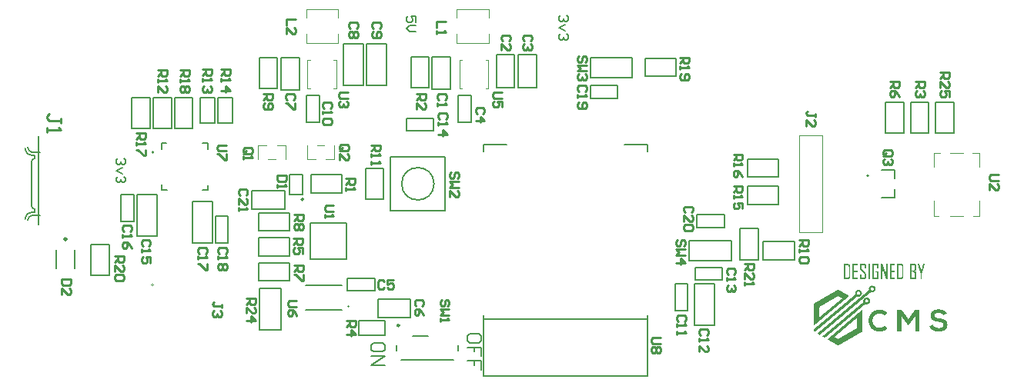
<source format=gto>
G04*
G04 #@! TF.GenerationSoftware,Altium Limited,Altium Designer,18.1.9 (240)*
G04*
G04 Layer_Color=65535*
%FSLAX25Y25*%
%MOIN*%
G70*
G01*
G75*
%ADD10C,0.00394*%
%ADD11C,0.00000*%
%ADD12C,0.01181*%
%ADD13C,0.00500*%
%ADD14C,0.00787*%
%ADD15C,0.00984*%
%ADD16C,0.00197*%
%ADD17C,0.01000*%
G36*
X362216Y38526D02*
X362412D01*
Y38510D01*
X362526D01*
Y38493D01*
X362608D01*
Y38477D01*
X362673D01*
Y38461D01*
X362738D01*
Y38445D01*
X362787D01*
Y38428D01*
X362820D01*
Y38412D01*
X362868D01*
Y38396D01*
X362901D01*
Y38379D01*
X362950D01*
Y38363D01*
X362983D01*
Y38347D01*
X363015D01*
Y38330D01*
X363032D01*
Y38314D01*
X363064D01*
Y38298D01*
X363097D01*
Y38281D01*
X363113D01*
Y38265D01*
X363146D01*
Y38249D01*
X363162D01*
Y38232D01*
X363178D01*
Y38216D01*
X363211D01*
Y38200D01*
X363227D01*
Y38183D01*
X363244D01*
Y38167D01*
X363260D01*
Y38151D01*
X363276D01*
Y38135D01*
X363293D01*
Y38118D01*
X363309D01*
Y38102D01*
X363325D01*
Y38086D01*
X363342D01*
Y38069D01*
X363358D01*
Y38053D01*
X363374D01*
Y38037D01*
X363391D01*
Y38020D01*
X363407D01*
Y38004D01*
X363423D01*
Y37988D01*
Y37971D01*
X363440D01*
Y37955D01*
X363456D01*
Y37939D01*
X363472D01*
Y37922D01*
Y37906D01*
X363489D01*
Y37890D01*
X363505D01*
Y37874D01*
Y37857D01*
X363521D01*
Y37841D01*
X363537D01*
Y37824D01*
Y37808D01*
X363554D01*
Y37792D01*
Y37776D01*
X363570D01*
Y37759D01*
X363586D01*
Y37743D01*
Y37727D01*
X363603D01*
Y37710D01*
Y37694D01*
X363619D01*
Y37678D01*
Y37661D01*
X363635D01*
Y37645D01*
Y37629D01*
Y37612D01*
X363652D01*
Y37596D01*
Y37580D01*
X363668D01*
Y37563D01*
Y37547D01*
Y37531D01*
X363684D01*
Y37514D01*
Y37498D01*
Y37482D01*
X363701D01*
Y37466D01*
Y37449D01*
Y37433D01*
X363717D01*
Y37417D01*
Y37400D01*
Y37384D01*
Y37368D01*
X363733D01*
Y37351D01*
Y37335D01*
Y37319D01*
Y37302D01*
Y37286D01*
X363750D01*
Y37270D01*
Y37253D01*
Y37237D01*
Y37221D01*
Y37205D01*
Y37188D01*
Y37172D01*
Y37156D01*
Y37139D01*
Y37123D01*
Y37107D01*
Y37090D01*
Y37074D01*
Y37058D01*
Y37041D01*
Y37025D01*
Y37009D01*
Y36992D01*
Y36976D01*
Y36960D01*
Y36944D01*
Y36927D01*
Y36911D01*
X363733D01*
Y36895D01*
Y36878D01*
Y36862D01*
Y36846D01*
Y36829D01*
Y36813D01*
X363717D01*
Y36797D01*
Y36780D01*
Y36764D01*
Y36748D01*
X363701D01*
Y36731D01*
Y36715D01*
Y36699D01*
X363684D01*
Y36682D01*
Y36666D01*
Y36650D01*
X363668D01*
Y36634D01*
Y36617D01*
Y36601D01*
X363652D01*
Y36584D01*
Y36568D01*
X363635D01*
Y36552D01*
Y36536D01*
Y36519D01*
X363619D01*
Y36503D01*
Y36487D01*
X363603D01*
Y36470D01*
Y36454D01*
X363586D01*
Y36438D01*
X363570D01*
Y36421D01*
Y36405D01*
X363554D01*
Y36389D01*
Y36372D01*
X363537D01*
Y36356D01*
Y36340D01*
X363521D01*
Y36323D01*
X363505D01*
Y36307D01*
Y36291D01*
X363489D01*
Y36274D01*
X363472D01*
Y36258D01*
Y36242D01*
X363456D01*
Y36226D01*
X363440D01*
Y36209D01*
X363423D01*
Y36193D01*
Y36177D01*
X363407D01*
Y36160D01*
X363391D01*
Y36144D01*
X363374D01*
Y36128D01*
X363358D01*
Y36111D01*
X363342D01*
Y36095D01*
Y36079D01*
X363325D01*
Y36062D01*
X363309D01*
Y36046D01*
X363293D01*
Y36030D01*
X363276D01*
Y36013D01*
X363260D01*
Y35997D01*
X363244D01*
Y35981D01*
X363227D01*
Y35965D01*
X363211D01*
Y35948D01*
X363195D01*
Y35932D01*
X363162D01*
Y35916D01*
X363146D01*
Y35899D01*
X363130D01*
Y35883D01*
X363113D01*
Y35867D01*
X363081D01*
Y35850D01*
X363064D01*
Y35834D01*
X363048D01*
Y35818D01*
X363015D01*
Y35801D01*
X362983D01*
Y35785D01*
X362966D01*
Y35769D01*
X362934D01*
Y35752D01*
X362901D01*
Y35736D01*
X362868D01*
Y35720D01*
X362836D01*
Y35704D01*
X362803D01*
Y35687D01*
X362754D01*
Y35671D01*
X362705D01*
Y35655D01*
X362640D01*
Y35638D01*
X362559D01*
Y35622D01*
X362248D01*
Y35638D01*
X362167D01*
Y35655D01*
X362102D01*
Y35671D01*
X361971D01*
Y35687D01*
X361906D01*
Y35671D01*
X361792D01*
Y35655D01*
X361743D01*
Y35638D01*
X361694D01*
Y35622D01*
X361661D01*
Y35606D01*
X361629D01*
Y35589D01*
X361596D01*
Y35573D01*
X361563D01*
Y35557D01*
X361547D01*
Y35540D01*
X361514D01*
Y35524D01*
X361498D01*
Y35508D01*
X361465D01*
Y35491D01*
X361449D01*
Y35475D01*
X361433D01*
Y35459D01*
X361400D01*
Y35442D01*
X361384D01*
Y35426D01*
X361368D01*
Y35410D01*
X361351D01*
Y35394D01*
X361335D01*
Y35377D01*
X361302D01*
Y35361D01*
X361286D01*
Y35344D01*
X361270D01*
Y35328D01*
X361253D01*
Y35312D01*
X361237D01*
Y35296D01*
X361204D01*
Y35279D01*
X361188D01*
Y35263D01*
X361172D01*
Y35247D01*
X361155D01*
Y35230D01*
X361139D01*
Y35214D01*
X361106D01*
Y35198D01*
X361090D01*
Y35181D01*
X361074D01*
Y35165D01*
X361057D01*
Y35149D01*
X361041D01*
Y35132D01*
X361009D01*
Y35116D01*
X360992D01*
Y35100D01*
X360976D01*
Y35083D01*
X360960D01*
Y35067D01*
X360943D01*
Y35051D01*
X360911D01*
Y35034D01*
X360894D01*
Y35018D01*
X360878D01*
Y35002D01*
X360862D01*
Y34986D01*
X360845D01*
Y34969D01*
X360813D01*
Y34953D01*
X360796D01*
Y34937D01*
X360780D01*
Y34920D01*
X360764D01*
Y34904D01*
X360748D01*
Y34888D01*
X360715D01*
Y34871D01*
X360699D01*
Y34855D01*
X360682D01*
Y34839D01*
X360666D01*
Y34822D01*
X360650D01*
Y34806D01*
X360617D01*
Y34790D01*
X360601D01*
Y34773D01*
X360584D01*
Y34757D01*
X360568D01*
Y34741D01*
X360552D01*
Y34725D01*
X360519D01*
Y34708D01*
X360503D01*
Y34692D01*
X360486D01*
Y34676D01*
X360470D01*
Y34659D01*
X360454D01*
Y34643D01*
X360421D01*
Y34627D01*
X360405D01*
Y34610D01*
X360388D01*
Y34594D01*
X360372D01*
Y34578D01*
X360340D01*
Y34561D01*
X360323D01*
Y34545D01*
X360307D01*
Y34529D01*
X360291D01*
Y34512D01*
X360274D01*
Y34496D01*
X360242D01*
Y34480D01*
X360225D01*
Y34464D01*
X360209D01*
Y34447D01*
X360193D01*
Y34431D01*
X360176D01*
Y34414D01*
X360144D01*
Y34398D01*
X360127D01*
Y34382D01*
X360111D01*
Y34366D01*
X360095D01*
Y34349D01*
X360079D01*
Y34333D01*
X360046D01*
Y34317D01*
X360030D01*
Y34300D01*
X360013D01*
Y34284D01*
X359997D01*
Y34268D01*
X359981D01*
Y34251D01*
X359948D01*
Y34235D01*
X359932D01*
Y34219D01*
X359915D01*
Y34202D01*
X359899D01*
Y34186D01*
X359883D01*
Y34170D01*
X359850D01*
Y34154D01*
X359834D01*
Y34137D01*
X359818D01*
Y34121D01*
X359801D01*
Y34104D01*
X359785D01*
Y34088D01*
X359752D01*
Y34072D01*
X359736D01*
Y34056D01*
X359720D01*
Y34039D01*
X359703D01*
Y34023D01*
X359687D01*
Y34007D01*
X359654D01*
Y33990D01*
X359638D01*
Y33974D01*
X359622D01*
Y33958D01*
X359605D01*
Y33941D01*
X359589D01*
Y33925D01*
X359556D01*
Y33909D01*
X359540D01*
Y33892D01*
X359524D01*
Y33876D01*
X359507D01*
Y33860D01*
X359491D01*
Y33843D01*
X359458D01*
Y33827D01*
X359442D01*
Y33811D01*
X359426D01*
Y33795D01*
X359410D01*
Y33778D01*
X359393D01*
Y33762D01*
X359361D01*
Y33746D01*
X359344D01*
Y33729D01*
X359328D01*
Y33713D01*
X359312D01*
Y33697D01*
X359295D01*
Y33680D01*
X359263D01*
Y33664D01*
X359246D01*
Y33648D01*
X359230D01*
Y33631D01*
X359214D01*
Y33615D01*
X359197D01*
Y33599D01*
X359165D01*
Y33582D01*
X359149D01*
Y33566D01*
X359132D01*
Y33550D01*
X359116D01*
Y33533D01*
X359100D01*
Y33517D01*
X359067D01*
Y33501D01*
X359051D01*
Y33485D01*
X359034D01*
Y33468D01*
X359018D01*
Y33452D01*
X359002D01*
Y33436D01*
X358969D01*
Y33419D01*
X358953D01*
Y33403D01*
X358936D01*
Y33387D01*
X358920D01*
Y33370D01*
X358904D01*
Y33354D01*
X358871D01*
Y33338D01*
X358855D01*
Y33321D01*
X358839D01*
Y33305D01*
X358822D01*
Y33289D01*
X358806D01*
Y33272D01*
X358790D01*
Y33256D01*
X358757D01*
Y33240D01*
X358741D01*
Y33224D01*
X358724D01*
Y33207D01*
X358708D01*
Y33191D01*
X358692D01*
Y33174D01*
X358659D01*
Y33158D01*
X358643D01*
Y33142D01*
X358626D01*
Y33126D01*
X358610D01*
Y33109D01*
X358594D01*
Y33093D01*
X358561D01*
Y33077D01*
X358545D01*
Y33060D01*
X358528D01*
Y33044D01*
X358512D01*
Y33028D01*
X358496D01*
Y33011D01*
X358463D01*
Y32995D01*
X358447D01*
Y32979D01*
X358431D01*
Y32962D01*
X358414D01*
Y32946D01*
X358398D01*
Y32930D01*
X358365D01*
Y32914D01*
X358349D01*
Y32897D01*
X358333D01*
Y32881D01*
X358316D01*
Y32864D01*
X358300D01*
Y32848D01*
X358267D01*
Y32832D01*
X358251D01*
Y32816D01*
X358235D01*
Y32799D01*
X358219D01*
Y32783D01*
X358202D01*
Y32767D01*
X358170D01*
Y32750D01*
X358153D01*
Y32734D01*
X358137D01*
Y32718D01*
X358121D01*
Y32701D01*
X358104D01*
Y32685D01*
X358072D01*
Y32669D01*
X358055D01*
Y32652D01*
X358039D01*
Y32636D01*
X358023D01*
Y32620D01*
X358006D01*
Y32603D01*
X357990D01*
Y32587D01*
X357958D01*
Y32571D01*
X357941D01*
Y32555D01*
X357925D01*
Y32538D01*
X357909D01*
Y32522D01*
X357892D01*
Y32506D01*
X357860D01*
Y32489D01*
X357843D01*
Y32473D01*
X357827D01*
Y32457D01*
X357811D01*
Y32440D01*
X357794D01*
Y32424D01*
X357762D01*
Y32408D01*
X357745D01*
Y32391D01*
X357729D01*
Y32375D01*
X357713D01*
Y32359D01*
X357696D01*
Y32342D01*
X357664D01*
Y32326D01*
X357647D01*
Y32310D01*
X357631D01*
Y32293D01*
X357615D01*
Y32277D01*
X357598D01*
Y32261D01*
X357582D01*
Y32245D01*
X357550D01*
Y32228D01*
X357533D01*
Y32212D01*
X357517D01*
Y32196D01*
X357501D01*
Y32179D01*
X357484D01*
Y32163D01*
X357452D01*
Y32147D01*
X357435D01*
Y32130D01*
X357419D01*
Y32114D01*
X357403D01*
Y32098D01*
X357386D01*
Y32081D01*
X357354D01*
Y32065D01*
X357337D01*
Y32049D01*
X357321D01*
Y32032D01*
X357305D01*
Y32016D01*
X357289D01*
Y32000D01*
X357256D01*
Y31984D01*
X357240D01*
Y31967D01*
X357223D01*
Y31951D01*
X357207D01*
Y31934D01*
X357191D01*
Y31918D01*
X357174D01*
Y31902D01*
X357142D01*
Y31886D01*
X357125D01*
Y31869D01*
X357109D01*
Y31853D01*
X357093D01*
Y31837D01*
X357076D01*
Y31820D01*
X357044D01*
Y31804D01*
X357028D01*
Y31788D01*
X357011D01*
Y31771D01*
X356995D01*
Y31755D01*
X356979D01*
Y31739D01*
X356962D01*
Y31722D01*
X356930D01*
Y31706D01*
X356913D01*
Y31690D01*
X356897D01*
Y31673D01*
X356881D01*
Y31657D01*
X356864D01*
Y31641D01*
X356832D01*
Y31624D01*
X356815D01*
Y31608D01*
X356799D01*
Y31592D01*
X356783D01*
Y31576D01*
X356766D01*
Y31559D01*
X356750D01*
Y31543D01*
X356717D01*
Y31527D01*
X356701D01*
Y31510D01*
X356685D01*
Y31494D01*
X356668D01*
Y31478D01*
X356652D01*
Y31461D01*
X356636D01*
Y31445D01*
X356603D01*
Y31429D01*
X356587D01*
Y31412D01*
X356571D01*
Y31396D01*
X356554D01*
Y31380D01*
X356538D01*
Y31363D01*
X356522D01*
Y31347D01*
X356489D01*
Y31331D01*
X356473D01*
Y31315D01*
X356456D01*
Y31298D01*
X356440D01*
Y31282D01*
X356424D01*
Y31266D01*
X356407D01*
Y31249D01*
X356375D01*
Y31233D01*
X356359D01*
Y31217D01*
X356342D01*
Y31200D01*
X356326D01*
Y31184D01*
X356310D01*
Y31168D01*
X356293D01*
Y31151D01*
X356261D01*
Y31135D01*
X356244D01*
Y31119D01*
X356228D01*
Y31102D01*
X356212D01*
Y31086D01*
X356195D01*
Y31070D01*
X356179D01*
Y31054D01*
X356146D01*
Y31037D01*
X356130D01*
Y31021D01*
X356114D01*
Y31005D01*
X356098D01*
Y30988D01*
X356081D01*
Y30972D01*
X356065D01*
Y30956D01*
X356032D01*
Y30939D01*
X356016D01*
Y30923D01*
X356000D01*
Y30907D01*
X355983D01*
Y30890D01*
X355967D01*
Y30874D01*
X355951D01*
Y30858D01*
X355918D01*
Y30841D01*
X355902D01*
Y30825D01*
X355885D01*
Y30809D01*
X355869D01*
Y30792D01*
X355853D01*
Y30776D01*
X355836D01*
Y30760D01*
X355804D01*
Y30744D01*
X355787D01*
Y30727D01*
X355771D01*
Y30711D01*
X355755D01*
Y30694D01*
X355738D01*
Y30678D01*
X355722D01*
Y30662D01*
X355706D01*
Y30646D01*
X355673D01*
Y30629D01*
X355657D01*
Y30613D01*
X355641D01*
Y30597D01*
X355624D01*
Y30580D01*
X355608D01*
Y30564D01*
X355592D01*
Y30548D01*
X355559D01*
Y30531D01*
X355543D01*
Y30515D01*
X355526D01*
Y30499D01*
X355510D01*
Y30482D01*
X355494D01*
Y30466D01*
X355477D01*
Y30450D01*
X355445D01*
Y30433D01*
X355429D01*
Y30417D01*
X355412D01*
Y30401D01*
X355396D01*
Y30384D01*
X355380D01*
Y30368D01*
X355363D01*
Y30352D01*
X355331D01*
Y30336D01*
X355314D01*
Y30319D01*
X355298D01*
Y30303D01*
X355282D01*
Y30287D01*
X355265D01*
Y30270D01*
X355249D01*
Y30254D01*
X355216D01*
Y30238D01*
X355200D01*
Y30221D01*
X355184D01*
Y30205D01*
X355168D01*
Y30189D01*
X355151D01*
Y30172D01*
X355135D01*
Y30156D01*
X355102D01*
Y30140D01*
X355086D01*
Y30123D01*
X355070D01*
Y30107D01*
X355053D01*
Y30091D01*
X355037D01*
Y30075D01*
X355004D01*
Y30058D01*
X354988D01*
Y30042D01*
X354972D01*
Y30026D01*
X354955D01*
Y30009D01*
X354939D01*
Y29993D01*
X354923D01*
Y29977D01*
X354890D01*
Y29960D01*
X354874D01*
Y29944D01*
X354857D01*
Y29928D01*
X354841D01*
Y29911D01*
X354825D01*
Y29895D01*
X354808D01*
Y29879D01*
X354776D01*
Y29862D01*
X354760D01*
Y29846D01*
X354743D01*
Y29830D01*
X354727D01*
Y29814D01*
X354711D01*
Y29797D01*
X354678D01*
Y29781D01*
X354662D01*
Y29765D01*
X354645D01*
Y29748D01*
X354629D01*
Y29732D01*
X354613D01*
Y29716D01*
X354596D01*
Y29699D01*
X354564D01*
Y29683D01*
X354548D01*
Y29667D01*
X354531D01*
Y29650D01*
X354515D01*
Y29634D01*
X354499D01*
Y29618D01*
X354466D01*
Y29601D01*
X354450D01*
Y29585D01*
X354433D01*
Y29569D01*
X354417D01*
Y29552D01*
X354401D01*
Y29536D01*
X354368D01*
Y29520D01*
X354352D01*
Y29504D01*
X354335D01*
Y29487D01*
X354319D01*
Y29471D01*
X354303D01*
Y29454D01*
X354270D01*
Y29438D01*
X354254D01*
Y29422D01*
X354238D01*
Y29406D01*
X354221D01*
Y29389D01*
X354205D01*
Y29373D01*
X354172D01*
Y29357D01*
X354156D01*
Y29340D01*
X354140D01*
Y29324D01*
X354123D01*
Y29308D01*
X354107D01*
Y29291D01*
X354074D01*
Y29275D01*
X354058D01*
Y29259D01*
X354042D01*
Y29242D01*
X354025D01*
Y29226D01*
X354009D01*
Y29210D01*
X353976D01*
Y29193D01*
X353960D01*
Y29177D01*
X353944D01*
Y29161D01*
X353927D01*
Y29144D01*
X353911D01*
Y29128D01*
X353878D01*
Y29112D01*
X353862D01*
Y29096D01*
X353846D01*
Y29079D01*
X353830D01*
Y29063D01*
X353797D01*
Y29047D01*
X353781D01*
Y29030D01*
X353764D01*
Y29014D01*
X353748D01*
Y28998D01*
X353732D01*
Y28981D01*
X353699D01*
Y28965D01*
X353683D01*
Y28949D01*
X353666D01*
Y28932D01*
X353650D01*
Y28916D01*
X353618D01*
Y28900D01*
X353601D01*
Y28883D01*
X353585D01*
Y28867D01*
X353569D01*
Y28851D01*
X353552D01*
Y28835D01*
X353520D01*
Y28818D01*
X353503D01*
Y28802D01*
X353487D01*
Y28786D01*
X353471D01*
Y28769D01*
X353454D01*
Y28753D01*
X353422D01*
Y28737D01*
X353405D01*
Y28720D01*
X353389D01*
Y28704D01*
X353373D01*
Y28688D01*
X353340D01*
Y28671D01*
X353324D01*
Y28655D01*
X353308D01*
Y28639D01*
X353291D01*
Y28622D01*
X353259D01*
Y28606D01*
X353242D01*
Y28590D01*
X353226D01*
Y28574D01*
X353210D01*
Y28557D01*
X353193D01*
Y28541D01*
X353161D01*
Y28525D01*
X353144D01*
Y28508D01*
X353128D01*
Y28492D01*
X353112D01*
Y28476D01*
X353079D01*
Y28459D01*
X353063D01*
Y28443D01*
X353046D01*
Y28427D01*
X353030D01*
Y28410D01*
X353014D01*
Y28394D01*
X352981D01*
Y28378D01*
X352965D01*
Y28361D01*
X352948D01*
Y28345D01*
X352932D01*
Y28329D01*
X352900D01*
Y28312D01*
X352883D01*
Y28296D01*
X352867D01*
Y28280D01*
X352851D01*
Y28264D01*
X352834D01*
Y28247D01*
X352802D01*
Y28231D01*
X352785D01*
Y28214D01*
X352769D01*
Y28198D01*
X352753D01*
Y28182D01*
X352720D01*
Y28166D01*
X352704D01*
Y28149D01*
X352688D01*
Y28133D01*
X352671D01*
Y28117D01*
X352655D01*
Y28100D01*
X352622D01*
Y28084D01*
X352606D01*
Y28068D01*
X352590D01*
Y28051D01*
X352573D01*
Y28035D01*
X352541D01*
Y28019D01*
X352524D01*
Y28002D01*
X352508D01*
Y27986D01*
X352492D01*
Y27970D01*
X352475D01*
Y27953D01*
X352443D01*
Y27937D01*
X352426D01*
Y27921D01*
X352410D01*
Y27905D01*
X352394D01*
Y27888D01*
X352378D01*
Y27872D01*
X352345D01*
Y27856D01*
X352328D01*
Y27839D01*
X352312D01*
Y27823D01*
X352296D01*
Y27807D01*
X352263D01*
Y27790D01*
X352247D01*
Y27774D01*
X352231D01*
Y27758D01*
X352214D01*
Y27741D01*
X352198D01*
Y27725D01*
X352165D01*
Y27709D01*
X352149D01*
Y27692D01*
X352133D01*
Y27676D01*
X352116D01*
Y27660D01*
X352100D01*
Y27643D01*
X352067D01*
Y27627D01*
X352051D01*
Y27611D01*
X352035D01*
Y27595D01*
X352019D01*
Y27578D01*
X352002D01*
Y27562D01*
X351970D01*
Y27546D01*
X351953D01*
Y27529D01*
X351937D01*
Y27513D01*
X351921D01*
Y27497D01*
X351904D01*
Y27480D01*
X351872D01*
Y27464D01*
X351855D01*
Y27448D01*
X351839D01*
Y27431D01*
X351823D01*
Y27415D01*
X351806D01*
Y27399D01*
X351774D01*
Y27382D01*
X351758D01*
Y27366D01*
X351741D01*
Y27350D01*
X351725D01*
Y27334D01*
X351709D01*
Y27317D01*
X351692D01*
Y27301D01*
X351660D01*
Y27285D01*
X351643D01*
Y27268D01*
X351627D01*
Y27252D01*
X351611D01*
Y27236D01*
X351594D01*
Y27219D01*
X351562D01*
Y27203D01*
X351545D01*
Y27187D01*
X351529D01*
Y27170D01*
X351513D01*
Y27154D01*
X351497D01*
Y27138D01*
X351480D01*
Y27121D01*
X351448D01*
Y27105D01*
X351431D01*
Y27089D01*
X351415D01*
Y27072D01*
X351398D01*
Y27056D01*
X351382D01*
Y27040D01*
X351366D01*
Y27024D01*
X351333D01*
Y27007D01*
X351317D01*
Y26991D01*
X351301D01*
Y26974D01*
X351284D01*
Y26958D01*
X351268D01*
Y26942D01*
X351252D01*
Y26926D01*
X351219D01*
Y26909D01*
X351203D01*
Y26893D01*
X351186D01*
Y26877D01*
X351170D01*
Y26860D01*
X351154D01*
Y26844D01*
X351137D01*
Y26828D01*
X351105D01*
Y26811D01*
X351089D01*
Y26795D01*
X351072D01*
Y26779D01*
X351056D01*
Y26762D01*
X351040D01*
Y26746D01*
X351023D01*
Y26730D01*
X350991D01*
Y26713D01*
X350974D01*
Y26697D01*
X350958D01*
Y26681D01*
X350942D01*
Y26665D01*
X350925D01*
Y26648D01*
X350909D01*
Y26632D01*
X350893D01*
Y26616D01*
X350860D01*
Y26599D01*
X350844D01*
Y26583D01*
X350828D01*
Y26567D01*
X350811D01*
Y26550D01*
X350795D01*
Y26534D01*
X350779D01*
Y26518D01*
X350746D01*
Y26501D01*
X350730D01*
Y26485D01*
X350713D01*
Y26469D01*
X350697D01*
Y26452D01*
X350681D01*
Y26436D01*
X350664D01*
Y26420D01*
X350632D01*
Y26403D01*
X350615D01*
Y26387D01*
X350599D01*
Y26371D01*
X350583D01*
Y26355D01*
X350566D01*
Y26338D01*
X350550D01*
Y26322D01*
X350534D01*
Y26306D01*
X350501D01*
Y26289D01*
X350485D01*
Y26273D01*
X350469D01*
Y26257D01*
X350452D01*
Y26240D01*
X350436D01*
Y26224D01*
X350420D01*
Y26208D01*
X350387D01*
Y26191D01*
X350371D01*
Y26175D01*
X350354D01*
Y26159D01*
X350338D01*
Y26142D01*
X350322D01*
Y26126D01*
X350305D01*
Y26110D01*
X350273D01*
Y26094D01*
X350256D01*
Y26077D01*
X350240D01*
Y26061D01*
X350224D01*
Y26044D01*
X350207D01*
Y26028D01*
X350191D01*
Y26012D01*
X350175D01*
Y25996D01*
X350142D01*
Y25979D01*
X350126D01*
Y25963D01*
X350110D01*
Y25947D01*
X350093D01*
Y25930D01*
X350077D01*
Y25914D01*
X350061D01*
Y25898D01*
X350028D01*
Y25881D01*
X350012D01*
Y25865D01*
X349995D01*
Y25849D01*
X349979D01*
Y25833D01*
X349963D01*
Y25816D01*
X349946D01*
Y25800D01*
X349914D01*
Y25784D01*
X349898D01*
Y25767D01*
X349881D01*
Y25751D01*
X349865D01*
Y25735D01*
X349849D01*
Y25718D01*
X349816D01*
Y25702D01*
X349800D01*
Y25686D01*
X349783D01*
Y25669D01*
X349767D01*
Y25653D01*
X349751D01*
Y25637D01*
X349734D01*
Y25620D01*
X349702D01*
Y25604D01*
X349685D01*
Y25588D01*
X349669D01*
Y25571D01*
X349653D01*
Y25555D01*
X349637D01*
Y25539D01*
X349620D01*
Y25523D01*
X349587D01*
Y25506D01*
X349571D01*
Y25490D01*
X349555D01*
Y25473D01*
X349539D01*
Y25457D01*
X349522D01*
Y25441D01*
X349490D01*
Y25425D01*
X349473D01*
Y25408D01*
X349457D01*
Y25392D01*
X349441D01*
Y25376D01*
X349424D01*
Y25359D01*
X349392D01*
Y25343D01*
X349375D01*
Y25327D01*
X349359D01*
Y25310D01*
X349343D01*
Y25294D01*
X349326D01*
Y25278D01*
X349294D01*
Y25261D01*
X349277D01*
Y25245D01*
X349261D01*
Y25229D01*
X349245D01*
Y25212D01*
X349229D01*
Y25196D01*
X349196D01*
Y25180D01*
X349180D01*
Y25163D01*
X349163D01*
Y25147D01*
X349147D01*
Y25131D01*
X349131D01*
Y25115D01*
X349098D01*
Y25098D01*
X349082D01*
Y25082D01*
X349065D01*
Y25066D01*
X349049D01*
Y25049D01*
X349033D01*
Y25033D01*
X349000D01*
Y25017D01*
X348984D01*
Y25000D01*
X348968D01*
Y24984D01*
X348951D01*
Y24968D01*
X348919D01*
Y24951D01*
X348902D01*
Y24935D01*
X348886D01*
Y24919D01*
X348870D01*
Y24902D01*
X348853D01*
Y24886D01*
X348821D01*
Y24870D01*
X348804D01*
Y24854D01*
X348788D01*
Y24837D01*
X348772D01*
Y24821D01*
X348739D01*
Y24805D01*
X348723D01*
Y24788D01*
X348707D01*
Y24772D01*
X348690D01*
Y24756D01*
X348674D01*
Y24739D01*
X348641D01*
Y24723D01*
X348625D01*
Y24707D01*
X348609D01*
Y24690D01*
X348592D01*
Y24674D01*
X348560D01*
Y24658D01*
X348543D01*
Y24641D01*
X348527D01*
Y24625D01*
X348511D01*
Y24609D01*
X348494D01*
Y24592D01*
X348462D01*
Y24576D01*
X348445D01*
Y24560D01*
X348429D01*
Y24543D01*
X348413D01*
Y24527D01*
X348380D01*
Y24511D01*
X348364D01*
Y24495D01*
X348347D01*
Y24478D01*
X348331D01*
Y24462D01*
X348315D01*
Y24446D01*
X348282D01*
Y24429D01*
X348266D01*
Y24413D01*
X348250D01*
Y24397D01*
X348233D01*
Y24380D01*
X348201D01*
Y24364D01*
X348184D01*
Y24348D01*
X348168D01*
Y24331D01*
X348152D01*
Y24315D01*
X348119D01*
Y24299D01*
X348103D01*
Y24283D01*
X348087D01*
Y24266D01*
X348070D01*
Y24250D01*
X348054D01*
Y24234D01*
X348021D01*
Y24217D01*
X348005D01*
Y24201D01*
X347989D01*
Y24185D01*
X347972D01*
Y24168D01*
X347940D01*
Y24152D01*
X347923D01*
Y24136D01*
X347907D01*
Y24119D01*
X347891D01*
Y24103D01*
X347874D01*
Y24087D01*
X347842D01*
Y24070D01*
X347825D01*
Y24054D01*
X347809D01*
Y24038D01*
X347793D01*
Y24021D01*
X347760D01*
Y24005D01*
X347744D01*
Y23989D01*
X347727D01*
Y23972D01*
X347711D01*
Y23956D01*
X347679D01*
Y23940D01*
X347662D01*
Y23923D01*
X347646D01*
Y23907D01*
X347630D01*
Y23891D01*
X347613D01*
Y23875D01*
X347581D01*
Y23858D01*
X347564D01*
Y23842D01*
X347548D01*
Y23826D01*
X347532D01*
Y23809D01*
X347499D01*
Y23793D01*
X347483D01*
Y23777D01*
X347466D01*
Y23760D01*
X347450D01*
Y23744D01*
X347434D01*
Y23728D01*
X347401D01*
Y23711D01*
X347385D01*
Y23695D01*
X347369D01*
Y23679D01*
X347352D01*
Y23663D01*
X347320D01*
Y23646D01*
X347303D01*
Y23630D01*
X347287D01*
Y23614D01*
X347271D01*
Y23597D01*
X347254D01*
Y23581D01*
X347222D01*
Y23565D01*
X347205D01*
Y23548D01*
X347189D01*
Y23532D01*
X347173D01*
Y23516D01*
X347157D01*
Y23499D01*
X347124D01*
Y23483D01*
X347108D01*
Y23467D01*
X347091D01*
Y23450D01*
X347075D01*
Y23434D01*
X347059D01*
Y23418D01*
X347026D01*
Y23401D01*
X347010D01*
Y23385D01*
X346993D01*
Y23369D01*
X346977D01*
Y23352D01*
X346944D01*
Y23336D01*
X346928D01*
Y23320D01*
X346912D01*
Y23303D01*
X346895D01*
Y23287D01*
X346879D01*
Y23271D01*
X346847D01*
Y23255D01*
X346830D01*
Y23238D01*
X346814D01*
Y23222D01*
X346797D01*
Y23206D01*
X346781D01*
Y23189D01*
X346765D01*
Y23173D01*
X346732D01*
Y23157D01*
X346716D01*
Y23140D01*
X346700D01*
Y23124D01*
X346683D01*
Y23108D01*
X346667D01*
Y23091D01*
X346634D01*
Y23075D01*
X346618D01*
Y23059D01*
X346602D01*
Y23043D01*
X346585D01*
Y23026D01*
X346569D01*
Y23010D01*
X346553D01*
Y22994D01*
X346520D01*
Y22977D01*
X346504D01*
Y22961D01*
X346487D01*
Y22945D01*
X346471D01*
Y22928D01*
X346455D01*
Y22912D01*
X346422D01*
Y22896D01*
X346406D01*
Y22879D01*
X346390D01*
Y22863D01*
X346373D01*
Y22847D01*
X346357D01*
Y22830D01*
X346341D01*
Y22814D01*
X346308D01*
Y22798D01*
X346292D01*
Y22781D01*
X346275D01*
Y22765D01*
X346259D01*
Y22749D01*
X346243D01*
Y22733D01*
X346227D01*
Y22716D01*
X346194D01*
Y22700D01*
X346178D01*
Y22683D01*
X346161D01*
Y22667D01*
X346145D01*
Y22651D01*
X346129D01*
Y22635D01*
X346112D01*
Y22618D01*
X346080D01*
Y22602D01*
X346063D01*
Y22586D01*
X346047D01*
Y22569D01*
X346031D01*
Y22553D01*
X346014D01*
Y22537D01*
X345998D01*
Y22520D01*
X345965D01*
Y22504D01*
X345949D01*
Y22488D01*
X345933D01*
Y22471D01*
X345917D01*
Y22455D01*
X345900D01*
Y22439D01*
X345884D01*
Y22422D01*
X345867D01*
Y22406D01*
X345835D01*
Y22390D01*
X345819D01*
Y22374D01*
X345802D01*
Y22357D01*
X345786D01*
Y22341D01*
X345770D01*
Y22325D01*
X345753D01*
Y22308D01*
X345721D01*
Y22292D01*
X345704D01*
Y22276D01*
X345688D01*
Y22259D01*
X345672D01*
Y22243D01*
X345655D01*
Y22227D01*
X345639D01*
Y22210D01*
X345606D01*
Y22194D01*
X345590D01*
Y22178D01*
X345574D01*
Y22161D01*
X345557D01*
Y22145D01*
X345541D01*
Y22129D01*
X345525D01*
Y22113D01*
X345492D01*
Y22096D01*
X345476D01*
Y22080D01*
X345460D01*
Y22063D01*
X345443D01*
Y22047D01*
X345427D01*
Y22031D01*
X345411D01*
Y22015D01*
X345378D01*
Y21998D01*
X345362D01*
Y21982D01*
X345345D01*
Y21966D01*
X345329D01*
Y21949D01*
X345313D01*
Y21933D01*
X345280D01*
Y21917D01*
X345264D01*
Y21900D01*
X345248D01*
Y21884D01*
X345231D01*
Y21868D01*
X345215D01*
Y21851D01*
X345199D01*
Y21835D01*
X345166D01*
Y21819D01*
X345150D01*
Y21802D01*
X345133D01*
Y21786D01*
X345117D01*
Y21770D01*
X345101D01*
Y21754D01*
X345068D01*
Y21737D01*
X345052D01*
Y21721D01*
X345035D01*
Y21705D01*
X345019D01*
Y21688D01*
X345003D01*
Y21672D01*
X344987D01*
Y21656D01*
X344954D01*
Y21639D01*
X344937D01*
Y21623D01*
X344921D01*
Y21607D01*
X344905D01*
Y21590D01*
X344889D01*
Y21574D01*
X344856D01*
Y21558D01*
X344840D01*
Y21541D01*
X344823D01*
Y21525D01*
X344807D01*
Y21509D01*
X344791D01*
Y21493D01*
X344758D01*
Y21476D01*
X344742D01*
Y21460D01*
X344725D01*
Y21443D01*
X344709D01*
Y21427D01*
X344693D01*
Y21411D01*
X344660D01*
Y21395D01*
X344644D01*
Y21378D01*
X344627D01*
Y21362D01*
X344611D01*
Y21346D01*
X344595D01*
Y21329D01*
X344562D01*
Y21313D01*
X344546D01*
Y21297D01*
X344530D01*
Y21280D01*
X344513D01*
Y21264D01*
X344497D01*
Y21248D01*
X344464D01*
Y21231D01*
X344448D01*
Y21215D01*
X344432D01*
Y21199D01*
X344415D01*
Y21182D01*
X344399D01*
Y21166D01*
X344367D01*
Y21150D01*
X344350D01*
Y21134D01*
X344334D01*
Y21117D01*
X344318D01*
Y21101D01*
X344301D01*
Y21085D01*
X344269D01*
Y21068D01*
X344252D01*
Y21052D01*
X344236D01*
Y21036D01*
X344220D01*
Y21019D01*
X344203D01*
Y21003D01*
X344171D01*
Y20987D01*
X344154D01*
Y20970D01*
X344138D01*
Y20954D01*
X344122D01*
Y20938D01*
X344089D01*
Y20921D01*
X344073D01*
Y20905D01*
X344057D01*
Y20889D01*
X344040D01*
Y20873D01*
X344024D01*
Y20856D01*
X343991D01*
Y20840D01*
X343975D01*
Y20823D01*
X343959D01*
Y20807D01*
X343942D01*
Y20791D01*
X343926D01*
Y20775D01*
X343893D01*
Y20758D01*
X343877D01*
Y20742D01*
X343861D01*
Y20726D01*
X343844D01*
Y20709D01*
X343828D01*
Y20693D01*
X343795D01*
Y20677D01*
X343779D01*
Y20660D01*
X343763D01*
Y20644D01*
X343746D01*
Y20628D01*
X343730D01*
Y20611D01*
X343698D01*
Y20595D01*
X343681D01*
Y20579D01*
X343665D01*
Y20562D01*
X343649D01*
Y20546D01*
X343616D01*
Y20530D01*
X343600D01*
Y20514D01*
X343583D01*
Y20497D01*
X343567D01*
Y20481D01*
X343551D01*
Y20465D01*
X343518D01*
Y20448D01*
X343502D01*
Y20432D01*
X343485D01*
Y20416D01*
X343469D01*
Y20399D01*
X343453D01*
Y20383D01*
X343420D01*
Y20367D01*
X343404D01*
Y20350D01*
X343388D01*
Y20334D01*
X343371D01*
Y20318D01*
X343355D01*
Y20301D01*
X343322D01*
Y20285D01*
X343306D01*
Y20269D01*
X343290D01*
Y20253D01*
X343273D01*
Y20236D01*
X343257D01*
Y20220D01*
X343224D01*
Y20203D01*
X343208D01*
Y20187D01*
X343192D01*
Y20171D01*
X343175D01*
Y20155D01*
X343159D01*
Y20138D01*
X343127D01*
Y20122D01*
X343110D01*
Y20106D01*
X343094D01*
Y20089D01*
X343077D01*
Y20073D01*
X343061D01*
Y20057D01*
X343029D01*
Y20040D01*
X343012D01*
Y20024D01*
X342996D01*
Y20008D01*
X342980D01*
Y19991D01*
X342963D01*
Y19975D01*
X342931D01*
Y19959D01*
X342914D01*
Y19942D01*
X342898D01*
Y19926D01*
X342882D01*
Y19910D01*
X342865D01*
Y19894D01*
X342833D01*
Y19877D01*
X342816D01*
Y19861D01*
X342800D01*
Y19845D01*
X342784D01*
Y19828D01*
X342768D01*
Y19812D01*
X342735D01*
Y19796D01*
X342719D01*
Y19779D01*
X342702D01*
Y19763D01*
X342686D01*
Y19747D01*
X342670D01*
Y19730D01*
X342653D01*
Y19714D01*
X342621D01*
Y19698D01*
X342604D01*
Y19681D01*
X342588D01*
Y19665D01*
X342572D01*
Y19649D01*
X342555D01*
Y19633D01*
X342523D01*
Y19616D01*
X342507D01*
Y19600D01*
X342490D01*
Y19583D01*
X342474D01*
Y19567D01*
X342458D01*
Y19551D01*
X342441D01*
Y19535D01*
X342409D01*
Y19518D01*
X342392D01*
Y19502D01*
X342376D01*
Y19486D01*
X342360D01*
Y19469D01*
X342343D01*
Y19453D01*
X342311D01*
Y19437D01*
X342294D01*
Y19420D01*
X342278D01*
Y19404D01*
X342262D01*
Y19388D01*
X342245D01*
Y19371D01*
X342229D01*
Y19355D01*
X342196D01*
Y19339D01*
X342180D01*
Y19322D01*
X342164D01*
Y19306D01*
X342147D01*
Y19290D01*
X342131D01*
Y19274D01*
X342115D01*
Y19257D01*
X342082D01*
Y19241D01*
X342066D01*
Y19225D01*
X342050D01*
Y19208D01*
X342033D01*
Y19192D01*
X342017D01*
Y19176D01*
X342001D01*
Y19159D01*
X341968D01*
Y19143D01*
X341952D01*
Y19127D01*
X341935D01*
Y19110D01*
X341919D01*
Y19094D01*
X341903D01*
Y19078D01*
X341886D01*
Y19061D01*
X341854D01*
Y19045D01*
X341838D01*
Y19029D01*
X341821D01*
Y19013D01*
X341805D01*
Y18996D01*
X341789D01*
Y18980D01*
X341772D01*
Y18963D01*
X341740D01*
Y18947D01*
X341723D01*
Y18931D01*
X341707D01*
Y18915D01*
X341691D01*
Y18898D01*
X341674D01*
Y18882D01*
X341658D01*
Y18866D01*
X341625D01*
Y18849D01*
X341609D01*
Y18833D01*
X341593D01*
Y18817D01*
X341577D01*
Y18800D01*
X341560D01*
Y18784D01*
X341544D01*
Y18768D01*
X341511D01*
Y18751D01*
X341495D01*
Y18735D01*
X341479D01*
Y18719D01*
X341462D01*
Y18702D01*
X341446D01*
Y18686D01*
X341430D01*
Y18670D01*
X341397D01*
Y18654D01*
X341381D01*
Y18637D01*
X341364D01*
Y18621D01*
X341348D01*
Y18605D01*
X341332D01*
Y18588D01*
X341315D01*
Y18572D01*
X341283D01*
Y18556D01*
X341266D01*
Y18539D01*
X341250D01*
Y18523D01*
X341234D01*
Y18507D01*
X341217D01*
Y18490D01*
X341201D01*
Y18474D01*
X341169D01*
Y18458D01*
X341152D01*
Y18441D01*
X341136D01*
Y18425D01*
X341120D01*
Y18409D01*
X341103D01*
Y18393D01*
X341087D01*
Y18376D01*
X341054D01*
Y18360D01*
X341038D01*
Y18343D01*
X341022D01*
Y18327D01*
X341005D01*
Y18311D01*
X340989D01*
Y18295D01*
X340956D01*
Y18278D01*
X340940D01*
Y18262D01*
X340924D01*
Y18246D01*
X340908D01*
Y18229D01*
X340891D01*
Y18213D01*
X340875D01*
Y18197D01*
X340842D01*
Y18180D01*
X340826D01*
Y18164D01*
X340810D01*
Y18148D01*
X340793D01*
Y18131D01*
X340777D01*
Y18115D01*
X340744D01*
Y18099D01*
X340728D01*
Y18082D01*
X340712D01*
Y18066D01*
X340695D01*
Y18050D01*
X340679D01*
Y18034D01*
X340647D01*
Y18017D01*
X340630D01*
Y18001D01*
X340614D01*
Y17985D01*
X340598D01*
Y17968D01*
X340581D01*
Y17952D01*
X340549D01*
Y17936D01*
X340532D01*
Y17919D01*
X340516D01*
Y17903D01*
X340500D01*
Y17887D01*
X340483D01*
Y17870D01*
X340451D01*
Y17854D01*
X340434D01*
Y17838D01*
X340418D01*
Y17821D01*
X340402D01*
Y17805D01*
X340385D01*
Y17789D01*
X340353D01*
Y17773D01*
X340336D01*
Y17756D01*
X340320D01*
Y17740D01*
X340304D01*
Y17724D01*
X340288D01*
Y17707D01*
X340255D01*
Y17691D01*
X340239D01*
Y17675D01*
X340222D01*
Y17658D01*
X340206D01*
Y17642D01*
X340190D01*
Y17626D01*
X340157D01*
Y17609D01*
X340141D01*
Y17593D01*
X340124D01*
Y17577D01*
X340108D01*
Y17560D01*
X340075D01*
Y17544D01*
X340059D01*
Y17528D01*
X340043D01*
Y17511D01*
X340026D01*
Y17495D01*
X340010D01*
Y17479D01*
X339978D01*
Y17462D01*
X339961D01*
Y17446D01*
X339945D01*
Y17430D01*
X339929D01*
Y17413D01*
X339912D01*
Y17397D01*
X339880D01*
Y17381D01*
X339863D01*
Y17365D01*
X339847D01*
Y17348D01*
X339831D01*
Y17332D01*
X339798D01*
Y17316D01*
X339782D01*
Y17299D01*
X339765D01*
Y17283D01*
X339749D01*
Y17267D01*
X339733D01*
Y17250D01*
X339700D01*
Y17234D01*
X339684D01*
Y17218D01*
X339668D01*
Y17201D01*
X339651D01*
Y17185D01*
X339635D01*
Y17169D01*
X339602D01*
Y17153D01*
X339586D01*
Y17136D01*
X339553D01*
Y17153D01*
X339521D01*
Y17169D01*
X339488D01*
Y17185D01*
X339472D01*
Y17201D01*
X339439D01*
Y17218D01*
X339406D01*
Y17234D01*
X339390D01*
Y17250D01*
X339357D01*
Y17267D01*
X339325D01*
Y17283D01*
X339309D01*
Y17299D01*
X339276D01*
Y17316D01*
X339260D01*
Y17332D01*
X339227D01*
Y17348D01*
X339194D01*
Y17365D01*
X339178D01*
Y17381D01*
X339145D01*
Y17397D01*
X339113D01*
Y17413D01*
X339096D01*
Y17430D01*
X339064D01*
Y17446D01*
X339031D01*
Y17462D01*
X339015D01*
Y17479D01*
X338982D01*
Y17495D01*
X338966D01*
Y17511D01*
X338933D01*
Y17528D01*
X338901D01*
Y17544D01*
X338884D01*
Y17560D01*
X338852D01*
Y17577D01*
X338819D01*
Y17593D01*
X338803D01*
Y17609D01*
X338770D01*
Y17626D01*
X338738D01*
Y17642D01*
X338721D01*
Y17658D01*
X338689D01*
Y17675D01*
X338672D01*
Y17691D01*
X338640D01*
Y17707D01*
X338607D01*
Y17724D01*
X338591D01*
Y17740D01*
X338558D01*
Y17756D01*
X338526D01*
Y17773D01*
Y17789D01*
X338542D01*
Y17805D01*
X338558D01*
Y17821D01*
X338591D01*
Y17838D01*
X338607D01*
Y17854D01*
X338623D01*
Y17870D01*
X338640D01*
Y17887D01*
X338656D01*
Y17903D01*
X338689D01*
Y17919D01*
X338705D01*
Y17936D01*
X338721D01*
Y17952D01*
X338738D01*
Y17968D01*
X338754D01*
Y17985D01*
X338770D01*
Y18001D01*
X338803D01*
Y18017D01*
X338819D01*
Y18034D01*
X338835D01*
Y18050D01*
X338852D01*
Y18066D01*
X338868D01*
Y18082D01*
X338884D01*
Y18099D01*
X338917D01*
Y18115D01*
X338933D01*
Y18131D01*
X338950D01*
Y18148D01*
X338966D01*
Y18164D01*
X338982D01*
Y18180D01*
X338999D01*
Y18197D01*
X339031D01*
Y18213D01*
X339048D01*
Y18229D01*
X339064D01*
Y18246D01*
X339080D01*
Y18262D01*
X339096D01*
Y18278D01*
X339113D01*
Y18295D01*
X339145D01*
Y18311D01*
X339162D01*
Y18327D01*
X339178D01*
Y18343D01*
X339194D01*
Y18360D01*
X339211D01*
Y18376D01*
X339227D01*
Y18393D01*
X339260D01*
Y18409D01*
X339276D01*
Y18425D01*
X339292D01*
Y18441D01*
X339309D01*
Y18458D01*
X339325D01*
Y18474D01*
X339341D01*
Y18490D01*
X339374D01*
Y18507D01*
X339390D01*
Y18523D01*
X339406D01*
Y18539D01*
X339423D01*
Y18556D01*
X339439D01*
Y18572D01*
X339455D01*
Y18588D01*
X339488D01*
Y18605D01*
X339504D01*
Y18621D01*
X339521D01*
Y18637D01*
X339537D01*
Y18654D01*
X339553D01*
Y18670D01*
X339570D01*
Y18686D01*
X339602D01*
Y18702D01*
X339619D01*
Y18719D01*
X339635D01*
Y18735D01*
X339651D01*
Y18751D01*
X339668D01*
Y18768D01*
X339700D01*
Y18784D01*
X339717D01*
Y18800D01*
X339733D01*
Y18817D01*
X339749D01*
Y18833D01*
X339765D01*
Y18849D01*
X339782D01*
Y18866D01*
X339814D01*
Y18882D01*
X339831D01*
Y18898D01*
X339847D01*
Y18915D01*
X339863D01*
Y18931D01*
X339880D01*
Y18947D01*
X339912D01*
Y18963D01*
X339929D01*
Y18980D01*
X339945D01*
Y18996D01*
X339961D01*
Y19013D01*
X339978D01*
Y19029D01*
X339994D01*
Y19045D01*
X340026D01*
Y19061D01*
X340043D01*
Y19078D01*
X340059D01*
Y19094D01*
X340075D01*
Y19110D01*
X340092D01*
Y19127D01*
X340124D01*
Y19143D01*
X340141D01*
Y19159D01*
X340157D01*
Y19176D01*
X340173D01*
Y19192D01*
X340190D01*
Y19208D01*
X340222D01*
Y19225D01*
X340239D01*
Y19241D01*
X340255D01*
Y19257D01*
X340271D01*
Y19274D01*
X340288D01*
Y19290D01*
X340320D01*
Y19306D01*
X340336D01*
Y19322D01*
X340353D01*
Y19339D01*
X340369D01*
Y19355D01*
X340402D01*
Y19371D01*
X340418D01*
Y19388D01*
X340434D01*
Y19404D01*
X340451D01*
Y19420D01*
X340467D01*
Y19437D01*
X340500D01*
Y19453D01*
X340516D01*
Y19469D01*
X340532D01*
Y19486D01*
X340549D01*
Y19502D01*
X340565D01*
Y19518D01*
X340598D01*
Y19535D01*
X340614D01*
Y19551D01*
X340630D01*
Y19567D01*
X340647D01*
Y19583D01*
X340679D01*
Y19600D01*
X340695D01*
Y19616D01*
X340712D01*
Y19633D01*
X340728D01*
Y19649D01*
X340761D01*
Y19665D01*
X340777D01*
Y19681D01*
X340793D01*
Y19698D01*
X340810D01*
Y19714D01*
X340826D01*
Y19730D01*
X340859D01*
Y19747D01*
X340875D01*
Y19763D01*
X340891D01*
Y19779D01*
X340908D01*
Y19796D01*
X340940D01*
Y19812D01*
X340956D01*
Y19828D01*
X340973D01*
Y19845D01*
X340989D01*
Y19861D01*
X341005D01*
Y19877D01*
X341038D01*
Y19894D01*
X341054D01*
Y19910D01*
X341071D01*
Y19926D01*
X341087D01*
Y19942D01*
X341120D01*
Y19959D01*
X341136D01*
Y19975D01*
X341152D01*
Y19991D01*
X341169D01*
Y20008D01*
X341185D01*
Y20024D01*
X341217D01*
Y20040D01*
X341234D01*
Y20057D01*
X341250D01*
Y20073D01*
X341266D01*
Y20089D01*
X341283D01*
Y20106D01*
X341315D01*
Y20122D01*
X341332D01*
Y20138D01*
X341348D01*
Y20155D01*
X341364D01*
Y20171D01*
X341397D01*
Y20187D01*
X341413D01*
Y20203D01*
X341430D01*
Y20220D01*
X341446D01*
Y20236D01*
X341462D01*
Y20253D01*
X341495D01*
Y20269D01*
X341511D01*
Y20285D01*
X341528D01*
Y20301D01*
X341544D01*
Y20318D01*
X341560D01*
Y20334D01*
X341593D01*
Y20350D01*
X341609D01*
Y20367D01*
X341625D01*
Y20383D01*
X341642D01*
Y20399D01*
X341658D01*
Y20416D01*
X341691D01*
Y20432D01*
X341707D01*
Y20448D01*
X341723D01*
Y20465D01*
X341740D01*
Y20481D01*
X341756D01*
Y20497D01*
X341789D01*
Y20514D01*
X341805D01*
Y20530D01*
X341821D01*
Y20546D01*
X341838D01*
Y20562D01*
X341854D01*
Y20579D01*
X341886D01*
Y20595D01*
X341903D01*
Y20611D01*
X341919D01*
Y20628D01*
X341935D01*
Y20644D01*
X341952D01*
Y20660D01*
X341984D01*
Y20677D01*
X342001D01*
Y20693D01*
X342017D01*
Y20709D01*
X342033D01*
Y20726D01*
X342050D01*
Y20742D01*
X342082D01*
Y20758D01*
X342099D01*
Y20775D01*
X342115D01*
Y20791D01*
X342131D01*
Y20807D01*
X342147D01*
Y20823D01*
X342180D01*
Y20840D01*
X342196D01*
Y20856D01*
X342213D01*
Y20873D01*
X342229D01*
Y20889D01*
X342245D01*
Y20905D01*
X342278D01*
Y20921D01*
X342294D01*
Y20938D01*
X342311D01*
Y20954D01*
X342327D01*
Y20970D01*
X342343D01*
Y20987D01*
X342376D01*
Y21003D01*
X342392D01*
Y21019D01*
X342409D01*
Y21036D01*
X342425D01*
Y21052D01*
X342441D01*
Y21068D01*
X342474D01*
Y21085D01*
X342490D01*
Y21101D01*
X342507D01*
Y21117D01*
X342523D01*
Y21134D01*
X342539D01*
Y21150D01*
X342572D01*
Y21166D01*
X342588D01*
Y21182D01*
X342604D01*
Y21199D01*
X342621D01*
Y21215D01*
X342637D01*
Y21231D01*
X342670D01*
Y21248D01*
X342686D01*
Y21264D01*
X342702D01*
Y21280D01*
X342719D01*
Y21297D01*
X342735D01*
Y21313D01*
X342768D01*
Y21329D01*
X342784D01*
Y21346D01*
X342800D01*
Y21362D01*
X342816D01*
Y21378D01*
X342833D01*
Y21395D01*
X342865D01*
Y21411D01*
X342882D01*
Y21427D01*
X342898D01*
Y21443D01*
X342914D01*
Y21460D01*
X342931D01*
Y21476D01*
X342963D01*
Y21493D01*
X342980D01*
Y21509D01*
X342996D01*
Y21525D01*
X343012D01*
Y21541D01*
X343029D01*
Y21558D01*
X343061D01*
Y21574D01*
X343077D01*
Y21590D01*
X343094D01*
Y21607D01*
X343110D01*
Y21623D01*
X343127D01*
Y21639D01*
X343159D01*
Y21656D01*
X343175D01*
Y21672D01*
X343192D01*
Y21688D01*
X343208D01*
Y21705D01*
X343224D01*
Y21721D01*
X343257D01*
Y21737D01*
X343273D01*
Y21754D01*
X343290D01*
Y21770D01*
X343306D01*
Y21786D01*
X343322D01*
Y21802D01*
X343339D01*
Y21819D01*
X343371D01*
Y21835D01*
X343388D01*
Y21851D01*
X343404D01*
Y21868D01*
X343420D01*
Y21884D01*
X343437D01*
Y21900D01*
X343469D01*
Y21917D01*
X343485D01*
Y21933D01*
X343502D01*
Y21949D01*
X343518D01*
Y21966D01*
X343534D01*
Y21982D01*
X343567D01*
Y21998D01*
X343583D01*
Y22015D01*
X343600D01*
Y22031D01*
X343616D01*
Y22047D01*
X343632D01*
Y22063D01*
X343665D01*
Y22080D01*
X343681D01*
Y22096D01*
X343698D01*
Y22113D01*
X343714D01*
Y22129D01*
X343730D01*
Y22145D01*
X343746D01*
Y22161D01*
X343779D01*
Y22178D01*
X343795D01*
Y22194D01*
X343812D01*
Y22210D01*
X343828D01*
Y22227D01*
X343844D01*
Y22243D01*
X343877D01*
Y22259D01*
X343893D01*
Y22276D01*
X343910D01*
Y22292D01*
X343926D01*
Y22308D01*
X343942D01*
Y22325D01*
X343959D01*
Y22341D01*
X343991D01*
Y22357D01*
X344007D01*
Y22374D01*
X344024D01*
Y22390D01*
X344040D01*
Y22406D01*
X344057D01*
Y22422D01*
X344089D01*
Y22439D01*
X344105D01*
Y22455D01*
X344122D01*
Y22471D01*
X344138D01*
Y22488D01*
X344154D01*
Y22504D01*
X344171D01*
Y22520D01*
X344203D01*
Y22537D01*
X344220D01*
Y22553D01*
X344236D01*
Y22569D01*
X344252D01*
Y22586D01*
X344269D01*
Y22602D01*
X344285D01*
Y22618D01*
X344318D01*
Y22635D01*
X344334D01*
Y22651D01*
X344350D01*
Y22667D01*
X344367D01*
Y22683D01*
X344383D01*
Y22700D01*
X344399D01*
Y22716D01*
X344432D01*
Y22733D01*
X344448D01*
Y22749D01*
X344464D01*
Y22765D01*
X344481D01*
Y22781D01*
X344497D01*
Y22798D01*
X344513D01*
Y22814D01*
X344546D01*
Y22830D01*
X344562D01*
Y22847D01*
X344579D01*
Y22863D01*
X344595D01*
Y22879D01*
X344611D01*
Y22896D01*
X344627D01*
Y22912D01*
X344660D01*
Y22928D01*
X344676D01*
Y22945D01*
X344693D01*
Y22961D01*
X344709D01*
Y22977D01*
X344725D01*
Y22994D01*
X344742D01*
Y23010D01*
X344774D01*
Y23026D01*
X344791D01*
Y23043D01*
X344807D01*
Y23059D01*
X344823D01*
Y23075D01*
X344840D01*
Y23091D01*
X344856D01*
Y23108D01*
X344889D01*
Y23124D01*
X344905D01*
Y23140D01*
X344921D01*
Y23157D01*
X344937D01*
Y23173D01*
X344954D01*
Y23189D01*
X344970D01*
Y23206D01*
X345003D01*
Y23222D01*
X345019D01*
Y23238D01*
X345035D01*
Y23255D01*
X345052D01*
Y23271D01*
X345068D01*
Y23287D01*
X345084D01*
Y23303D01*
X345101D01*
Y23320D01*
X345133D01*
Y23336D01*
X345150D01*
Y23352D01*
X345166D01*
Y23369D01*
X345182D01*
Y23385D01*
X345199D01*
Y23401D01*
X345215D01*
Y23418D01*
X345248D01*
Y23434D01*
X345264D01*
Y23450D01*
X345280D01*
Y23467D01*
X345297D01*
Y23483D01*
X345313D01*
Y23499D01*
X345329D01*
Y23516D01*
X345362D01*
Y23532D01*
X345378D01*
Y23548D01*
X345394D01*
Y23565D01*
X345411D01*
Y23581D01*
X345427D01*
Y23597D01*
X345443D01*
Y23614D01*
X345476D01*
Y23630D01*
X345492D01*
Y23646D01*
X345509D01*
Y23663D01*
X345525D01*
Y23679D01*
X345541D01*
Y23695D01*
X345557D01*
Y23711D01*
X345590D01*
Y23728D01*
X345606D01*
Y23744D01*
X345623D01*
Y23760D01*
X345639D01*
Y23777D01*
X345655D01*
Y23793D01*
X345672D01*
Y23809D01*
X345704D01*
Y23826D01*
X345721D01*
Y23842D01*
X345737D01*
Y23858D01*
X345753D01*
Y23875D01*
X345770D01*
Y23891D01*
X345786D01*
Y23907D01*
X345819D01*
Y23923D01*
X345835D01*
Y23940D01*
X345851D01*
Y23956D01*
X345867D01*
Y23972D01*
X345884D01*
Y23989D01*
X345900D01*
Y24005D01*
X345933D01*
Y24021D01*
X345949D01*
Y24038D01*
X345965D01*
Y24054D01*
X345982D01*
Y24070D01*
X345998D01*
Y24087D01*
X346031D01*
Y24103D01*
X346047D01*
Y24119D01*
X346063D01*
Y24136D01*
X346080D01*
Y24152D01*
X346096D01*
Y24168D01*
X346112D01*
Y24185D01*
X346145D01*
Y24201D01*
X346161D01*
Y24217D01*
X346178D01*
Y24234D01*
X346194D01*
Y24250D01*
X346210D01*
Y24266D01*
X346227D01*
Y24283D01*
X346259D01*
Y24299D01*
X346275D01*
Y24315D01*
X346292D01*
Y24331D01*
X346308D01*
Y24348D01*
X346324D01*
Y24364D01*
X346357D01*
Y24380D01*
X346373D01*
Y24397D01*
X346390D01*
Y24413D01*
X346406D01*
Y24429D01*
X346422D01*
Y24446D01*
X346439D01*
Y24462D01*
X346471D01*
Y24478D01*
X346487D01*
Y24495D01*
X346504D01*
Y24511D01*
X346520D01*
Y24527D01*
X346536D01*
Y24543D01*
X346553D01*
Y24560D01*
X346585D01*
Y24576D01*
X346602D01*
Y24592D01*
X346618D01*
Y24609D01*
X346634D01*
Y24625D01*
X346651D01*
Y24641D01*
X346683D01*
Y24658D01*
X346700D01*
Y24674D01*
X346716D01*
Y24690D01*
X346732D01*
Y24707D01*
X346749D01*
Y24723D01*
X346765D01*
Y24739D01*
X346797D01*
Y24756D01*
X346814D01*
Y24772D01*
X346830D01*
Y24788D01*
X346847D01*
Y24805D01*
X346863D01*
Y24821D01*
X346895D01*
Y24837D01*
X346912D01*
Y24854D01*
X346928D01*
Y24870D01*
X346944D01*
Y24886D01*
X346961D01*
Y24902D01*
X346977D01*
Y24919D01*
X347010D01*
Y24935D01*
X347026D01*
Y24951D01*
X347042D01*
Y24968D01*
X347059D01*
Y24984D01*
X347075D01*
Y25000D01*
X347108D01*
Y25017D01*
X347124D01*
Y25033D01*
X347140D01*
Y25049D01*
X347157D01*
Y25066D01*
X347173D01*
Y25082D01*
X347205D01*
Y25098D01*
X347222D01*
Y25115D01*
X347238D01*
Y25131D01*
X347254D01*
Y25147D01*
X347271D01*
Y25163D01*
X347287D01*
Y25180D01*
X347320D01*
Y25196D01*
X347336D01*
Y25212D01*
X347352D01*
Y25229D01*
X347369D01*
Y25245D01*
X347385D01*
Y25261D01*
X347417D01*
Y25278D01*
X347434D01*
Y25294D01*
X347450D01*
Y25310D01*
X347466D01*
Y25327D01*
X347483D01*
Y25343D01*
X347515D01*
Y25359D01*
X347532D01*
Y25376D01*
X347548D01*
Y25392D01*
X347564D01*
Y25408D01*
X347581D01*
Y25425D01*
X347613D01*
Y25441D01*
X347630D01*
Y25457D01*
X347646D01*
Y25473D01*
X347662D01*
Y25490D01*
X347679D01*
Y25506D01*
X347695D01*
Y25523D01*
X347727D01*
Y25539D01*
X347744D01*
Y25555D01*
X347760D01*
Y25571D01*
X347777D01*
Y25588D01*
X347793D01*
Y25604D01*
X347825D01*
Y25620D01*
X347842D01*
Y25637D01*
X347858D01*
Y25653D01*
X347874D01*
Y25669D01*
X347907D01*
Y25686D01*
X347923D01*
Y25702D01*
X347940D01*
Y25718D01*
X347956D01*
Y25735D01*
X347972D01*
Y25751D01*
X348005D01*
Y25767D01*
X348021D01*
Y25784D01*
X348038D01*
Y25800D01*
X348054D01*
Y25816D01*
X348070D01*
Y25833D01*
X348103D01*
Y25849D01*
X348119D01*
Y25865D01*
X348135D01*
Y25881D01*
X348152D01*
Y25898D01*
X348168D01*
Y25914D01*
X348201D01*
Y25930D01*
X348217D01*
Y25947D01*
X348233D01*
Y25963D01*
X348250D01*
Y25979D01*
X348266D01*
Y25996D01*
X348299D01*
Y26012D01*
X348315D01*
Y26028D01*
X348331D01*
Y26044D01*
X348347D01*
Y26061D01*
X348380D01*
Y26077D01*
X348396D01*
Y26094D01*
X348413D01*
Y26110D01*
X348429D01*
Y26126D01*
X348445D01*
Y26142D01*
X348478D01*
Y26159D01*
X348494D01*
Y26175D01*
X348511D01*
Y26191D01*
X348527D01*
Y26208D01*
X348543D01*
Y26224D01*
X348576D01*
Y26240D01*
X348592D01*
Y26257D01*
X348609D01*
Y26273D01*
X348625D01*
Y26289D01*
X348657D01*
Y26306D01*
X348674D01*
Y26322D01*
X348690D01*
Y26338D01*
X348707D01*
Y26355D01*
X348723D01*
Y26371D01*
X348755D01*
Y26387D01*
X348772D01*
Y26403D01*
X348788D01*
Y26420D01*
X348804D01*
Y26436D01*
X348821D01*
Y26452D01*
X348853D01*
Y26469D01*
X348870D01*
Y26485D01*
X348886D01*
Y26501D01*
X348902D01*
Y26518D01*
X348935D01*
Y26534D01*
X348951D01*
Y26550D01*
X348968D01*
Y26567D01*
X348984D01*
Y26583D01*
X349000D01*
Y26599D01*
X349033D01*
Y26616D01*
X349049D01*
Y26632D01*
X349065D01*
Y26648D01*
X349082D01*
Y26665D01*
X349098D01*
Y26681D01*
X349131D01*
Y26697D01*
X349147D01*
Y26713D01*
X349163D01*
Y26730D01*
X349180D01*
Y26746D01*
X349212D01*
Y26762D01*
X349229D01*
Y26779D01*
X349245D01*
Y26795D01*
X349261D01*
Y26811D01*
X349277D01*
Y26828D01*
X349310D01*
Y26844D01*
X349326D01*
Y26860D01*
X349343D01*
Y26877D01*
X349359D01*
Y26893D01*
X349375D01*
Y26909D01*
X349408D01*
Y26926D01*
X349424D01*
Y26942D01*
X349441D01*
Y26958D01*
X349457D01*
Y26974D01*
X349490D01*
Y26991D01*
X349506D01*
Y27007D01*
X349522D01*
Y27024D01*
X349539D01*
Y27040D01*
X349555D01*
Y27056D01*
X349587D01*
Y27072D01*
X349604D01*
Y27089D01*
X349620D01*
Y27105D01*
X349637D01*
Y27121D01*
X349669D01*
Y27138D01*
X349685D01*
Y27154D01*
X349702D01*
Y27170D01*
X349718D01*
Y27187D01*
X349734D01*
Y27203D01*
X349767D01*
Y27219D01*
X349783D01*
Y27236D01*
X349800D01*
Y27252D01*
X349816D01*
Y27268D01*
X349832D01*
Y27285D01*
X349865D01*
Y27301D01*
X349881D01*
Y27317D01*
X349898D01*
Y27334D01*
X349914D01*
Y27350D01*
X349946D01*
Y27366D01*
X349963D01*
Y27382D01*
X349979D01*
Y27399D01*
X349995D01*
Y27415D01*
X350012D01*
Y27431D01*
X350044D01*
Y27448D01*
X350061D01*
Y27464D01*
X350077D01*
Y27480D01*
X350093D01*
Y27497D01*
X350126D01*
Y27513D01*
X350142D01*
Y27529D01*
X350159D01*
Y27546D01*
X350175D01*
Y27562D01*
X350191D01*
Y27578D01*
X350224D01*
Y27595D01*
X350240D01*
Y27611D01*
X350256D01*
Y27627D01*
X350273D01*
Y27643D01*
X350289D01*
Y27660D01*
X350322D01*
Y27676D01*
X350338D01*
Y27692D01*
X350354D01*
Y27709D01*
X350371D01*
Y27725D01*
X350387D01*
Y27741D01*
X350420D01*
Y27758D01*
X350436D01*
Y27774D01*
X350452D01*
Y27790D01*
X350469D01*
Y27807D01*
X350501D01*
Y27823D01*
X350518D01*
Y27839D01*
X350534D01*
Y27856D01*
X350550D01*
Y27872D01*
X350566D01*
Y27888D01*
X350599D01*
Y27905D01*
X350615D01*
Y27921D01*
X350632D01*
Y27937D01*
X350648D01*
Y27953D01*
X350664D01*
Y27970D01*
X350697D01*
Y27986D01*
X350713D01*
Y28002D01*
X350730D01*
Y28019D01*
X350746D01*
Y28035D01*
X350762D01*
Y28051D01*
X350795D01*
Y28068D01*
X350811D01*
Y28084D01*
X350828D01*
Y28100D01*
X350844D01*
Y28117D01*
X350860D01*
Y28133D01*
X350893D01*
Y28149D01*
X350909D01*
Y28166D01*
X350925D01*
Y28182D01*
X350942D01*
Y28198D01*
X350958D01*
Y28214D01*
X350974D01*
Y28231D01*
X351007D01*
Y28247D01*
X351023D01*
Y28264D01*
X351040D01*
Y28280D01*
X351056D01*
Y28296D01*
X351072D01*
Y28312D01*
X351105D01*
Y28329D01*
X351121D01*
Y28345D01*
X351137D01*
Y28361D01*
X351154D01*
Y28378D01*
X351170D01*
Y28394D01*
X351186D01*
Y28410D01*
X351219D01*
Y28427D01*
X351235D01*
Y28443D01*
X351252D01*
Y28459D01*
X351268D01*
Y28476D01*
X351284D01*
Y28492D01*
X351301D01*
Y28508D01*
X351333D01*
Y28525D01*
X351350D01*
Y28541D01*
X351366D01*
Y28557D01*
X351382D01*
Y28574D01*
X351398D01*
Y28590D01*
X351431D01*
Y28606D01*
X351448D01*
Y28622D01*
X351464D01*
Y28639D01*
X351480D01*
Y28655D01*
X351497D01*
Y28671D01*
X351513D01*
Y28688D01*
X351529D01*
Y28704D01*
X351562D01*
Y28720D01*
X351578D01*
Y28737D01*
X351594D01*
Y28753D01*
X351611D01*
Y28769D01*
X351627D01*
Y28786D01*
X351643D01*
Y28802D01*
X351676D01*
Y28818D01*
X351692D01*
Y28835D01*
X351709D01*
Y28851D01*
X351725D01*
Y28867D01*
X351741D01*
Y28883D01*
X351758D01*
Y28900D01*
X351790D01*
Y28916D01*
X351806D01*
Y28932D01*
X351823D01*
Y28949D01*
X351839D01*
Y28965D01*
X351855D01*
Y28981D01*
X351872D01*
Y28998D01*
X351904D01*
Y29014D01*
X351921D01*
Y29030D01*
X351937D01*
Y29047D01*
X351953D01*
Y29063D01*
X351970D01*
Y29079D01*
X351986D01*
Y29096D01*
X352019D01*
Y29112D01*
X352035D01*
Y29128D01*
X352051D01*
Y29144D01*
X352067D01*
Y29161D01*
X352084D01*
Y29177D01*
X352100D01*
Y29193D01*
X352116D01*
Y29210D01*
X352149D01*
Y29226D01*
X352165D01*
Y29242D01*
X352182D01*
Y29259D01*
X352198D01*
Y29275D01*
X352214D01*
Y29291D01*
X352231D01*
Y29308D01*
X352263D01*
Y29324D01*
X352280D01*
Y29340D01*
X352296D01*
Y29357D01*
X352312D01*
Y29373D01*
X352328D01*
Y29389D01*
X352345D01*
Y29406D01*
X352378D01*
Y29422D01*
X352394D01*
Y29438D01*
X352410D01*
Y29454D01*
X352426D01*
Y29471D01*
X352443D01*
Y29487D01*
X352459D01*
Y29504D01*
X352492D01*
Y29520D01*
X352508D01*
Y29536D01*
X352524D01*
Y29552D01*
X352541D01*
Y29569D01*
X352557D01*
Y29585D01*
X352590D01*
Y29601D01*
X352606D01*
Y29618D01*
X352622D01*
Y29634D01*
X352639D01*
Y29650D01*
X352655D01*
Y29667D01*
X352671D01*
Y29683D01*
X352704D01*
Y29699D01*
X352720D01*
Y29716D01*
X352736D01*
Y29732D01*
X352753D01*
Y29748D01*
X352769D01*
Y29765D01*
X352802D01*
Y29781D01*
X352818D01*
Y29797D01*
X352834D01*
Y29814D01*
X352851D01*
Y29830D01*
X352867D01*
Y29846D01*
X352900D01*
Y29862D01*
X352916D01*
Y29879D01*
X352932D01*
Y29895D01*
X352948D01*
Y29911D01*
X352965D01*
Y29928D01*
X352981D01*
Y29944D01*
X353014D01*
Y29960D01*
X353030D01*
Y29977D01*
X353046D01*
Y29993D01*
X353063D01*
Y30009D01*
X353079D01*
Y30026D01*
X353112D01*
Y30042D01*
X353128D01*
Y30058D01*
X353144D01*
Y30075D01*
X353161D01*
Y30091D01*
X353177D01*
Y30107D01*
X353210D01*
Y30123D01*
X353226D01*
Y30140D01*
X353242D01*
Y30156D01*
X353259D01*
Y30172D01*
X353275D01*
Y30189D01*
X353308D01*
Y30205D01*
X353324D01*
Y30221D01*
X353340D01*
Y30238D01*
X353356D01*
Y30254D01*
X353389D01*
Y30270D01*
X353405D01*
Y30287D01*
X353422D01*
Y30303D01*
X353438D01*
Y30319D01*
X353454D01*
Y30336D01*
X353487D01*
Y30352D01*
X353503D01*
Y30368D01*
X353520D01*
Y30384D01*
X353536D01*
Y30401D01*
X353552D01*
Y30417D01*
X353585D01*
Y30433D01*
X353601D01*
Y30450D01*
X353618D01*
Y30466D01*
X353634D01*
Y30482D01*
X353650D01*
Y30499D01*
X353683D01*
Y30515D01*
X353699D01*
Y30531D01*
X353715D01*
Y30548D01*
X353732D01*
Y30564D01*
X353748D01*
Y30580D01*
X353781D01*
Y30597D01*
X353797D01*
Y30613D01*
X353813D01*
Y30629D01*
X353830D01*
Y30646D01*
X353862D01*
Y30662D01*
X353878D01*
Y30678D01*
X353895D01*
Y30694D01*
X353911D01*
Y30711D01*
X353927D01*
Y30727D01*
X353960D01*
Y30744D01*
X353976D01*
Y30760D01*
X353993D01*
Y30776D01*
X354009D01*
Y30792D01*
X354025D01*
Y30809D01*
X354058D01*
Y30825D01*
X354074D01*
Y30841D01*
X354091D01*
Y30858D01*
X354107D01*
Y30874D01*
X354123D01*
Y30890D01*
X354156D01*
Y30907D01*
X354172D01*
Y30923D01*
X354188D01*
Y30939D01*
X354205D01*
Y30956D01*
X354238D01*
Y30972D01*
X354254D01*
Y30988D01*
X354270D01*
Y31005D01*
X354286D01*
Y31021D01*
X354303D01*
Y31037D01*
X354335D01*
Y31054D01*
X354352D01*
Y31070D01*
X354368D01*
Y31086D01*
X354384D01*
Y31102D01*
X354401D01*
Y31119D01*
X354433D01*
Y31135D01*
X354450D01*
Y31151D01*
X354466D01*
Y31168D01*
X354482D01*
Y31184D01*
X354515D01*
Y31200D01*
X354531D01*
Y31217D01*
X354548D01*
Y31233D01*
X354564D01*
Y31249D01*
X354580D01*
Y31266D01*
X354613D01*
Y31282D01*
X354629D01*
Y31298D01*
X354645D01*
Y31315D01*
X354662D01*
Y31331D01*
X354678D01*
Y31347D01*
X354711D01*
Y31363D01*
X354727D01*
Y31380D01*
X354743D01*
Y31396D01*
X354760D01*
Y31412D01*
X354776D01*
Y31429D01*
X354808D01*
Y31445D01*
X354825D01*
Y31461D01*
X354841D01*
Y31478D01*
X354857D01*
Y31494D01*
X354890D01*
Y31510D01*
X354906D01*
Y31527D01*
X354923D01*
Y31543D01*
X354939D01*
Y31559D01*
X354955D01*
Y31576D01*
X354988D01*
Y31592D01*
X355004D01*
Y31608D01*
X355021D01*
Y31624D01*
X355037D01*
Y31641D01*
X355053D01*
Y31657D01*
X355086D01*
Y31673D01*
X355102D01*
Y31690D01*
X355118D01*
Y31706D01*
X355135D01*
Y31722D01*
X355151D01*
Y31739D01*
X355184D01*
Y31755D01*
X355200D01*
Y31771D01*
X355216D01*
Y31788D01*
X355233D01*
Y31804D01*
X355249D01*
Y31820D01*
X355282D01*
Y31837D01*
X355298D01*
Y31853D01*
X355314D01*
Y31869D01*
X355331D01*
Y31886D01*
X355347D01*
Y31902D01*
X355380D01*
Y31918D01*
X355396D01*
Y31934D01*
X355412D01*
Y31951D01*
X355429D01*
Y31967D01*
X355445D01*
Y31984D01*
X355477D01*
Y32000D01*
X355494D01*
Y32016D01*
X355510D01*
Y32032D01*
X355526D01*
Y32049D01*
X355543D01*
Y32065D01*
X355575D01*
Y32081D01*
X355592D01*
Y32098D01*
X355608D01*
Y32114D01*
X355624D01*
Y32130D01*
X355641D01*
Y32147D01*
X355657D01*
Y32163D01*
X355690D01*
Y32179D01*
X355706D01*
Y32196D01*
X355722D01*
Y32212D01*
X355738D01*
Y32228D01*
X355755D01*
Y32245D01*
X355787D01*
Y32261D01*
X355804D01*
Y32277D01*
X355820D01*
Y32293D01*
X355836D01*
Y32310D01*
X355853D01*
Y32326D01*
X355869D01*
Y32342D01*
X355902D01*
Y32359D01*
X355918D01*
Y32375D01*
X355934D01*
Y32391D01*
X355951D01*
Y32408D01*
X355967D01*
Y32424D01*
X355983D01*
Y32440D01*
X356016D01*
Y32457D01*
X356032D01*
Y32473D01*
X356048D01*
Y32489D01*
X356065D01*
Y32506D01*
X356081D01*
Y32522D01*
X356098D01*
Y32538D01*
X356130D01*
Y32555D01*
X356146D01*
Y32571D01*
X356163D01*
Y32587D01*
X356179D01*
Y32603D01*
X356195D01*
Y32620D01*
X356212D01*
Y32636D01*
X356228D01*
Y32652D01*
X356261D01*
Y32669D01*
X356277D01*
Y32685D01*
X356293D01*
Y32701D01*
X356310D01*
Y32718D01*
X356326D01*
Y32734D01*
X356342D01*
Y32750D01*
X356375D01*
Y32767D01*
X356391D01*
Y32783D01*
X356407D01*
Y32799D01*
X356424D01*
Y32816D01*
X356440D01*
Y32832D01*
X356456D01*
Y32848D01*
X356489D01*
Y32864D01*
X356505D01*
Y32881D01*
X356522D01*
Y32897D01*
X356538D01*
Y32914D01*
X356554D01*
Y32930D01*
X356571D01*
Y32946D01*
X356603D01*
Y32962D01*
X356620D01*
Y32979D01*
X356636D01*
Y32995D01*
X356652D01*
Y33011D01*
X356668D01*
Y33028D01*
X356685D01*
Y33044D01*
X356717D01*
Y33060D01*
X356734D01*
Y33077D01*
X356750D01*
Y33093D01*
X356766D01*
Y33109D01*
X356783D01*
Y33126D01*
X356799D01*
Y33142D01*
X356832D01*
Y33158D01*
X356848D01*
Y33174D01*
X356864D01*
Y33191D01*
X356881D01*
Y33207D01*
X356897D01*
Y33224D01*
X356930D01*
Y33240D01*
X356946D01*
Y33256D01*
X356962D01*
Y33272D01*
X356979D01*
Y33289D01*
X356995D01*
Y33305D01*
X357028D01*
Y33321D01*
X357044D01*
Y33338D01*
X357060D01*
Y33354D01*
X357076D01*
Y33370D01*
X357093D01*
Y33387D01*
X357125D01*
Y33403D01*
X357142D01*
Y33419D01*
X357158D01*
Y33436D01*
X357174D01*
Y33452D01*
X357191D01*
Y33468D01*
X357207D01*
Y33485D01*
X357240D01*
Y33501D01*
X357256D01*
Y33517D01*
X357272D01*
Y33533D01*
X357289D01*
Y33550D01*
X357305D01*
Y33566D01*
X357337D01*
Y33582D01*
X357354D01*
Y33599D01*
X357370D01*
Y33615D01*
X357386D01*
Y33631D01*
X357403D01*
Y33648D01*
X357435D01*
Y33664D01*
X357452D01*
Y33680D01*
X357468D01*
Y33697D01*
X357484D01*
Y33713D01*
X357501D01*
Y33729D01*
X357533D01*
Y33746D01*
X357550D01*
Y33762D01*
X357566D01*
Y33778D01*
X357582D01*
Y33795D01*
X357598D01*
Y33811D01*
X357631D01*
Y33827D01*
X357647D01*
Y33843D01*
X357664D01*
Y33860D01*
X357680D01*
Y33876D01*
X357696D01*
Y33892D01*
X357729D01*
Y33909D01*
X357745D01*
Y33925D01*
X357762D01*
Y33941D01*
X357778D01*
Y33958D01*
X357794D01*
Y33974D01*
X357827D01*
Y33990D01*
X357843D01*
Y34007D01*
X357860D01*
Y34023D01*
X357876D01*
Y34039D01*
X357892D01*
Y34056D01*
X357909D01*
Y34072D01*
X357941D01*
Y34088D01*
X357958D01*
Y34104D01*
X357974D01*
Y34121D01*
X357990D01*
Y34137D01*
X358006D01*
Y34154D01*
X358039D01*
Y34170D01*
X358055D01*
Y34186D01*
X358072D01*
Y34202D01*
X358088D01*
Y34219D01*
X358104D01*
Y34235D01*
X358137D01*
Y34251D01*
X358153D01*
Y34268D01*
X358170D01*
Y34284D01*
X358186D01*
Y34300D01*
X358202D01*
Y34317D01*
X358235D01*
Y34333D01*
X358251D01*
Y34349D01*
X358267D01*
Y34366D01*
X358284D01*
Y34382D01*
X358300D01*
Y34398D01*
X358333D01*
Y34414D01*
X358349D01*
Y34431D01*
X358365D01*
Y34447D01*
X358382D01*
Y34464D01*
X358398D01*
Y34480D01*
X358431D01*
Y34496D01*
X358447D01*
Y34512D01*
X358463D01*
Y34529D01*
X358480D01*
Y34545D01*
X358496D01*
Y34561D01*
X358528D01*
Y34578D01*
X358545D01*
Y34594D01*
X358561D01*
Y34610D01*
X358577D01*
Y34627D01*
X358594D01*
Y34643D01*
X358626D01*
Y34659D01*
X358643D01*
Y34676D01*
X358659D01*
Y34692D01*
X358675D01*
Y34708D01*
X358692D01*
Y34725D01*
X358724D01*
Y34741D01*
X358741D01*
Y34757D01*
X358757D01*
Y34773D01*
X358773D01*
Y34790D01*
X358790D01*
Y34806D01*
X358822D01*
Y34822D01*
X358839D01*
Y34839D01*
X358855D01*
Y34855D01*
X358871D01*
Y34871D01*
X358888D01*
Y34888D01*
X358920D01*
Y34904D01*
X358936D01*
Y34920D01*
X358953D01*
Y34937D01*
X358969D01*
Y34953D01*
X358985D01*
Y34969D01*
X359018D01*
Y34986D01*
X359034D01*
Y35002D01*
X359051D01*
Y35018D01*
X359067D01*
Y35034D01*
X359083D01*
Y35051D01*
X359116D01*
Y35067D01*
X359132D01*
Y35083D01*
X359149D01*
Y35100D01*
X359165D01*
Y35116D01*
X359181D01*
Y35132D01*
X359214D01*
Y35149D01*
X359230D01*
Y35165D01*
X359246D01*
Y35181D01*
X359263D01*
Y35198D01*
X359279D01*
Y35214D01*
X359312D01*
Y35230D01*
X359328D01*
Y35247D01*
X359344D01*
Y35263D01*
X359361D01*
Y35279D01*
X359377D01*
Y35296D01*
X359410D01*
Y35312D01*
X359426D01*
Y35328D01*
X359442D01*
Y35344D01*
X359458D01*
Y35361D01*
X359475D01*
Y35377D01*
X359507D01*
Y35394D01*
X359524D01*
Y35410D01*
X359540D01*
Y35426D01*
X359556D01*
Y35442D01*
X359573D01*
Y35459D01*
X359605D01*
Y35475D01*
X359622D01*
Y35491D01*
X359638D01*
Y35508D01*
X359654D01*
Y35524D01*
X359671D01*
Y35540D01*
X359687D01*
Y35557D01*
X359720D01*
Y35573D01*
X359736D01*
Y35589D01*
X359752D01*
Y35606D01*
X359769D01*
Y35622D01*
X359785D01*
Y35638D01*
X359818D01*
Y35655D01*
X359834D01*
Y35671D01*
X359850D01*
Y35687D01*
X359866D01*
Y35704D01*
X359883D01*
Y35720D01*
X359915D01*
Y35736D01*
X359932D01*
Y35752D01*
X359948D01*
Y35769D01*
X359964D01*
Y35785D01*
X359981D01*
Y35801D01*
X360013D01*
Y35818D01*
X360030D01*
Y35834D01*
X360046D01*
Y35850D01*
X360062D01*
Y35867D01*
X360079D01*
Y35883D01*
X360111D01*
Y35899D01*
X360127D01*
Y35916D01*
X360144D01*
Y35932D01*
X360160D01*
Y35948D01*
X360176D01*
Y35965D01*
X360209D01*
Y35981D01*
X360225D01*
Y35997D01*
X360242D01*
Y36013D01*
X360258D01*
Y36030D01*
X360274D01*
Y36046D01*
X360307D01*
Y36062D01*
X360323D01*
Y36079D01*
X360340D01*
Y36095D01*
X360356D01*
Y36111D01*
X360372D01*
Y36128D01*
X360405D01*
Y36144D01*
X360421D01*
Y36160D01*
X360437D01*
Y36177D01*
X360454D01*
Y36193D01*
X360470D01*
Y36209D01*
X360503D01*
Y36226D01*
X360519D01*
Y36242D01*
X360535D01*
Y36258D01*
X360552D01*
Y36274D01*
X360568D01*
Y36291D01*
X360601D01*
Y36307D01*
X360617D01*
Y36323D01*
X360633D01*
Y36340D01*
X360650D01*
Y36356D01*
X360666D01*
Y36372D01*
X360682D01*
Y36389D01*
X360699D01*
Y36405D01*
X360715D01*
Y36421D01*
X360731D01*
Y36438D01*
X360748D01*
Y36454D01*
X360764D01*
Y36470D01*
X360780D01*
Y36487D01*
Y36503D01*
X360796D01*
Y36519D01*
X360813D01*
Y36536D01*
Y36552D01*
X360829D01*
Y36568D01*
Y36584D01*
X360845D01*
Y36601D01*
Y36617D01*
X360862D01*
Y36634D01*
Y36650D01*
Y36666D01*
Y36682D01*
X360878D01*
Y36699D01*
Y36715D01*
Y36731D01*
Y36748D01*
Y36764D01*
Y36780D01*
Y36797D01*
Y36813D01*
Y36829D01*
Y36846D01*
X360862D01*
Y36862D01*
Y36878D01*
Y36895D01*
Y36911D01*
X360845D01*
Y36927D01*
Y36944D01*
Y36960D01*
Y36976D01*
Y36992D01*
X360829D01*
Y37009D01*
Y37025D01*
Y37041D01*
Y37058D01*
Y37074D01*
Y37090D01*
Y37107D01*
Y37123D01*
Y37139D01*
Y37156D01*
Y37172D01*
Y37188D01*
Y37205D01*
Y37221D01*
Y37237D01*
Y37253D01*
Y37270D01*
Y37286D01*
Y37302D01*
Y37319D01*
Y37335D01*
Y37351D01*
Y37368D01*
X360845D01*
Y37384D01*
Y37400D01*
Y37417D01*
Y37433D01*
Y37449D01*
X360862D01*
Y37466D01*
Y37482D01*
Y37498D01*
Y37514D01*
X360878D01*
Y37531D01*
Y37547D01*
Y37563D01*
X360894D01*
Y37580D01*
Y37596D01*
Y37612D01*
X360911D01*
Y37629D01*
Y37645D01*
X360927D01*
Y37661D01*
Y37678D01*
X360943D01*
Y37694D01*
Y37710D01*
X360960D01*
Y37727D01*
Y37743D01*
X360976D01*
Y37759D01*
Y37776D01*
X360992D01*
Y37792D01*
Y37808D01*
X361009D01*
Y37824D01*
Y37841D01*
X361025D01*
Y37857D01*
X361041D01*
Y37874D01*
Y37890D01*
X361057D01*
Y37906D01*
X361074D01*
Y37922D01*
Y37939D01*
X361090D01*
Y37955D01*
X361106D01*
Y37971D01*
X361123D01*
Y37988D01*
Y38004D01*
X361139D01*
Y38020D01*
X361155D01*
Y38037D01*
X361172D01*
Y38053D01*
X361188D01*
Y38069D01*
X361204D01*
Y38086D01*
X361221D01*
Y38102D01*
X361237D01*
Y38118D01*
X361253D01*
Y38135D01*
X361270D01*
Y38151D01*
X361286D01*
Y38167D01*
X361302D01*
Y38183D01*
X361318D01*
Y38200D01*
X361335D01*
Y38216D01*
X361351D01*
Y38232D01*
X361384D01*
Y38249D01*
X361400D01*
Y38265D01*
X361416D01*
Y38281D01*
X361449D01*
Y38298D01*
X361465D01*
Y38314D01*
X361482D01*
Y38330D01*
X361514D01*
Y38347D01*
X361547D01*
Y38363D01*
X361563D01*
Y38379D01*
X361596D01*
Y38396D01*
X361629D01*
Y38412D01*
X361661D01*
Y38428D01*
X361694D01*
Y38445D01*
X361743D01*
Y38461D01*
X361775D01*
Y38477D01*
X361824D01*
Y38493D01*
X361890D01*
Y38510D01*
X361955D01*
Y38526D01*
X362085D01*
Y38542D01*
X362216D01*
Y38526D01*
D02*
G37*
G36*
X356424Y36666D02*
X356587D01*
Y36650D01*
X356668D01*
Y36634D01*
X356734D01*
Y36617D01*
X356783D01*
Y36601D01*
X356832D01*
Y36584D01*
X356864D01*
Y36568D01*
X356913D01*
Y36552D01*
X356946D01*
Y36536D01*
X356979D01*
Y36519D01*
X357011D01*
Y36503D01*
X357044D01*
Y36487D01*
X357076D01*
Y36470D01*
X357093D01*
Y36454D01*
X357125D01*
Y36438D01*
X357158D01*
Y36421D01*
X357174D01*
Y36405D01*
X357207D01*
Y36389D01*
X357223D01*
Y36372D01*
X357256D01*
Y36356D01*
X357272D01*
Y36340D01*
X357289D01*
Y36323D01*
X357321D01*
Y36307D01*
X357337D01*
Y36291D01*
X357354D01*
Y36274D01*
X357370D01*
Y36258D01*
X357403D01*
Y36242D01*
X357419D01*
Y36226D01*
X357435D01*
Y36209D01*
X357452D01*
Y36193D01*
X357468D01*
Y36177D01*
X357484D01*
Y36160D01*
X357501D01*
Y36144D01*
X357517D01*
Y36128D01*
X357533D01*
Y36111D01*
Y36095D01*
X357550D01*
Y36079D01*
X357566D01*
Y36062D01*
X357582D01*
Y36046D01*
X357598D01*
Y36030D01*
Y36013D01*
X357615D01*
Y35997D01*
X357631D01*
Y35981D01*
Y35965D01*
X357647D01*
Y35948D01*
X357664D01*
Y35932D01*
Y35916D01*
X357680D01*
Y35899D01*
Y35883D01*
X357696D01*
Y35867D01*
Y35850D01*
X357713D01*
Y35834D01*
Y35818D01*
X357729D01*
Y35801D01*
Y35785D01*
X357745D01*
Y35769D01*
Y35752D01*
X357762D01*
Y35736D01*
Y35720D01*
Y35704D01*
X357778D01*
Y35687D01*
Y35671D01*
Y35655D01*
X357794D01*
Y35638D01*
Y35622D01*
Y35606D01*
X357811D01*
Y35589D01*
Y35573D01*
Y35557D01*
Y35540D01*
X357827D01*
Y35524D01*
Y35508D01*
Y35491D01*
Y35475D01*
Y35459D01*
Y35442D01*
X357843D01*
Y35426D01*
Y35410D01*
Y35394D01*
Y35377D01*
Y35361D01*
Y35344D01*
Y35328D01*
Y35312D01*
Y35296D01*
Y35279D01*
X357860D01*
Y35263D01*
Y35247D01*
Y35230D01*
Y35214D01*
Y35198D01*
Y35181D01*
Y35165D01*
X357843D01*
Y35149D01*
Y35132D01*
Y35116D01*
Y35100D01*
Y35083D01*
Y35067D01*
Y35051D01*
Y35034D01*
Y35018D01*
Y35002D01*
Y34986D01*
X357827D01*
Y34969D01*
Y34953D01*
Y34937D01*
Y34920D01*
Y34904D01*
Y34888D01*
X357811D01*
Y34871D01*
Y34855D01*
Y34839D01*
Y34822D01*
X357794D01*
Y34806D01*
Y34790D01*
Y34773D01*
Y34757D01*
X357778D01*
Y34741D01*
Y34725D01*
Y34708D01*
X357762D01*
Y34692D01*
Y34676D01*
Y34659D01*
X357745D01*
Y34643D01*
Y34627D01*
X357729D01*
Y34610D01*
Y34594D01*
Y34578D01*
X357713D01*
Y34561D01*
Y34545D01*
X357696D01*
Y34529D01*
Y34512D01*
X357680D01*
Y34496D01*
Y34480D01*
X357664D01*
Y34464D01*
X357647D01*
Y34447D01*
Y34431D01*
X357631D01*
Y34414D01*
Y34398D01*
X357615D01*
Y34382D01*
X357598D01*
Y34366D01*
Y34349D01*
X357582D01*
Y34333D01*
X357566D01*
Y34317D01*
X357550D01*
Y34300D01*
Y34284D01*
X357533D01*
Y34268D01*
X357517D01*
Y34251D01*
X357501D01*
Y34235D01*
X357484D01*
Y34219D01*
X357468D01*
Y34202D01*
X357452D01*
Y34186D01*
X357435D01*
Y34170D01*
X357419D01*
Y34154D01*
X357403D01*
Y34137D01*
X357386D01*
Y34121D01*
X357370D01*
Y34104D01*
X357354D01*
Y34088D01*
X357337D01*
Y34072D01*
X357321D01*
Y34056D01*
X357305D01*
Y34039D01*
X357272D01*
Y34023D01*
X357256D01*
Y34007D01*
X357240D01*
Y33990D01*
X357207D01*
Y33974D01*
X357174D01*
Y33958D01*
X357158D01*
Y33941D01*
X357125D01*
Y33925D01*
X357093D01*
Y33909D01*
X357060D01*
Y33892D01*
X357028D01*
Y33876D01*
X356995D01*
Y33860D01*
X356962D01*
Y33843D01*
X356913D01*
Y33827D01*
X356864D01*
Y33811D01*
X356815D01*
Y33795D01*
X356734D01*
Y33778D01*
X356636D01*
Y33762D01*
X356440D01*
Y33778D01*
X356342D01*
Y33795D01*
X356261D01*
Y33811D01*
X356163D01*
Y33827D01*
X356065D01*
Y33811D01*
X356000D01*
Y33795D01*
X355951D01*
Y33778D01*
X355918D01*
Y33762D01*
X355885D01*
Y33746D01*
X355836D01*
Y33729D01*
X355804D01*
Y33713D01*
X355771D01*
Y33697D01*
X355755D01*
Y33680D01*
X355722D01*
Y33664D01*
X355690D01*
Y33648D01*
X355657D01*
Y33631D01*
X355641D01*
Y33615D01*
X355608D01*
Y33599D01*
X355592D01*
Y33582D01*
X355559D01*
Y33566D01*
X355543D01*
Y33550D01*
X355510D01*
Y33533D01*
X355494D01*
Y33517D01*
X355461D01*
Y33501D01*
X355445D01*
Y33485D01*
X355429D01*
Y33468D01*
X355412D01*
Y33452D01*
X355380D01*
Y33436D01*
X355363D01*
Y33419D01*
X355347D01*
Y33403D01*
X355331D01*
Y33387D01*
X355298D01*
Y33370D01*
X355282D01*
Y33354D01*
X355265D01*
Y33338D01*
X355249D01*
Y33321D01*
X355233D01*
Y33305D01*
X355200D01*
Y33289D01*
X355184D01*
Y33272D01*
X355168D01*
Y33256D01*
X355151D01*
Y33240D01*
X355135D01*
Y33224D01*
X355118D01*
Y33207D01*
X355086D01*
Y33191D01*
X355070D01*
Y33174D01*
X355053D01*
Y33158D01*
X355037D01*
Y33142D01*
X355021D01*
Y33126D01*
X354988D01*
Y33109D01*
X354972D01*
Y33093D01*
X354955D01*
Y33077D01*
X354939D01*
Y33060D01*
X354923D01*
Y33044D01*
X354890D01*
Y33028D01*
X354874D01*
Y33011D01*
X354857D01*
Y32995D01*
X354841D01*
Y32979D01*
X354825D01*
Y32962D01*
X354808D01*
Y32946D01*
X354776D01*
Y32930D01*
X354760D01*
Y32914D01*
X354743D01*
Y32897D01*
X354727D01*
Y32881D01*
X354711D01*
Y32864D01*
X354678D01*
Y32848D01*
X354662D01*
Y32832D01*
X354645D01*
Y32816D01*
X354629D01*
Y32799D01*
X354613D01*
Y32783D01*
X354580D01*
Y32767D01*
X354564D01*
Y32750D01*
X354548D01*
Y32734D01*
X354531D01*
Y32718D01*
X354515D01*
Y32701D01*
X354499D01*
Y32685D01*
X354466D01*
Y32669D01*
X354450D01*
Y32652D01*
X354433D01*
Y32636D01*
X354417D01*
Y32620D01*
X354401D01*
Y32603D01*
X354368D01*
Y32587D01*
X354352D01*
Y32571D01*
X354335D01*
Y32555D01*
X354319D01*
Y32538D01*
X354303D01*
Y32522D01*
X354286D01*
Y32506D01*
X354254D01*
Y32489D01*
X354238D01*
Y32473D01*
X354221D01*
Y32457D01*
X354205D01*
Y32440D01*
X354188D01*
Y32424D01*
X354156D01*
Y32408D01*
X354140D01*
Y32391D01*
X354123D01*
Y32375D01*
X354107D01*
Y32359D01*
X354091D01*
Y32342D01*
X354074D01*
Y32326D01*
X354042D01*
Y32310D01*
X354025D01*
Y32293D01*
X354009D01*
Y32277D01*
X353993D01*
Y32261D01*
X353976D01*
Y32245D01*
X353944D01*
Y32228D01*
X353927D01*
Y32212D01*
X353911D01*
Y32196D01*
X353895D01*
Y32179D01*
X353878D01*
Y32163D01*
X353862D01*
Y32147D01*
X353830D01*
Y32130D01*
X353813D01*
Y32114D01*
X353797D01*
Y32098D01*
X353781D01*
Y32081D01*
X353764D01*
Y32065D01*
X353748D01*
Y32049D01*
X353715D01*
Y32032D01*
X353699D01*
Y32016D01*
X353683D01*
Y32000D01*
X353666D01*
Y31984D01*
X353650D01*
Y31967D01*
X353618D01*
Y31951D01*
X353601D01*
Y31934D01*
X353585D01*
Y31918D01*
X353569D01*
Y31902D01*
X353552D01*
Y31886D01*
X353536D01*
Y31869D01*
X353503D01*
Y31853D01*
X353487D01*
Y31837D01*
X353471D01*
Y31820D01*
X353454D01*
Y31804D01*
X353438D01*
Y31788D01*
X353422D01*
Y31771D01*
X353389D01*
Y31755D01*
X353373D01*
Y31739D01*
X353356D01*
Y31722D01*
X353340D01*
Y31706D01*
X353324D01*
Y31690D01*
X353291D01*
Y31673D01*
X353275D01*
Y31657D01*
X353259D01*
Y31641D01*
X353242D01*
Y31624D01*
X353226D01*
Y31608D01*
X353210D01*
Y31592D01*
X353177D01*
Y31576D01*
X353161D01*
Y31559D01*
X353144D01*
Y31543D01*
X353128D01*
Y31527D01*
X353112D01*
Y31510D01*
X353095D01*
Y31494D01*
X353063D01*
Y31478D01*
X353046D01*
Y31461D01*
X353030D01*
Y31445D01*
X353014D01*
Y31429D01*
X352997D01*
Y31412D01*
X352965D01*
Y31396D01*
X352948D01*
Y31380D01*
X352932D01*
Y31363D01*
X352916D01*
Y31347D01*
X352900D01*
Y31331D01*
X352883D01*
Y31315D01*
X352851D01*
Y31298D01*
X352834D01*
Y31282D01*
X352818D01*
Y31266D01*
X352802D01*
Y31249D01*
X352785D01*
Y31233D01*
X352753D01*
Y31217D01*
X352736D01*
Y31200D01*
X352720D01*
Y31184D01*
X352704D01*
Y31168D01*
X352688D01*
Y31151D01*
X352671D01*
Y31135D01*
X352639D01*
Y31119D01*
X352622D01*
Y31102D01*
X352606D01*
Y31086D01*
X352590D01*
Y31070D01*
X352573D01*
Y31054D01*
X352557D01*
Y31037D01*
X352524D01*
Y31021D01*
X352508D01*
Y31005D01*
X352492D01*
Y30988D01*
X352475D01*
Y30972D01*
X352459D01*
Y30956D01*
X352426D01*
Y30939D01*
X352410D01*
Y30923D01*
X352394D01*
Y30907D01*
X352378D01*
Y30890D01*
X352361D01*
Y30874D01*
X352345D01*
Y30858D01*
X352312D01*
Y30841D01*
X352296D01*
Y30825D01*
X352280D01*
Y30809D01*
X352263D01*
Y30792D01*
X352247D01*
Y30776D01*
X352214D01*
Y30760D01*
X352198D01*
Y30744D01*
X352182D01*
Y30727D01*
X352165D01*
Y30711D01*
X352149D01*
Y30694D01*
X352133D01*
Y30678D01*
X352100D01*
Y30662D01*
X352084D01*
Y30646D01*
X352067D01*
Y30629D01*
X352051D01*
Y30613D01*
X352035D01*
Y30597D01*
X352002D01*
Y30580D01*
X351986D01*
Y30564D01*
X351970D01*
Y30548D01*
X351953D01*
Y30531D01*
X351937D01*
Y30515D01*
X351904D01*
Y30499D01*
X351888D01*
Y30482D01*
X351872D01*
Y30466D01*
X351855D01*
Y30450D01*
X351839D01*
Y30433D01*
X351823D01*
Y30417D01*
X351790D01*
Y30401D01*
X351774D01*
Y30384D01*
X351758D01*
Y30368D01*
X351741D01*
Y30352D01*
X351725D01*
Y30336D01*
X351692D01*
Y30319D01*
X351676D01*
Y30303D01*
X351660D01*
Y30287D01*
X351643D01*
Y30270D01*
X351627D01*
Y30254D01*
X351594D01*
Y30238D01*
X351578D01*
Y30221D01*
X351562D01*
Y30205D01*
X351545D01*
Y30189D01*
X351529D01*
Y30172D01*
X351513D01*
Y30156D01*
X351480D01*
Y30140D01*
X351464D01*
Y30123D01*
X351448D01*
Y30107D01*
X351431D01*
Y30091D01*
X351415D01*
Y30075D01*
X351382D01*
Y30058D01*
X351366D01*
Y30042D01*
X351350D01*
Y30026D01*
X351333D01*
Y30009D01*
X351317D01*
Y29993D01*
X351284D01*
Y29977D01*
X351268D01*
Y29960D01*
X351252D01*
Y29944D01*
X351235D01*
Y29928D01*
X351219D01*
Y29911D01*
X351186D01*
Y29895D01*
X351170D01*
Y29879D01*
X351154D01*
Y29862D01*
X351137D01*
Y29846D01*
X351121D01*
Y29830D01*
X351105D01*
Y29814D01*
X351072D01*
Y29797D01*
X351056D01*
Y29781D01*
X351040D01*
Y29765D01*
X351023D01*
Y29748D01*
X351007D01*
Y29732D01*
X350974D01*
Y29716D01*
X350958D01*
Y29699D01*
X350942D01*
Y29683D01*
X350925D01*
Y29667D01*
X350909D01*
Y29650D01*
X350876D01*
Y29634D01*
X350860D01*
Y29618D01*
X350844D01*
Y29601D01*
X350828D01*
Y29585D01*
X350811D01*
Y29569D01*
X350779D01*
Y29552D01*
X350762D01*
Y29536D01*
X350746D01*
Y29520D01*
X350730D01*
Y29504D01*
X350713D01*
Y29487D01*
X350697D01*
Y29471D01*
X350664D01*
Y29454D01*
X350648D01*
Y29438D01*
X350632D01*
Y29422D01*
X350615D01*
Y29406D01*
X350599D01*
Y29389D01*
X350566D01*
Y29373D01*
X350550D01*
Y29357D01*
X350534D01*
Y29340D01*
X350518D01*
Y29324D01*
X350501D01*
Y29308D01*
X350469D01*
Y29291D01*
X350452D01*
Y29275D01*
X350436D01*
Y29259D01*
X350420D01*
Y29242D01*
X350403D01*
Y29226D01*
X350371D01*
Y29210D01*
X350354D01*
Y29193D01*
X350338D01*
Y29177D01*
X350322D01*
Y29161D01*
X350305D01*
Y29144D01*
X350273D01*
Y29128D01*
X350256D01*
Y29112D01*
X350240D01*
Y29096D01*
X350224D01*
Y29079D01*
X350207D01*
Y29063D01*
X350175D01*
Y29047D01*
X350159D01*
Y29030D01*
X350142D01*
Y29014D01*
X350126D01*
Y28998D01*
X350110D01*
Y28981D01*
X350093D01*
Y28965D01*
X350061D01*
Y28949D01*
X350044D01*
Y28932D01*
X350028D01*
Y28916D01*
X350012D01*
Y28900D01*
X349995D01*
Y28883D01*
X349963D01*
Y28867D01*
X349946D01*
Y28851D01*
X349930D01*
Y28835D01*
X349914D01*
Y28818D01*
X349898D01*
Y28802D01*
X349865D01*
Y28786D01*
X349849D01*
Y28769D01*
X349832D01*
Y28753D01*
X349816D01*
Y28737D01*
X349800D01*
Y28720D01*
X349767D01*
Y28704D01*
X349751D01*
Y28688D01*
X349734D01*
Y28671D01*
X349718D01*
Y28655D01*
X349702D01*
Y28639D01*
X349669D01*
Y28622D01*
X349653D01*
Y28606D01*
X349637D01*
Y28590D01*
X349620D01*
Y28574D01*
X349604D01*
Y28557D01*
X349571D01*
Y28541D01*
X349555D01*
Y28525D01*
X349539D01*
Y28508D01*
X349522D01*
Y28492D01*
X349506D01*
Y28476D01*
X349473D01*
Y28459D01*
X349457D01*
Y28443D01*
X349441D01*
Y28427D01*
X349424D01*
Y28410D01*
X349408D01*
Y28394D01*
X349375D01*
Y28378D01*
X349359D01*
Y28361D01*
X349343D01*
Y28345D01*
X349326D01*
Y28329D01*
X349310D01*
Y28312D01*
X349277D01*
Y28296D01*
X349261D01*
Y28280D01*
X349245D01*
Y28264D01*
X349229D01*
Y28247D01*
X349212D01*
Y28231D01*
X349180D01*
Y28214D01*
X349163D01*
Y28198D01*
X349147D01*
Y28182D01*
X349131D01*
Y28166D01*
X349114D01*
Y28149D01*
X349082D01*
Y28133D01*
X349065D01*
Y28117D01*
X349049D01*
Y28100D01*
X349033D01*
Y28084D01*
X349016D01*
Y28068D01*
X348984D01*
Y28051D01*
X348968D01*
Y28035D01*
X348951D01*
Y28019D01*
X348935D01*
Y28002D01*
X348919D01*
Y27986D01*
X348886D01*
Y27970D01*
X348870D01*
Y27953D01*
X348853D01*
Y27937D01*
X348837D01*
Y27921D01*
X348821D01*
Y27905D01*
X348788D01*
Y27888D01*
X348772D01*
Y27872D01*
X348755D01*
Y27856D01*
X348739D01*
Y27839D01*
X348723D01*
Y27823D01*
X348690D01*
Y27807D01*
X348674D01*
Y27790D01*
X348657D01*
Y27774D01*
X348641D01*
Y27758D01*
X348625D01*
Y27741D01*
X348592D01*
Y27725D01*
X348576D01*
Y27709D01*
X348560D01*
Y27692D01*
X348543D01*
Y27676D01*
X348527D01*
Y27660D01*
X348494D01*
Y27643D01*
X348478D01*
Y27627D01*
X348462D01*
Y27611D01*
X348445D01*
Y27595D01*
X348413D01*
Y27578D01*
X348396D01*
Y27562D01*
X348380D01*
Y27546D01*
X348364D01*
Y27529D01*
X348347D01*
Y27513D01*
X348315D01*
Y27497D01*
X348299D01*
Y27480D01*
X348282D01*
Y27464D01*
X348266D01*
Y27448D01*
X348250D01*
Y27431D01*
X348217D01*
Y27415D01*
X348201D01*
Y27399D01*
X348184D01*
Y27382D01*
X348168D01*
Y27366D01*
X348152D01*
Y27350D01*
X348119D01*
Y27334D01*
X348103D01*
Y27317D01*
X348087D01*
Y27301D01*
X348070D01*
Y27285D01*
X348054D01*
Y27268D01*
X348021D01*
Y27252D01*
X348005D01*
Y27236D01*
X347989D01*
Y27219D01*
X347972D01*
Y27203D01*
X347956D01*
Y27187D01*
X347923D01*
Y27170D01*
X347907D01*
Y27154D01*
X347891D01*
Y27138D01*
X347874D01*
Y27121D01*
X347842D01*
Y27105D01*
X347825D01*
Y27089D01*
X347809D01*
Y27072D01*
X347793D01*
Y27056D01*
X347777D01*
Y27040D01*
X347744D01*
Y27024D01*
X347727D01*
Y27007D01*
X347711D01*
Y26991D01*
X347695D01*
Y26974D01*
X347662D01*
Y26958D01*
X347646D01*
Y26942D01*
X347630D01*
Y26926D01*
X347613D01*
Y26909D01*
X347597D01*
Y26893D01*
X347564D01*
Y26877D01*
X347548D01*
Y26860D01*
X347532D01*
Y26844D01*
X347515D01*
Y26828D01*
X347499D01*
Y26811D01*
X347466D01*
Y26795D01*
X347450D01*
Y26779D01*
X347434D01*
Y26762D01*
X347417D01*
Y26746D01*
X347385D01*
Y26730D01*
X347369D01*
Y26713D01*
X347352D01*
Y26697D01*
X347336D01*
Y26681D01*
X347303D01*
Y26665D01*
X347287D01*
Y26648D01*
X347271D01*
Y26632D01*
X347254D01*
Y26616D01*
X347238D01*
Y26599D01*
X347205D01*
Y26583D01*
X347189D01*
Y26567D01*
X347173D01*
Y26550D01*
X347157D01*
Y26534D01*
X347124D01*
Y26518D01*
X347108D01*
Y26501D01*
X347091D01*
Y26485D01*
X347075D01*
Y26469D01*
X347059D01*
Y26452D01*
X347026D01*
Y26436D01*
X347010D01*
Y26420D01*
X346993D01*
Y26403D01*
X346977D01*
Y26387D01*
X346944D01*
Y26371D01*
X346928D01*
Y26355D01*
X346912D01*
Y26338D01*
X346895D01*
Y26322D01*
X346879D01*
Y26306D01*
X346847D01*
Y26289D01*
X346830D01*
Y26273D01*
X346814D01*
Y26257D01*
X346797D01*
Y26240D01*
X346765D01*
Y26224D01*
X346749D01*
Y26208D01*
X346732D01*
Y26191D01*
X346716D01*
Y26175D01*
X346683D01*
Y26159D01*
X346667D01*
Y26142D01*
X346651D01*
Y26126D01*
X346634D01*
Y26110D01*
X346618D01*
Y26094D01*
X346585D01*
Y26077D01*
X346569D01*
Y26061D01*
X346553D01*
Y26044D01*
X346536D01*
Y26028D01*
X346504D01*
Y26012D01*
X346487D01*
Y25996D01*
X346471D01*
Y25979D01*
X346455D01*
Y25963D01*
X346439D01*
Y25947D01*
X346406D01*
Y25930D01*
X346390D01*
Y25914D01*
X346373D01*
Y25898D01*
X346357D01*
Y25881D01*
X346324D01*
Y25865D01*
X346308D01*
Y25849D01*
X346292D01*
Y25833D01*
X346275D01*
Y25816D01*
X346243D01*
Y25800D01*
X346227D01*
Y25784D01*
X346210D01*
Y25767D01*
X346194D01*
Y25751D01*
X346178D01*
Y25735D01*
X346145D01*
Y25718D01*
X346129D01*
Y25702D01*
X346112D01*
Y25686D01*
X346096D01*
Y25669D01*
X346063D01*
Y25653D01*
X346047D01*
Y25637D01*
X346031D01*
Y25620D01*
X346014D01*
Y25604D01*
X345998D01*
Y25588D01*
X345965D01*
Y25571D01*
X345949D01*
Y25555D01*
X345933D01*
Y25539D01*
X345917D01*
Y25523D01*
X345884D01*
Y25506D01*
X345867D01*
Y25490D01*
X345851D01*
Y25473D01*
X345835D01*
Y25457D01*
X345819D01*
Y25441D01*
X345786D01*
Y25425D01*
X345770D01*
Y25408D01*
X345753D01*
Y25392D01*
X345737D01*
Y25376D01*
X345721D01*
Y25359D01*
X345688D01*
Y25343D01*
X345672D01*
Y25327D01*
X345655D01*
Y25310D01*
X345639D01*
Y25294D01*
X345606D01*
Y25278D01*
X345590D01*
Y25261D01*
X345574D01*
Y25245D01*
X345557D01*
Y25229D01*
X345541D01*
Y25212D01*
X345509D01*
Y25196D01*
X345492D01*
Y25180D01*
X345476D01*
Y25163D01*
X345460D01*
Y25147D01*
X345443D01*
Y25131D01*
X345411D01*
Y25115D01*
X345394D01*
Y25098D01*
X345378D01*
Y25082D01*
X345362D01*
Y25066D01*
X345345D01*
Y25049D01*
X345313D01*
Y25033D01*
X345297D01*
Y25017D01*
X345280D01*
Y25000D01*
X345264D01*
Y24984D01*
X345231D01*
Y24968D01*
X345215D01*
Y24951D01*
X345199D01*
Y24935D01*
X345182D01*
Y24919D01*
X345166D01*
Y24902D01*
X345133D01*
Y24886D01*
X345117D01*
Y24870D01*
X345101D01*
Y24854D01*
X345084D01*
Y24837D01*
X345068D01*
Y24821D01*
X345052D01*
Y24805D01*
X345019D01*
Y24788D01*
X345003D01*
Y24772D01*
X344987D01*
Y24756D01*
X344970D01*
Y24739D01*
X344954D01*
Y24723D01*
X344921D01*
Y24707D01*
X344905D01*
Y24690D01*
X344889D01*
Y24674D01*
X344872D01*
Y24658D01*
X344856D01*
Y24641D01*
X344823D01*
Y24625D01*
X344807D01*
Y24609D01*
X344791D01*
Y24592D01*
X344774D01*
Y24576D01*
X344758D01*
Y24560D01*
X344742D01*
Y24543D01*
X344709D01*
Y24527D01*
X344693D01*
Y24511D01*
X344676D01*
Y24495D01*
X344660D01*
Y24478D01*
X344644D01*
Y24462D01*
X344611D01*
Y24446D01*
X344595D01*
Y24429D01*
X344579D01*
Y24413D01*
X344562D01*
Y24397D01*
X344546D01*
Y24380D01*
X344530D01*
Y24364D01*
X344497D01*
Y24348D01*
X344481D01*
Y24331D01*
X344464D01*
Y24315D01*
X344448D01*
Y24299D01*
X344432D01*
Y24283D01*
X344415D01*
Y24266D01*
X344383D01*
Y24250D01*
X344367D01*
Y24234D01*
X344350D01*
Y24217D01*
X344334D01*
Y24201D01*
X344318D01*
Y24185D01*
X344301D01*
Y24168D01*
X344269D01*
Y24152D01*
X344252D01*
Y24136D01*
X344236D01*
Y24119D01*
X344220D01*
Y24103D01*
X344203D01*
Y24087D01*
X344187D01*
Y24070D01*
X344154D01*
Y24054D01*
X344138D01*
Y24038D01*
X344122D01*
Y24021D01*
X344105D01*
Y24005D01*
X344089D01*
Y23989D01*
X344073D01*
Y23972D01*
X344040D01*
Y23956D01*
X344024D01*
Y23940D01*
X344007D01*
Y23923D01*
X343991D01*
Y23907D01*
X343975D01*
Y23891D01*
X343959D01*
Y23875D01*
X343926D01*
Y23858D01*
X343910D01*
Y23842D01*
X343893D01*
Y23826D01*
X343877D01*
Y23809D01*
X343861D01*
Y23793D01*
X343844D01*
Y23777D01*
X343812D01*
Y23760D01*
X343795D01*
Y23744D01*
X343779D01*
Y23728D01*
X343763D01*
Y23711D01*
X343746D01*
Y23695D01*
X343730D01*
Y23679D01*
X343698D01*
Y23663D01*
X343681D01*
Y23646D01*
X343665D01*
Y23630D01*
X343649D01*
Y23614D01*
X343632D01*
Y23597D01*
X343616D01*
Y23581D01*
X343583D01*
Y23565D01*
X343567D01*
Y23548D01*
X343551D01*
Y23532D01*
X343534D01*
Y23516D01*
X343518D01*
Y23499D01*
X343485D01*
Y23483D01*
X343469D01*
Y23467D01*
X343453D01*
Y23450D01*
X343437D01*
Y23434D01*
X343420D01*
Y23418D01*
X343404D01*
Y23401D01*
X343371D01*
Y23385D01*
X343355D01*
Y23369D01*
X343339D01*
Y23352D01*
X343322D01*
Y23336D01*
X343306D01*
Y23320D01*
X343290D01*
Y23303D01*
X343257D01*
Y23287D01*
X343241D01*
Y23271D01*
X343224D01*
Y23255D01*
X343208D01*
Y23238D01*
X343192D01*
Y23222D01*
X343159D01*
Y23206D01*
X343143D01*
Y23189D01*
X343127D01*
Y23173D01*
X343110D01*
Y23157D01*
X343094D01*
Y23140D01*
X343061D01*
Y23124D01*
X343045D01*
Y23108D01*
X343029D01*
Y23091D01*
X343012D01*
Y23075D01*
X342996D01*
Y23059D01*
X342963D01*
Y23043D01*
X342947D01*
Y23026D01*
X342931D01*
Y23010D01*
X342914D01*
Y22994D01*
X342898D01*
Y22977D01*
X342865D01*
Y22961D01*
X342849D01*
Y22945D01*
X342833D01*
Y22928D01*
X342816D01*
Y22912D01*
X342800D01*
Y22896D01*
X342768D01*
Y22879D01*
X342751D01*
Y22863D01*
X342735D01*
Y22847D01*
X342719D01*
Y22830D01*
X342702D01*
Y22814D01*
X342670D01*
Y22798D01*
X342653D01*
Y22781D01*
X342637D01*
Y22765D01*
X342621D01*
Y22749D01*
X342604D01*
Y22733D01*
X342572D01*
Y22716D01*
X342555D01*
Y22700D01*
X342539D01*
Y22683D01*
X342523D01*
Y22667D01*
X342507D01*
Y22651D01*
X342474D01*
Y22635D01*
X342458D01*
Y22618D01*
X342441D01*
Y22602D01*
X342425D01*
Y22586D01*
X342392D01*
Y22569D01*
X342376D01*
Y22553D01*
X342360D01*
Y22537D01*
X342343D01*
Y22520D01*
X342327D01*
Y22504D01*
X342294D01*
Y22488D01*
X342278D01*
Y22471D01*
X342262D01*
Y22455D01*
X342245D01*
Y22439D01*
X342229D01*
Y22422D01*
X342196D01*
Y22406D01*
X342180D01*
Y22390D01*
X342164D01*
Y22374D01*
X342147D01*
Y22357D01*
X342115D01*
Y22341D01*
X342099D01*
Y22325D01*
X342082D01*
Y22308D01*
X342066D01*
Y22292D01*
X342050D01*
Y22276D01*
X342017D01*
Y22259D01*
X342001D01*
Y22243D01*
X341984D01*
Y22227D01*
X341968D01*
Y22210D01*
X341935D01*
Y22194D01*
X341919D01*
Y22178D01*
X341903D01*
Y22161D01*
X341886D01*
Y22145D01*
X341870D01*
Y22129D01*
X341838D01*
Y22113D01*
X341821D01*
Y22096D01*
X341805D01*
Y22080D01*
X341789D01*
Y22063D01*
X341756D01*
Y22047D01*
X341740D01*
Y22031D01*
X341723D01*
Y22015D01*
X341707D01*
Y21998D01*
X341691D01*
Y21982D01*
X341658D01*
Y21966D01*
X341642D01*
Y21949D01*
X341625D01*
Y21933D01*
X341609D01*
Y21917D01*
X341577D01*
Y21900D01*
X341560D01*
Y21884D01*
X341544D01*
Y21868D01*
X341528D01*
Y21851D01*
X341511D01*
Y21835D01*
X341479D01*
Y21819D01*
X341462D01*
Y21802D01*
X341446D01*
Y21786D01*
X341430D01*
Y21770D01*
X341397D01*
Y21754D01*
X341381D01*
Y21737D01*
X341364D01*
Y21721D01*
X341348D01*
Y21705D01*
X341332D01*
Y21688D01*
X341299D01*
Y21672D01*
X341283D01*
Y21656D01*
X341266D01*
Y21639D01*
X341250D01*
Y21623D01*
X341217D01*
Y21607D01*
X341201D01*
Y21590D01*
X341185D01*
Y21574D01*
X341169D01*
Y21558D01*
X341152D01*
Y21541D01*
X341120D01*
Y21525D01*
X341103D01*
Y21509D01*
X341087D01*
Y21493D01*
X341071D01*
Y21476D01*
X341054D01*
Y21460D01*
X341022D01*
Y21443D01*
X341005D01*
Y21427D01*
X340989D01*
Y21411D01*
X340973D01*
Y21395D01*
X340940D01*
Y21378D01*
X340924D01*
Y21362D01*
X340908D01*
Y21346D01*
X340891D01*
Y21329D01*
X340875D01*
Y21313D01*
X340842D01*
Y21297D01*
X340826D01*
Y21280D01*
X340810D01*
Y21264D01*
X340793D01*
Y21248D01*
X340777D01*
Y21231D01*
X340744D01*
Y21215D01*
X340728D01*
Y21199D01*
X340712D01*
Y21182D01*
X340695D01*
Y21166D01*
X340663D01*
Y21150D01*
X340647D01*
Y21134D01*
X340630D01*
Y21117D01*
X340614D01*
Y21101D01*
X340598D01*
Y21085D01*
X340565D01*
Y21068D01*
X340549D01*
Y21052D01*
X340532D01*
Y21036D01*
X340516D01*
Y21019D01*
X340500D01*
Y21003D01*
X340467D01*
Y20987D01*
X340451D01*
Y20970D01*
X340434D01*
Y20954D01*
X340418D01*
Y20938D01*
X340402D01*
Y20921D01*
X340369D01*
Y20905D01*
X340353D01*
Y20889D01*
X340336D01*
Y20873D01*
X340320D01*
Y20856D01*
X340304D01*
Y20840D01*
X340271D01*
Y20823D01*
X340255D01*
Y20807D01*
X340239D01*
Y20791D01*
X340222D01*
Y20775D01*
X340206D01*
Y20758D01*
X340173D01*
Y20742D01*
X340157D01*
Y20726D01*
X340141D01*
Y20709D01*
X340124D01*
Y20693D01*
X340108D01*
Y20677D01*
X340092D01*
Y20660D01*
X340059D01*
Y20644D01*
X340043D01*
Y20628D01*
X340026D01*
Y20611D01*
X340010D01*
Y20595D01*
X339994D01*
Y20579D01*
X339961D01*
Y20562D01*
X339945D01*
Y20546D01*
X339929D01*
Y20530D01*
X339912D01*
Y20514D01*
X339896D01*
Y20497D01*
X339863D01*
Y20481D01*
X339847D01*
Y20465D01*
X339831D01*
Y20448D01*
X339814D01*
Y20432D01*
X339798D01*
Y20416D01*
X339782D01*
Y20399D01*
X339749D01*
Y20383D01*
X339733D01*
Y20367D01*
X339717D01*
Y20350D01*
X339700D01*
Y20334D01*
X339684D01*
Y20318D01*
X339668D01*
Y20301D01*
X339635D01*
Y20285D01*
X339619D01*
Y20269D01*
X339602D01*
Y20253D01*
X339586D01*
Y20236D01*
X339570D01*
Y20220D01*
X339537D01*
Y20203D01*
X339521D01*
Y20187D01*
X339504D01*
Y20171D01*
X339488D01*
Y20155D01*
X339472D01*
Y20138D01*
X339455D01*
Y20122D01*
X339423D01*
Y20106D01*
X339406D01*
Y20089D01*
X339390D01*
Y20073D01*
X339374D01*
Y20057D01*
X339357D01*
Y20040D01*
X339341D01*
Y20024D01*
X339309D01*
Y20008D01*
X339292D01*
Y19991D01*
X339276D01*
Y19975D01*
X339260D01*
Y19959D01*
X339243D01*
Y19942D01*
X339227D01*
Y19926D01*
X339194D01*
Y19910D01*
X339178D01*
Y19894D01*
X339162D01*
Y19877D01*
X339145D01*
Y19861D01*
X339129D01*
Y19845D01*
X339096D01*
Y19828D01*
X339080D01*
Y19812D01*
X339064D01*
Y19796D01*
X339048D01*
Y19779D01*
X339031D01*
Y19763D01*
X339015D01*
Y19747D01*
X338982D01*
Y19730D01*
X338966D01*
Y19714D01*
X338950D01*
Y19698D01*
X338933D01*
Y19681D01*
X338917D01*
Y19665D01*
X338901D01*
Y19649D01*
X338868D01*
Y19633D01*
X338852D01*
Y19616D01*
X338835D01*
Y19600D01*
X338819D01*
Y19583D01*
X338803D01*
Y19567D01*
X338787D01*
Y19551D01*
X338754D01*
Y19535D01*
X338738D01*
Y19518D01*
X338721D01*
Y19502D01*
X338705D01*
Y19486D01*
X338689D01*
Y19469D01*
X338672D01*
Y19453D01*
X338640D01*
Y19437D01*
X338623D01*
Y19420D01*
X338607D01*
Y19404D01*
X338591D01*
Y19388D01*
X338574D01*
Y19371D01*
X338558D01*
Y19355D01*
X338526D01*
Y19339D01*
X338509D01*
Y19322D01*
X338493D01*
Y19306D01*
X338476D01*
Y19290D01*
X338460D01*
Y19274D01*
X338444D01*
Y19257D01*
X338411D01*
Y19241D01*
X338395D01*
Y19225D01*
X338379D01*
Y19208D01*
X338362D01*
Y19192D01*
X338346D01*
Y19176D01*
X338330D01*
Y19159D01*
X338297D01*
Y19143D01*
X338281D01*
Y19127D01*
X338264D01*
Y19110D01*
X338248D01*
Y19094D01*
X338232D01*
Y19078D01*
X338199D01*
Y19061D01*
X338183D01*
Y19045D01*
X338166D01*
Y19029D01*
X338150D01*
Y19013D01*
X338134D01*
Y18996D01*
X338118D01*
Y18980D01*
X338085D01*
Y18963D01*
X338069D01*
Y18947D01*
X338052D01*
Y18931D01*
X338036D01*
Y18915D01*
X338020D01*
Y18898D01*
X338003D01*
Y18882D01*
X337987D01*
Y18866D01*
X337971D01*
Y18849D01*
X337954D01*
Y18833D01*
X337938D01*
Y18817D01*
X337906D01*
Y18800D01*
X337889D01*
Y18784D01*
X337873D01*
Y18768D01*
X337857D01*
Y18751D01*
X337840D01*
Y18735D01*
X337807D01*
Y18719D01*
X337791D01*
Y18702D01*
X337775D01*
Y18686D01*
X337742D01*
Y18670D01*
X337710D01*
Y18654D01*
X337677D01*
Y18637D01*
X337644D01*
Y18621D01*
X337612D01*
Y18605D01*
X337563D01*
Y18588D01*
X337514D01*
Y18572D01*
X337465D01*
Y18556D01*
X337400D01*
Y18539D01*
X337139D01*
Y18556D01*
X337090D01*
Y18572D01*
X337073D01*
Y18588D01*
X337057D01*
Y18605D01*
X337041D01*
Y18621D01*
Y18637D01*
X337024D01*
Y18654D01*
Y18670D01*
Y18686D01*
Y18702D01*
X337008D01*
Y18719D01*
Y18735D01*
Y18751D01*
Y18768D01*
Y18784D01*
Y18800D01*
Y18817D01*
Y18833D01*
Y18849D01*
Y18866D01*
Y18882D01*
X337024D01*
Y18898D01*
Y18915D01*
Y18931D01*
X337008D01*
Y18947D01*
Y18963D01*
Y18980D01*
Y18996D01*
Y19013D01*
Y19029D01*
Y19045D01*
Y19061D01*
Y19078D01*
Y19094D01*
Y19110D01*
Y19127D01*
Y19143D01*
Y19159D01*
Y19176D01*
Y19192D01*
Y19208D01*
Y19225D01*
Y19241D01*
Y19257D01*
Y19274D01*
X336992D01*
Y19290D01*
Y19306D01*
Y19322D01*
Y19339D01*
Y19355D01*
Y19371D01*
Y19388D01*
Y19404D01*
X337008D01*
Y19420D01*
Y19437D01*
Y19453D01*
Y19469D01*
Y19486D01*
X337024D01*
Y19502D01*
Y19518D01*
Y19535D01*
X337041D01*
Y19551D01*
Y19567D01*
X337057D01*
Y19583D01*
Y19600D01*
X337073D01*
Y19616D01*
Y19633D01*
X337090D01*
Y19649D01*
X337106D01*
Y19665D01*
Y19681D01*
X337122D01*
Y19698D01*
X337139D01*
Y19714D01*
X337155D01*
Y19730D01*
X337171D01*
Y19747D01*
X337188D01*
Y19763D01*
X337204D01*
Y19779D01*
X337220D01*
Y19796D01*
X337236D01*
Y19812D01*
X337253D01*
Y19828D01*
X337269D01*
Y19845D01*
X337285D01*
Y19861D01*
X337302D01*
Y19877D01*
X337318D01*
Y19894D01*
X337351D01*
Y19910D01*
X337367D01*
Y19926D01*
X337383D01*
Y19942D01*
X337400D01*
Y19959D01*
X337432D01*
Y19975D01*
X337449D01*
Y19991D01*
X337465D01*
Y20008D01*
X337498D01*
Y20024D01*
X337514D01*
Y20040D01*
X337530D01*
Y20057D01*
X337546D01*
Y20073D01*
X337579D01*
Y20089D01*
X337595D01*
Y20106D01*
X337612D01*
Y20122D01*
X337628D01*
Y20138D01*
X337661D01*
Y20155D01*
X337677D01*
Y20171D01*
X337693D01*
Y20187D01*
X337710D01*
Y20203D01*
X337742D01*
Y20220D01*
X337759D01*
Y20236D01*
X337775D01*
Y20253D01*
X337791D01*
Y20269D01*
X337807D01*
Y20285D01*
X337840D01*
Y20301D01*
X337857D01*
Y20318D01*
X337873D01*
Y20334D01*
X337889D01*
Y20350D01*
X337906D01*
Y20367D01*
X337938D01*
Y20383D01*
X337954D01*
Y20399D01*
X337971D01*
Y20416D01*
X337987D01*
Y20432D01*
X338003D01*
Y20448D01*
X338036D01*
Y20465D01*
X338052D01*
Y20481D01*
X338069D01*
Y20497D01*
X338085D01*
Y20514D01*
X338101D01*
Y20530D01*
X338134D01*
Y20546D01*
X338150D01*
Y20562D01*
X338166D01*
Y20579D01*
X338183D01*
Y20595D01*
X338199D01*
Y20611D01*
X338215D01*
Y20628D01*
X338248D01*
Y20644D01*
X338264D01*
Y20660D01*
X338281D01*
Y20677D01*
X338297D01*
Y20693D01*
X338313D01*
Y20709D01*
X338330D01*
Y20726D01*
X338362D01*
Y20742D01*
X338379D01*
Y20758D01*
X338395D01*
Y20775D01*
X338411D01*
Y20791D01*
X338428D01*
Y20807D01*
X338444D01*
Y20823D01*
X338476D01*
Y20840D01*
X338493D01*
Y20856D01*
X338509D01*
Y20873D01*
X338526D01*
Y20889D01*
X338542D01*
Y20905D01*
X338558D01*
Y20921D01*
X338591D01*
Y20938D01*
X338607D01*
Y20954D01*
X338623D01*
Y20970D01*
X338640D01*
Y20987D01*
X338656D01*
Y21003D01*
X338672D01*
Y21019D01*
X338689D01*
Y21036D01*
X338721D01*
Y21052D01*
X338738D01*
Y21068D01*
X338754D01*
Y21085D01*
X338770D01*
Y21101D01*
X338787D01*
Y21117D01*
X338803D01*
Y21134D01*
X338835D01*
Y21150D01*
X338852D01*
Y21166D01*
X338868D01*
Y21182D01*
X338884D01*
Y21199D01*
X338901D01*
Y21215D01*
X338917D01*
Y21231D01*
X338950D01*
Y21248D01*
X338966D01*
Y21264D01*
X338982D01*
Y21280D01*
X338999D01*
Y21297D01*
X339015D01*
Y21313D01*
X339031D01*
Y21329D01*
X339064D01*
Y21346D01*
X339080D01*
Y21362D01*
X339096D01*
Y21378D01*
X339113D01*
Y21395D01*
X339129D01*
Y21411D01*
X339162D01*
Y21427D01*
X339178D01*
Y21443D01*
X339194D01*
Y21460D01*
X339211D01*
Y21476D01*
X339227D01*
Y21493D01*
X339243D01*
Y21509D01*
X339276D01*
Y21525D01*
X339292D01*
Y21541D01*
X339309D01*
Y21558D01*
X339325D01*
Y21574D01*
X339341D01*
Y21590D01*
X339374D01*
Y21607D01*
X339390D01*
Y21623D01*
X339406D01*
Y21639D01*
X339423D01*
Y21656D01*
X339455D01*
Y21672D01*
X339472D01*
Y21688D01*
X339488D01*
Y21705D01*
X339504D01*
Y21721D01*
X339521D01*
Y21737D01*
X339553D01*
Y21754D01*
X339570D01*
Y21770D01*
X339586D01*
Y21786D01*
X339602D01*
Y21802D01*
X339619D01*
Y21819D01*
X339651D01*
Y21835D01*
X339668D01*
Y21851D01*
X339684D01*
Y21868D01*
X339700D01*
Y21884D01*
X339717D01*
Y21900D01*
X339749D01*
Y21917D01*
X339765D01*
Y21933D01*
X339782D01*
Y21949D01*
X339798D01*
Y21966D01*
X339831D01*
Y21982D01*
X339847D01*
Y21998D01*
X339863D01*
Y22015D01*
X339880D01*
Y22031D01*
X339896D01*
Y22047D01*
X339929D01*
Y22063D01*
X339945D01*
Y22080D01*
X339961D01*
Y22096D01*
X339978D01*
Y22113D01*
X339994D01*
Y22129D01*
X340026D01*
Y22145D01*
X340043D01*
Y22161D01*
X340059D01*
Y22178D01*
X340075D01*
Y22194D01*
X340108D01*
Y22210D01*
X340124D01*
Y22227D01*
X340141D01*
Y22243D01*
X340157D01*
Y22259D01*
X340173D01*
Y22276D01*
X340206D01*
Y22292D01*
X340222D01*
Y22308D01*
X340239D01*
Y22325D01*
X340255D01*
Y22341D01*
X340288D01*
Y22357D01*
X340304D01*
Y22374D01*
X340320D01*
Y22390D01*
X340336D01*
Y22406D01*
X340353D01*
Y22422D01*
X340385D01*
Y22439D01*
X340402D01*
Y22455D01*
X340418D01*
Y22471D01*
X340434D01*
Y22488D01*
X340467D01*
Y22504D01*
X340483D01*
Y22520D01*
X340500D01*
Y22537D01*
X340516D01*
Y22553D01*
X340532D01*
Y22569D01*
X340565D01*
Y22586D01*
X340581D01*
Y22602D01*
X340598D01*
Y22618D01*
X340614D01*
Y22635D01*
X340647D01*
Y22651D01*
X340663D01*
Y22667D01*
X340679D01*
Y22683D01*
X340695D01*
Y22700D01*
X340712D01*
Y22716D01*
X340744D01*
Y22733D01*
X340761D01*
Y22749D01*
X340777D01*
Y22765D01*
X340793D01*
Y22781D01*
X340826D01*
Y22798D01*
X340842D01*
Y22814D01*
X340859D01*
Y22830D01*
X340875D01*
Y22847D01*
X340891D01*
Y22863D01*
X340924D01*
Y22879D01*
X340940D01*
Y22896D01*
X340956D01*
Y22912D01*
X340973D01*
Y22928D01*
X341005D01*
Y22945D01*
X341022D01*
Y22961D01*
X341038D01*
Y22977D01*
X341054D01*
Y22994D01*
X341071D01*
Y23010D01*
X341103D01*
Y23026D01*
X341120D01*
Y23043D01*
X341136D01*
Y23059D01*
X341152D01*
Y23075D01*
X341185D01*
Y23091D01*
X341201D01*
Y23108D01*
X341217D01*
Y23124D01*
X341234D01*
Y23140D01*
X341250D01*
Y23157D01*
X341283D01*
Y23173D01*
X341299D01*
Y23189D01*
X341315D01*
Y23206D01*
X341332D01*
Y23222D01*
X341348D01*
Y23238D01*
X341381D01*
Y23255D01*
X341397D01*
Y23271D01*
X341413D01*
Y23287D01*
X341430D01*
Y23303D01*
X341446D01*
Y23320D01*
X341479D01*
Y23336D01*
X341495D01*
Y23352D01*
X341511D01*
Y23369D01*
X341528D01*
Y23385D01*
X341544D01*
Y23401D01*
X341577D01*
Y23418D01*
X341593D01*
Y23434D01*
X341609D01*
Y23450D01*
X341625D01*
Y23467D01*
X341642D01*
Y23483D01*
X341674D01*
Y23499D01*
X341691D01*
Y23516D01*
X341707D01*
Y23532D01*
X341723D01*
Y23548D01*
X341740D01*
Y23565D01*
X341772D01*
Y23581D01*
X341789D01*
Y23597D01*
X341805D01*
Y23614D01*
X341821D01*
Y23630D01*
X341838D01*
Y23646D01*
X341870D01*
Y23663D01*
X341886D01*
Y23679D01*
X341903D01*
Y23695D01*
X341919D01*
Y23711D01*
X341935D01*
Y23728D01*
X341952D01*
Y23744D01*
X341984D01*
Y23760D01*
X342001D01*
Y23777D01*
X342017D01*
Y23793D01*
X342033D01*
Y23809D01*
X342050D01*
Y23826D01*
X342082D01*
Y23842D01*
X342099D01*
Y23858D01*
X342115D01*
Y23875D01*
X342131D01*
Y23891D01*
X342147D01*
Y23907D01*
X342180D01*
Y23923D01*
X342196D01*
Y23940D01*
X342213D01*
Y23956D01*
X342229D01*
Y23972D01*
X342245D01*
Y23989D01*
X342262D01*
Y24005D01*
X342294D01*
Y24021D01*
X342311D01*
Y24038D01*
X342327D01*
Y24054D01*
X342343D01*
Y24070D01*
X342360D01*
Y24087D01*
X342392D01*
Y24103D01*
X342409D01*
Y24119D01*
X342425D01*
Y24136D01*
X342441D01*
Y24152D01*
X342458D01*
Y24168D01*
X342474D01*
Y24185D01*
X342507D01*
Y24201D01*
X342523D01*
Y24217D01*
X342539D01*
Y24234D01*
X342555D01*
Y24250D01*
X342572D01*
Y24266D01*
X342604D01*
Y24283D01*
X342621D01*
Y24299D01*
X342637D01*
Y24315D01*
X342653D01*
Y24331D01*
X342670D01*
Y24348D01*
X342686D01*
Y24364D01*
X342719D01*
Y24380D01*
X342735D01*
Y24397D01*
X342751D01*
Y24413D01*
X342768D01*
Y24429D01*
X342784D01*
Y24446D01*
X342816D01*
Y24462D01*
X342833D01*
Y24478D01*
X342849D01*
Y24495D01*
X342865D01*
Y24511D01*
X342882D01*
Y24527D01*
X342898D01*
Y24543D01*
X342931D01*
Y24560D01*
X342947D01*
Y24576D01*
X342963D01*
Y24592D01*
X342980D01*
Y24609D01*
X342996D01*
Y24625D01*
X343029D01*
Y24641D01*
X343045D01*
Y24658D01*
X343061D01*
Y24674D01*
X343077D01*
Y24690D01*
X343094D01*
Y24707D01*
X343127D01*
Y24723D01*
X343143D01*
Y24739D01*
X343159D01*
Y24756D01*
X343175D01*
Y24772D01*
X343192D01*
Y24788D01*
X343224D01*
Y24805D01*
X343241D01*
Y24821D01*
X343257D01*
Y24837D01*
X343273D01*
Y24854D01*
X343290D01*
Y24870D01*
X343322D01*
Y24886D01*
X343339D01*
Y24902D01*
X343355D01*
Y24919D01*
X343371D01*
Y24935D01*
X343388D01*
Y24951D01*
X343420D01*
Y24968D01*
X343437D01*
Y24984D01*
X343453D01*
Y25000D01*
X343469D01*
Y25017D01*
X343485D01*
Y25033D01*
X343518D01*
Y25049D01*
X343534D01*
Y25066D01*
X343551D01*
Y25082D01*
X343567D01*
Y25098D01*
X343583D01*
Y25115D01*
X343616D01*
Y25131D01*
X343632D01*
Y25147D01*
X343649D01*
Y25163D01*
X343665D01*
Y25180D01*
X343681D01*
Y25196D01*
X343714D01*
Y25212D01*
X343730D01*
Y25229D01*
X343746D01*
Y25245D01*
X343763D01*
Y25261D01*
X343779D01*
Y25278D01*
X343812D01*
Y25294D01*
X343828D01*
Y25310D01*
X343844D01*
Y25327D01*
X343861D01*
Y25343D01*
X343877D01*
Y25359D01*
X343910D01*
Y25376D01*
X343926D01*
Y25392D01*
X343942D01*
Y25408D01*
X343959D01*
Y25425D01*
X343991D01*
Y25441D01*
X344007D01*
Y25457D01*
X344024D01*
Y25473D01*
X344040D01*
Y25490D01*
X344057D01*
Y25506D01*
X344089D01*
Y25523D01*
X344105D01*
Y25539D01*
X344122D01*
Y25555D01*
X344138D01*
Y25571D01*
X344154D01*
Y25588D01*
X344187D01*
Y25604D01*
X344203D01*
Y25620D01*
X344220D01*
Y25637D01*
X344236D01*
Y25653D01*
X344252D01*
Y25669D01*
X344285D01*
Y25686D01*
X344301D01*
Y25702D01*
X344318D01*
Y25718D01*
X344334D01*
Y25735D01*
X344350D01*
Y25751D01*
X344383D01*
Y25767D01*
X344399D01*
Y25784D01*
X344415D01*
Y25800D01*
X344432D01*
Y25816D01*
X344464D01*
Y25833D01*
X344481D01*
Y25849D01*
X344497D01*
Y25865D01*
X344513D01*
Y25881D01*
X344530D01*
Y25898D01*
X344562D01*
Y25914D01*
X344579D01*
Y25930D01*
X344595D01*
Y25947D01*
X344611D01*
Y25963D01*
X344627D01*
Y25979D01*
X344660D01*
Y25996D01*
X344676D01*
Y26012D01*
X344693D01*
Y26028D01*
X344709D01*
Y26044D01*
X344725D01*
Y26061D01*
X344758D01*
Y26077D01*
X344774D01*
Y26094D01*
X344791D01*
Y26110D01*
X344807D01*
Y26126D01*
X344823D01*
Y26142D01*
X344856D01*
Y26159D01*
X344872D01*
Y26175D01*
X344889D01*
Y26191D01*
X344905D01*
Y26208D01*
X344937D01*
Y26224D01*
X344954D01*
Y26240D01*
X344970D01*
Y26257D01*
X344987D01*
Y26273D01*
X345003D01*
Y26289D01*
X345035D01*
Y26306D01*
X345052D01*
Y26322D01*
X345068D01*
Y26338D01*
X345084D01*
Y26355D01*
X345101D01*
Y26371D01*
X345133D01*
Y26387D01*
X345150D01*
Y26403D01*
X345166D01*
Y26420D01*
X345182D01*
Y26436D01*
X345199D01*
Y26452D01*
X345231D01*
Y26469D01*
X345248D01*
Y26485D01*
X345264D01*
Y26501D01*
X345280D01*
Y26518D01*
X345297D01*
Y26534D01*
X345329D01*
Y26550D01*
X345345D01*
Y26567D01*
X345362D01*
Y26583D01*
X345378D01*
Y26599D01*
X345394D01*
Y26616D01*
X345427D01*
Y26632D01*
X345443D01*
Y26648D01*
X345460D01*
Y26665D01*
X345476D01*
Y26681D01*
X345492D01*
Y26697D01*
X345525D01*
Y26713D01*
X345541D01*
Y26730D01*
X345557D01*
Y26746D01*
X345574D01*
Y26762D01*
X345590D01*
Y26779D01*
X345623D01*
Y26795D01*
X345639D01*
Y26811D01*
X345655D01*
Y26828D01*
X345672D01*
Y26844D01*
X345688D01*
Y26860D01*
X345721D01*
Y26877D01*
X345737D01*
Y26893D01*
X345753D01*
Y26909D01*
X345770D01*
Y26926D01*
X345786D01*
Y26942D01*
X345819D01*
Y26958D01*
X345835D01*
Y26974D01*
X345851D01*
Y26991D01*
X345867D01*
Y27007D01*
X345884D01*
Y27024D01*
X345917D01*
Y27040D01*
X345933D01*
Y27056D01*
X345949D01*
Y27072D01*
X345965D01*
Y27089D01*
X345982D01*
Y27105D01*
X345998D01*
Y27121D01*
X346031D01*
Y27138D01*
X346047D01*
Y27154D01*
X346063D01*
Y27170D01*
X346080D01*
Y27187D01*
X346096D01*
Y27203D01*
X346129D01*
Y27219D01*
X346145D01*
Y27236D01*
X346161D01*
Y27252D01*
X346178D01*
Y27268D01*
X346194D01*
Y27285D01*
X346227D01*
Y27301D01*
X346243D01*
Y27317D01*
X346259D01*
Y27334D01*
X346275D01*
Y27350D01*
X346292D01*
Y27366D01*
X346308D01*
Y27382D01*
X346341D01*
Y27399D01*
X346357D01*
Y27415D01*
X346373D01*
Y27431D01*
X346390D01*
Y27448D01*
X346406D01*
Y27464D01*
X346439D01*
Y27480D01*
X346455D01*
Y27497D01*
X346471D01*
Y27513D01*
X346487D01*
Y27529D01*
X346504D01*
Y27546D01*
X346520D01*
Y27562D01*
X346553D01*
Y27578D01*
X346569D01*
Y27595D01*
X346585D01*
Y27611D01*
X346602D01*
Y27627D01*
X346618D01*
Y27643D01*
X346634D01*
Y27660D01*
X346667D01*
Y27676D01*
X346683D01*
Y27692D01*
X346700D01*
Y27709D01*
X346716D01*
Y27725D01*
X346732D01*
Y27741D01*
X346749D01*
Y27758D01*
X346781D01*
Y27774D01*
X346797D01*
Y27790D01*
X346814D01*
Y27807D01*
X346830D01*
Y27823D01*
X346847D01*
Y27839D01*
X346879D01*
Y27856D01*
X346895D01*
Y27872D01*
X346912D01*
Y27888D01*
X346928D01*
Y27905D01*
X346944D01*
Y27921D01*
X346961D01*
Y27937D01*
X346993D01*
Y27953D01*
X347010D01*
Y27970D01*
X347026D01*
Y27986D01*
X347042D01*
Y28002D01*
X347059D01*
Y28019D01*
X347075D01*
Y28035D01*
X347108D01*
Y28051D01*
X347124D01*
Y28068D01*
X347140D01*
Y28084D01*
X347157D01*
Y28100D01*
X347173D01*
Y28117D01*
X347189D01*
Y28133D01*
X347222D01*
Y28149D01*
X347238D01*
Y28166D01*
X347254D01*
Y28182D01*
X347271D01*
Y28198D01*
X347287D01*
Y28214D01*
X347303D01*
Y28231D01*
X347336D01*
Y28247D01*
X347352D01*
Y28264D01*
X347369D01*
Y28280D01*
X347385D01*
Y28296D01*
X347401D01*
Y28312D01*
X347417D01*
Y28329D01*
X347450D01*
Y28345D01*
X347466D01*
Y28361D01*
X347483D01*
Y28378D01*
X347499D01*
Y28394D01*
X347515D01*
Y28410D01*
X347532D01*
Y28427D01*
X347564D01*
Y28443D01*
X347581D01*
Y28459D01*
X347597D01*
Y28476D01*
X347613D01*
Y28492D01*
X347630D01*
Y28508D01*
X347662D01*
Y28525D01*
X347679D01*
Y28541D01*
X347695D01*
Y28557D01*
X347711D01*
Y28574D01*
X347727D01*
Y28590D01*
X347744D01*
Y28606D01*
X347777D01*
Y28622D01*
X347793D01*
Y28639D01*
X347809D01*
Y28655D01*
X347825D01*
Y28671D01*
X347842D01*
Y28688D01*
X347858D01*
Y28704D01*
X347891D01*
Y28720D01*
X347907D01*
Y28737D01*
X347923D01*
Y28753D01*
X347940D01*
Y28769D01*
X347956D01*
Y28786D01*
X347972D01*
Y28802D01*
X348005D01*
Y28818D01*
X348021D01*
Y28835D01*
X348038D01*
Y28851D01*
X348054D01*
Y28867D01*
X348070D01*
Y28883D01*
X348103D01*
Y28900D01*
X348119D01*
Y28916D01*
X348135D01*
Y28932D01*
X348152D01*
Y28949D01*
X348168D01*
Y28965D01*
X348184D01*
Y28981D01*
X348217D01*
Y28998D01*
X348233D01*
Y29014D01*
X348250D01*
Y29030D01*
X348266D01*
Y29047D01*
X348282D01*
Y29063D01*
X348299D01*
Y29079D01*
X348331D01*
Y29096D01*
X348347D01*
Y29112D01*
X348364D01*
Y29128D01*
X348380D01*
Y29144D01*
X348396D01*
Y29161D01*
X348429D01*
Y29177D01*
X348445D01*
Y29193D01*
X348462D01*
Y29210D01*
X348478D01*
Y29226D01*
X348494D01*
Y29242D01*
X348527D01*
Y29259D01*
X348543D01*
Y29275D01*
X348560D01*
Y29291D01*
X348576D01*
Y29308D01*
X348592D01*
Y29324D01*
X348609D01*
Y29340D01*
X348641D01*
Y29357D01*
X348657D01*
Y29373D01*
X348674D01*
Y29389D01*
X348690D01*
Y29406D01*
X348707D01*
Y29422D01*
X348739D01*
Y29438D01*
X348755D01*
Y29454D01*
X348772D01*
Y29471D01*
X348788D01*
Y29487D01*
X348804D01*
Y29504D01*
X348837D01*
Y29520D01*
X348853D01*
Y29536D01*
X348870D01*
Y29552D01*
X348886D01*
Y29569D01*
X348902D01*
Y29585D01*
X348935D01*
Y29601D01*
X348951D01*
Y29618D01*
X348968D01*
Y29634D01*
X348984D01*
Y29650D01*
X349016D01*
Y29667D01*
X349033D01*
Y29683D01*
X349049D01*
Y29699D01*
X349065D01*
Y29716D01*
X349082D01*
Y29732D01*
X349114D01*
Y29748D01*
X349131D01*
Y29765D01*
X349147D01*
Y29781D01*
X349163D01*
Y29797D01*
X349196D01*
Y29814D01*
X349212D01*
Y29830D01*
X349229D01*
Y29846D01*
X349245D01*
Y29862D01*
X349261D01*
Y29879D01*
X349294D01*
Y29895D01*
X349310D01*
Y29911D01*
X349326D01*
Y29928D01*
X349343D01*
Y29944D01*
X349375D01*
Y29960D01*
X349392D01*
Y29977D01*
X349408D01*
Y29993D01*
X349424D01*
Y30009D01*
X349441D01*
Y30026D01*
X349473D01*
Y30042D01*
X349490D01*
Y30058D01*
X349506D01*
Y30075D01*
X349522D01*
Y30091D01*
X349555D01*
Y30107D01*
X349571D01*
Y30123D01*
X349587D01*
Y30140D01*
X349604D01*
Y30156D01*
X349637D01*
Y30172D01*
X349653D01*
Y30189D01*
X349669D01*
Y30205D01*
X349685D01*
Y30221D01*
X349702D01*
Y30238D01*
X349734D01*
Y30254D01*
X349751D01*
Y30270D01*
X349767D01*
Y30287D01*
X349783D01*
Y30303D01*
X349816D01*
Y30319D01*
X349832D01*
Y30336D01*
X349849D01*
Y30352D01*
X349865D01*
Y30368D01*
X349898D01*
Y30384D01*
X349914D01*
Y30401D01*
X349930D01*
Y30417D01*
X349946D01*
Y30433D01*
X349963D01*
Y30450D01*
X349995D01*
Y30466D01*
X350012D01*
Y30482D01*
X350028D01*
Y30499D01*
X350044D01*
Y30515D01*
X350077D01*
Y30531D01*
X350093D01*
Y30548D01*
X350110D01*
Y30564D01*
X350126D01*
Y30580D01*
X350159D01*
Y30597D01*
X350175D01*
Y30613D01*
X350191D01*
Y30629D01*
X350207D01*
Y30646D01*
X350224D01*
Y30662D01*
X350256D01*
Y30678D01*
X350273D01*
Y30694D01*
X350289D01*
Y30711D01*
X350305D01*
Y30727D01*
X350338D01*
Y30744D01*
X350354D01*
Y30760D01*
X350371D01*
Y30776D01*
X350387D01*
Y30792D01*
X350420D01*
Y30809D01*
X350436D01*
Y30825D01*
X350452D01*
Y30841D01*
X350469D01*
Y30858D01*
X350485D01*
Y30874D01*
X350518D01*
Y30890D01*
X350534D01*
Y30907D01*
X350550D01*
Y30923D01*
X350566D01*
Y30939D01*
X350583D01*
Y30956D01*
X350615D01*
Y30972D01*
X350632D01*
Y30988D01*
X350648D01*
Y31005D01*
X350664D01*
Y31021D01*
X350697D01*
Y31037D01*
X350713D01*
Y31054D01*
X350730D01*
Y31070D01*
X350746D01*
Y31086D01*
X350762D01*
Y31102D01*
X350795D01*
Y31119D01*
X350811D01*
Y31135D01*
X350828D01*
Y31151D01*
X350844D01*
Y31168D01*
X350860D01*
Y31184D01*
X350893D01*
Y31200D01*
X350909D01*
Y31217D01*
X350925D01*
Y31233D01*
X350942D01*
Y31249D01*
X350958D01*
Y31266D01*
X350974D01*
Y31282D01*
X351007D01*
Y31298D01*
X351023D01*
Y31315D01*
X351040D01*
Y31331D01*
X351056D01*
Y31347D01*
X351072D01*
Y31363D01*
X351105D01*
Y31380D01*
X351121D01*
Y31396D01*
X351137D01*
Y31412D01*
X351154D01*
Y31429D01*
X351170D01*
Y31445D01*
X351203D01*
Y31461D01*
X351219D01*
Y31478D01*
X351235D01*
Y31494D01*
X351252D01*
Y31510D01*
X351268D01*
Y31527D01*
X351284D01*
Y31543D01*
X351317D01*
Y31559D01*
X351333D01*
Y31576D01*
X351350D01*
Y31592D01*
X351366D01*
Y31608D01*
X351382D01*
Y31624D01*
X351398D01*
Y31641D01*
X351431D01*
Y31657D01*
X351448D01*
Y31673D01*
X351464D01*
Y31690D01*
X351480D01*
Y31706D01*
X351497D01*
Y31722D01*
X351513D01*
Y31739D01*
X351545D01*
Y31755D01*
X351562D01*
Y31771D01*
X351578D01*
Y31788D01*
X351594D01*
Y31804D01*
X351611D01*
Y31820D01*
X351627D01*
Y31837D01*
X351660D01*
Y31853D01*
X351676D01*
Y31869D01*
X351692D01*
Y31886D01*
X351709D01*
Y31902D01*
X351725D01*
Y31918D01*
X351741D01*
Y31934D01*
X351774D01*
Y31951D01*
X351790D01*
Y31967D01*
X351806D01*
Y31984D01*
X351823D01*
Y32000D01*
X351839D01*
Y32016D01*
X351855D01*
Y32032D01*
X351888D01*
Y32049D01*
X351904D01*
Y32065D01*
X351921D01*
Y32081D01*
X351937D01*
Y32098D01*
X351953D01*
Y32114D01*
X351970D01*
Y32130D01*
X352002D01*
Y32147D01*
X352019D01*
Y32163D01*
X352035D01*
Y32179D01*
X352051D01*
Y32196D01*
X352067D01*
Y32212D01*
X352084D01*
Y32228D01*
X352116D01*
Y32245D01*
X352133D01*
Y32261D01*
X352149D01*
Y32277D01*
X352165D01*
Y32293D01*
X352182D01*
Y32310D01*
X352198D01*
Y32326D01*
X352231D01*
Y32342D01*
X352247D01*
Y32359D01*
X352263D01*
Y32375D01*
X352280D01*
Y32391D01*
X352296D01*
Y32408D01*
X352312D01*
Y32424D01*
X352345D01*
Y32440D01*
X352361D01*
Y32457D01*
X352378D01*
Y32473D01*
X352394D01*
Y32489D01*
X352410D01*
Y32506D01*
X352426D01*
Y32522D01*
X352459D01*
Y32538D01*
X352475D01*
Y32555D01*
X352492D01*
Y32571D01*
X352508D01*
Y32587D01*
X352524D01*
Y32603D01*
X352557D01*
Y32620D01*
X352573D01*
Y32636D01*
X352590D01*
Y32652D01*
X352606D01*
Y32669D01*
X352622D01*
Y32685D01*
X352639D01*
Y32701D01*
X352671D01*
Y32718D01*
X352688D01*
Y32734D01*
X352704D01*
Y32750D01*
X352720D01*
Y32767D01*
X352736D01*
Y32783D01*
X352769D01*
Y32799D01*
X352785D01*
Y32816D01*
X352802D01*
Y32832D01*
X352818D01*
Y32848D01*
X352834D01*
Y32864D01*
X352851D01*
Y32881D01*
X352883D01*
Y32897D01*
X352900D01*
Y32914D01*
X352916D01*
Y32930D01*
X352932D01*
Y32946D01*
X352948D01*
Y32962D01*
X352981D01*
Y32979D01*
X352997D01*
Y32995D01*
X353014D01*
Y33011D01*
X353030D01*
Y33028D01*
X353046D01*
Y33044D01*
X353079D01*
Y33060D01*
X353095D01*
Y33077D01*
X353112D01*
Y33093D01*
X353128D01*
Y33109D01*
X353144D01*
Y33126D01*
X353177D01*
Y33142D01*
X353193D01*
Y33158D01*
X353210D01*
Y33174D01*
X353226D01*
Y33191D01*
X353242D01*
Y33207D01*
X353275D01*
Y33224D01*
X353291D01*
Y33240D01*
X353308D01*
Y33256D01*
X353324D01*
Y33272D01*
X353340D01*
Y33289D01*
X353373D01*
Y33305D01*
X353389D01*
Y33321D01*
X353405D01*
Y33338D01*
X353422D01*
Y33354D01*
X353438D01*
Y33370D01*
X353471D01*
Y33387D01*
X353487D01*
Y33403D01*
X353503D01*
Y33419D01*
X353520D01*
Y33436D01*
X353536D01*
Y33452D01*
X353569D01*
Y33468D01*
X353585D01*
Y33485D01*
X353601D01*
Y33501D01*
X353618D01*
Y33517D01*
X353634D01*
Y33533D01*
X353666D01*
Y33550D01*
X353683D01*
Y33566D01*
X353699D01*
Y33582D01*
X353715D01*
Y33599D01*
X353732D01*
Y33615D01*
X353764D01*
Y33631D01*
X353781D01*
Y33648D01*
X353797D01*
Y33664D01*
X353813D01*
Y33680D01*
X353830D01*
Y33697D01*
X353862D01*
Y33713D01*
X353878D01*
Y33729D01*
X353895D01*
Y33746D01*
X353911D01*
Y33762D01*
X353927D01*
Y33778D01*
X353944D01*
Y33795D01*
X353976D01*
Y33811D01*
X353993D01*
Y33827D01*
X354009D01*
Y33843D01*
X354025D01*
Y33860D01*
X354042D01*
Y33876D01*
X354074D01*
Y33892D01*
X354091D01*
Y33909D01*
X354107D01*
Y33925D01*
X354123D01*
Y33941D01*
X354140D01*
Y33958D01*
X354172D01*
Y33974D01*
X354188D01*
Y33990D01*
X354205D01*
Y34007D01*
X354221D01*
Y34023D01*
X354238D01*
Y34039D01*
X354254D01*
Y34056D01*
X354286D01*
Y34072D01*
X354303D01*
Y34088D01*
X354319D01*
Y34104D01*
X354335D01*
Y34121D01*
X354352D01*
Y34137D01*
X354384D01*
Y34154D01*
X354401D01*
Y34170D01*
X354417D01*
Y34186D01*
X354433D01*
Y34202D01*
X354450D01*
Y34219D01*
X354466D01*
Y34235D01*
X354499D01*
Y34251D01*
X354515D01*
Y34268D01*
X354531D01*
Y34284D01*
X354548D01*
Y34300D01*
X354564D01*
Y34317D01*
X354580D01*
Y34333D01*
X354613D01*
Y34349D01*
X354629D01*
Y34366D01*
X354645D01*
Y34382D01*
X354662D01*
Y34398D01*
X354678D01*
Y34414D01*
X354694D01*
Y34431D01*
X354727D01*
Y34447D01*
X354743D01*
Y34464D01*
X354760D01*
Y34480D01*
X354776D01*
Y34496D01*
X354792D01*
Y34512D01*
X354808D01*
Y34529D01*
X354825D01*
Y34545D01*
X354841D01*
Y34561D01*
X354857D01*
Y34578D01*
X354874D01*
Y34594D01*
Y34610D01*
X354890D01*
Y34627D01*
X354906D01*
Y34643D01*
Y34659D01*
X354923D01*
Y34676D01*
Y34692D01*
X354939D01*
Y34708D01*
Y34725D01*
Y34741D01*
X354955D01*
Y34757D01*
Y34773D01*
Y34790D01*
Y34806D01*
Y34822D01*
X354972D01*
Y34839D01*
Y34855D01*
X354955D01*
Y34871D01*
Y34888D01*
Y34904D01*
Y34920D01*
Y34937D01*
X354939D01*
Y34953D01*
Y34969D01*
Y34986D01*
Y35002D01*
Y35018D01*
Y35034D01*
X354923D01*
Y35051D01*
Y35067D01*
Y35083D01*
Y35100D01*
Y35116D01*
Y35132D01*
Y35149D01*
Y35165D01*
Y35181D01*
Y35198D01*
Y35214D01*
Y35230D01*
Y35247D01*
Y35263D01*
Y35279D01*
Y35296D01*
Y35312D01*
Y35328D01*
Y35344D01*
Y35361D01*
Y35377D01*
Y35394D01*
Y35410D01*
Y35426D01*
Y35442D01*
Y35459D01*
Y35475D01*
X354939D01*
Y35491D01*
Y35508D01*
Y35524D01*
Y35540D01*
Y35557D01*
X354955D01*
Y35573D01*
Y35589D01*
Y35606D01*
Y35622D01*
X354972D01*
Y35638D01*
Y35655D01*
Y35671D01*
Y35687D01*
X354988D01*
Y35704D01*
Y35720D01*
Y35736D01*
X355004D01*
Y35752D01*
Y35769D01*
X355021D01*
Y35785D01*
Y35801D01*
Y35818D01*
X355037D01*
Y35834D01*
Y35850D01*
X355053D01*
Y35867D01*
Y35883D01*
X355070D01*
Y35899D01*
Y35916D01*
X355086D01*
Y35932D01*
X355102D01*
Y35948D01*
Y35965D01*
X355118D01*
Y35981D01*
X355135D01*
Y35997D01*
Y36013D01*
X355151D01*
Y36030D01*
X355168D01*
Y36046D01*
Y36062D01*
X355184D01*
Y36079D01*
X355200D01*
Y36095D01*
X355216D01*
Y36111D01*
X355233D01*
Y36128D01*
X355249D01*
Y36144D01*
Y36160D01*
X355265D01*
Y36177D01*
X355282D01*
Y36193D01*
X355298D01*
Y36209D01*
X355314D01*
Y36226D01*
X355331D01*
Y36242D01*
X355363D01*
Y36258D01*
X355380D01*
Y36274D01*
X355396D01*
Y36291D01*
X355412D01*
Y36307D01*
X355429D01*
Y36323D01*
X355461D01*
Y36340D01*
X355477D01*
Y36356D01*
X355510D01*
Y36372D01*
X355526D01*
Y36389D01*
X355559D01*
Y36405D01*
X355575D01*
Y36421D01*
X355608D01*
Y36438D01*
X355624D01*
Y36454D01*
X355657D01*
Y36470D01*
X355690D01*
Y36487D01*
X355722D01*
Y36503D01*
X355755D01*
Y36519D01*
X355787D01*
Y36536D01*
X355820D01*
Y36552D01*
X355853D01*
Y36568D01*
X355885D01*
Y36584D01*
X355934D01*
Y36601D01*
X355983D01*
Y36617D01*
X356032D01*
Y36634D01*
X356098D01*
Y36650D01*
X356179D01*
Y36666D01*
X356342D01*
Y36682D01*
X356424D01*
Y36666D01*
D02*
G37*
G36*
X359981Y33321D02*
X360127D01*
Y33305D01*
X360209D01*
Y33289D01*
X360274D01*
Y33272D01*
X360323D01*
Y33256D01*
X360372D01*
Y33240D01*
X360421D01*
Y33224D01*
X360454D01*
Y33207D01*
X360486D01*
Y33191D01*
X360519D01*
Y33174D01*
X360552D01*
Y33158D01*
X360584D01*
Y33142D01*
X360601D01*
Y33126D01*
X360633D01*
Y33109D01*
X360666D01*
Y33093D01*
X360682D01*
Y33077D01*
X360715D01*
Y33060D01*
X360731D01*
Y33044D01*
X360748D01*
Y33028D01*
X360780D01*
Y33011D01*
X360796D01*
Y32995D01*
X360813D01*
Y32979D01*
X360845D01*
Y32962D01*
X360862D01*
Y32946D01*
X360878D01*
Y32930D01*
X360894D01*
Y32914D01*
X360911D01*
Y32897D01*
X360927D01*
Y32881D01*
X360943D01*
Y32864D01*
X360960D01*
Y32848D01*
X360976D01*
Y32832D01*
X360992D01*
Y32816D01*
X361009D01*
Y32799D01*
X361025D01*
Y32783D01*
X361041D01*
Y32767D01*
X361057D01*
Y32750D01*
Y32734D01*
X361074D01*
Y32718D01*
X361090D01*
Y32701D01*
X361106D01*
Y32685D01*
Y32669D01*
X361123D01*
Y32652D01*
X361139D01*
Y32636D01*
X361155D01*
Y32620D01*
Y32603D01*
X361172D01*
Y32587D01*
Y32571D01*
X361188D01*
Y32555D01*
X361204D01*
Y32538D01*
Y32522D01*
X361221D01*
Y32506D01*
Y32489D01*
X361237D01*
Y32473D01*
Y32457D01*
X361253D01*
Y32440D01*
Y32424D01*
Y32408D01*
X361270D01*
Y32391D01*
Y32375D01*
X361286D01*
Y32359D01*
Y32342D01*
Y32326D01*
X361302D01*
Y32310D01*
Y32293D01*
Y32277D01*
Y32261D01*
X361318D01*
Y32245D01*
Y32228D01*
Y32212D01*
Y32196D01*
X361335D01*
Y32179D01*
Y32163D01*
Y32147D01*
Y32130D01*
Y32114D01*
Y32098D01*
X361351D01*
Y32081D01*
Y32065D01*
Y32049D01*
Y32032D01*
Y32016D01*
Y32000D01*
Y31984D01*
Y31967D01*
Y31951D01*
Y31934D01*
Y31918D01*
Y31902D01*
Y31886D01*
Y31869D01*
Y31853D01*
Y31837D01*
Y31820D01*
Y31804D01*
Y31788D01*
Y31771D01*
Y31755D01*
Y31739D01*
Y31722D01*
X361335D01*
Y31706D01*
Y31690D01*
Y31673D01*
Y31657D01*
Y31641D01*
Y31624D01*
Y31608D01*
X361318D01*
Y31592D01*
Y31576D01*
Y31559D01*
Y31543D01*
Y31527D01*
X361302D01*
Y31510D01*
Y31494D01*
Y31478D01*
Y31461D01*
X361286D01*
Y31445D01*
Y31429D01*
Y31412D01*
Y31396D01*
X361270D01*
Y31380D01*
Y31363D01*
Y31347D01*
X361253D01*
Y31331D01*
Y31315D01*
Y31298D01*
X361237D01*
Y31282D01*
Y31266D01*
Y31249D01*
X361221D01*
Y31233D01*
Y31217D01*
X361204D01*
Y31200D01*
Y31184D01*
Y31168D01*
X361188D01*
Y31151D01*
Y31135D01*
X361172D01*
Y31119D01*
Y31102D01*
X361155D01*
Y31086D01*
Y31070D01*
X361139D01*
Y31054D01*
X361123D01*
Y31037D01*
Y31021D01*
X361106D01*
Y31005D01*
Y30988D01*
X361090D01*
Y30972D01*
X361074D01*
Y30956D01*
Y30939D01*
X361057D01*
Y30923D01*
X361041D01*
Y30907D01*
X361025D01*
Y30890D01*
X361009D01*
Y30874D01*
Y30858D01*
X360992D01*
Y30841D01*
X360976D01*
Y30825D01*
X360960D01*
Y30809D01*
X360943D01*
Y30792D01*
X360927D01*
Y30776D01*
X360911D01*
Y30760D01*
X360894D01*
Y30744D01*
X360878D01*
Y30727D01*
X360862D01*
Y30711D01*
X360829D01*
Y30694D01*
X360813D01*
Y30678D01*
X360796D01*
Y30662D01*
X360764D01*
Y30646D01*
X360748D01*
Y30629D01*
X360715D01*
Y30613D01*
X360682D01*
Y30597D01*
X360666D01*
Y30580D01*
X360633D01*
Y30564D01*
X360601D01*
Y30548D01*
X360568D01*
Y30531D01*
X360519D01*
Y30515D01*
X360470D01*
Y30499D01*
X360421D01*
Y30482D01*
X360372D01*
Y30466D01*
X360307D01*
Y30450D01*
X360209D01*
Y30433D01*
X359834D01*
Y30450D01*
X359736D01*
Y30466D01*
X359654D01*
Y30482D01*
X359458D01*
Y30466D01*
X359393D01*
Y30450D01*
X359344D01*
Y30433D01*
X359312D01*
Y30417D01*
X359279D01*
Y30401D01*
X359246D01*
Y30384D01*
X359214D01*
Y30368D01*
X359181D01*
Y30352D01*
X359149D01*
Y30336D01*
X359116D01*
Y30319D01*
X359100D01*
Y30303D01*
X359067D01*
Y30287D01*
X359051D01*
Y30270D01*
X359018D01*
Y30254D01*
X359002D01*
Y30238D01*
X358985D01*
Y30221D01*
X358953D01*
Y30205D01*
X358936D01*
Y30189D01*
X358920D01*
Y30172D01*
X358904D01*
Y30156D01*
X358888D01*
Y30140D01*
X358855D01*
Y30123D01*
X358839D01*
Y30107D01*
X358822D01*
Y30091D01*
X358806D01*
Y30075D01*
X358773D01*
Y30058D01*
X358757D01*
Y30042D01*
X358741D01*
Y30026D01*
X358724D01*
Y30009D01*
X358708D01*
Y29993D01*
X358675D01*
Y29977D01*
X358659D01*
Y29960D01*
X358643D01*
Y29944D01*
X358626D01*
Y29928D01*
X358594D01*
Y29911D01*
X358577D01*
Y29895D01*
X358561D01*
Y29879D01*
X358545D01*
Y29862D01*
X358528D01*
Y29846D01*
X358496D01*
Y29830D01*
X358480D01*
Y29814D01*
X358463D01*
Y29797D01*
X358447D01*
Y29781D01*
X358431D01*
Y29765D01*
X358398D01*
Y29748D01*
X358382D01*
Y29732D01*
X358365D01*
Y29716D01*
X358349D01*
Y29699D01*
X358316D01*
Y29683D01*
X358300D01*
Y29667D01*
X358284D01*
Y29650D01*
X358267D01*
Y29634D01*
X358251D01*
Y29618D01*
X358219D01*
Y29601D01*
X358202D01*
Y29585D01*
X358186D01*
Y29569D01*
X358170D01*
Y29552D01*
X358153D01*
Y29536D01*
X358121D01*
Y29520D01*
X358104D01*
Y29504D01*
X358088D01*
Y29487D01*
X358072D01*
Y29471D01*
X358055D01*
Y29454D01*
X358023D01*
Y29438D01*
X358006D01*
Y29422D01*
X357990D01*
Y29406D01*
X357974D01*
Y29389D01*
X357941D01*
Y29373D01*
X357925D01*
Y29357D01*
X357909D01*
Y29340D01*
X357892D01*
Y29324D01*
X357876D01*
Y29308D01*
X357843D01*
Y29291D01*
X357827D01*
Y29275D01*
X357811D01*
Y29259D01*
X357794D01*
Y29242D01*
X357778D01*
Y29226D01*
X357745D01*
Y29210D01*
X357729D01*
Y29193D01*
X357713D01*
Y29177D01*
X357696D01*
Y29161D01*
X357680D01*
Y29144D01*
X357647D01*
Y29128D01*
X357631D01*
Y29112D01*
X357615D01*
Y29096D01*
X357598D01*
Y29079D01*
X357582D01*
Y29063D01*
X357550D01*
Y29047D01*
X357533D01*
Y29030D01*
X357517D01*
Y29014D01*
X357501D01*
Y28998D01*
X357468D01*
Y28981D01*
X357452D01*
Y28965D01*
X357435D01*
Y28949D01*
X357419D01*
Y28932D01*
X357403D01*
Y28916D01*
X357370D01*
Y28900D01*
X357354D01*
Y28883D01*
X357337D01*
Y28867D01*
X357321D01*
Y28851D01*
X357305D01*
Y28835D01*
X357272D01*
Y28818D01*
X357256D01*
Y28802D01*
X357240D01*
Y28786D01*
X357223D01*
Y28769D01*
X357207D01*
Y28753D01*
X357174D01*
Y28737D01*
X357158D01*
Y28720D01*
X357142D01*
Y28704D01*
X357125D01*
Y28688D01*
X357109D01*
Y28671D01*
X357076D01*
Y28655D01*
X357060D01*
Y28639D01*
X357044D01*
Y28622D01*
X357028D01*
Y28606D01*
X357011D01*
Y28590D01*
X356979D01*
Y28574D01*
X356962D01*
Y28557D01*
X356946D01*
Y28541D01*
X356930D01*
Y28525D01*
X356913D01*
Y28508D01*
X356881D01*
Y28492D01*
X356864D01*
Y28476D01*
X356848D01*
Y28459D01*
X356832D01*
Y28443D01*
X356815D01*
Y28427D01*
X356783D01*
Y28410D01*
X356766D01*
Y28394D01*
X356750D01*
Y28378D01*
X356734D01*
Y28361D01*
X356717D01*
Y28345D01*
X356685D01*
Y28329D01*
X356668D01*
Y28312D01*
X356652D01*
Y28296D01*
X356636D01*
Y28280D01*
X356620D01*
Y28264D01*
X356587D01*
Y28247D01*
X356571D01*
Y28231D01*
X356554D01*
Y28214D01*
X356538D01*
Y28198D01*
X356522D01*
Y28182D01*
X356489D01*
Y28166D01*
X356473D01*
Y28149D01*
X356456D01*
Y28133D01*
X356440D01*
Y28117D01*
X356424D01*
Y28100D01*
X356391D01*
Y28084D01*
X356375D01*
Y28068D01*
X356359D01*
Y28051D01*
X356342D01*
Y28035D01*
X356326D01*
Y28019D01*
X356293D01*
Y28002D01*
X356277D01*
Y27986D01*
X356261D01*
Y27970D01*
X356244D01*
Y27953D01*
X356228D01*
Y27937D01*
X356195D01*
Y27921D01*
X356179D01*
Y27905D01*
X356163D01*
Y27888D01*
X356146D01*
Y27872D01*
X356130D01*
Y27856D01*
X356114D01*
Y27839D01*
X356081D01*
Y27823D01*
X356065D01*
Y27807D01*
X356048D01*
Y27790D01*
X356032D01*
Y27774D01*
X356016D01*
Y27758D01*
X355983D01*
Y27741D01*
X355967D01*
Y27725D01*
X355951D01*
Y27709D01*
X355934D01*
Y27692D01*
X355918D01*
Y27676D01*
X355885D01*
Y27660D01*
X355869D01*
Y27643D01*
X355853D01*
Y27627D01*
X355836D01*
Y27611D01*
X355820D01*
Y27595D01*
X355787D01*
Y27578D01*
X355771D01*
Y27562D01*
X355755D01*
Y27546D01*
X355738D01*
Y27529D01*
X355722D01*
Y27513D01*
X355690D01*
Y27497D01*
X355673D01*
Y27480D01*
X355657D01*
Y27464D01*
X355641D01*
Y27448D01*
X355624D01*
Y27431D01*
X355608D01*
Y27415D01*
X355575D01*
Y27399D01*
X355559D01*
Y27382D01*
X355543D01*
Y27366D01*
X355526D01*
Y27350D01*
X355510D01*
Y27334D01*
X355477D01*
Y27317D01*
X355461D01*
Y27301D01*
X355445D01*
Y27285D01*
X355429D01*
Y27268D01*
X355412D01*
Y27252D01*
X355380D01*
Y27236D01*
X355363D01*
Y27219D01*
X355347D01*
Y27203D01*
X355331D01*
Y27187D01*
X355314D01*
Y27170D01*
X355298D01*
Y27154D01*
X355265D01*
Y27138D01*
X355249D01*
Y27121D01*
X355233D01*
Y27105D01*
X355216D01*
Y27089D01*
X355200D01*
Y27072D01*
X355184D01*
Y27056D01*
X355151D01*
Y27040D01*
X355135D01*
Y27024D01*
X355118D01*
Y27007D01*
X355102D01*
Y26991D01*
X355086D01*
Y26974D01*
X355053D01*
Y26958D01*
X355037D01*
Y26942D01*
X355021D01*
Y26926D01*
X355004D01*
Y26909D01*
X354988D01*
Y26893D01*
X354972D01*
Y26877D01*
X354939D01*
Y26860D01*
X354923D01*
Y26844D01*
X354906D01*
Y26828D01*
X354890D01*
Y26811D01*
X354874D01*
Y26795D01*
X354857D01*
Y26779D01*
X354825D01*
Y26762D01*
X354808D01*
Y26746D01*
X354792D01*
Y26730D01*
X354776D01*
Y26713D01*
X354760D01*
Y26697D01*
X354743D01*
Y26681D01*
X354711D01*
Y26665D01*
X354694D01*
Y26648D01*
X354678D01*
Y26632D01*
X354662D01*
Y26616D01*
X354645D01*
Y26599D01*
X354613D01*
Y26583D01*
X354596D01*
Y26567D01*
X354580D01*
Y26550D01*
X354564D01*
Y26534D01*
X354548D01*
Y26518D01*
X354531D01*
Y26501D01*
X354499D01*
Y26485D01*
X354482D01*
Y26469D01*
X354466D01*
Y26452D01*
X354450D01*
Y26436D01*
X354433D01*
Y26420D01*
X354417D01*
Y26403D01*
X354384D01*
Y26387D01*
X354368D01*
Y26371D01*
X354352D01*
Y26355D01*
X354335D01*
Y26338D01*
X354319D01*
Y26322D01*
X354303D01*
Y26306D01*
X354270D01*
Y26289D01*
X354254D01*
Y26273D01*
X354238D01*
Y26257D01*
X354221D01*
Y26240D01*
X354205D01*
Y26224D01*
X354188D01*
Y26208D01*
X354156D01*
Y26191D01*
X354140D01*
Y26175D01*
X354123D01*
Y26159D01*
X354107D01*
Y26142D01*
X354091D01*
Y26126D01*
X354058D01*
Y26110D01*
X354042D01*
Y26094D01*
X354025D01*
Y26077D01*
X354009D01*
Y26061D01*
X353993D01*
Y26044D01*
X353976D01*
Y26028D01*
X353944D01*
Y26012D01*
X353927D01*
Y25996D01*
X353911D01*
Y25979D01*
X353895D01*
Y25963D01*
X353878D01*
Y25947D01*
X353862D01*
Y25930D01*
X353830D01*
Y25914D01*
X353813D01*
Y25898D01*
X353797D01*
Y25881D01*
X353781D01*
Y25865D01*
X353764D01*
Y25849D01*
X353732D01*
Y25833D01*
X353715D01*
Y25816D01*
X353699D01*
Y25800D01*
X353683D01*
Y25784D01*
X353666D01*
Y25767D01*
X353650D01*
Y25751D01*
X353618D01*
Y25735D01*
X353601D01*
Y25718D01*
X353585D01*
Y25702D01*
X353569D01*
Y25686D01*
X353552D01*
Y25669D01*
X353520D01*
Y25653D01*
X353503D01*
Y25637D01*
X353487D01*
Y25620D01*
X353471D01*
Y25604D01*
X353454D01*
Y25588D01*
X353422D01*
Y25571D01*
X353405D01*
Y25555D01*
X353389D01*
Y25539D01*
X353373D01*
Y25523D01*
X353356D01*
Y25506D01*
X353340D01*
Y25490D01*
X353308D01*
Y25473D01*
X353291D01*
Y25457D01*
X353275D01*
Y25441D01*
X353259D01*
Y25425D01*
X353242D01*
Y25408D01*
X353210D01*
Y25392D01*
X353193D01*
Y25376D01*
X353177D01*
Y25359D01*
X353161D01*
Y25343D01*
X353144D01*
Y25327D01*
X353112D01*
Y25310D01*
X353095D01*
Y25294D01*
X353079D01*
Y25278D01*
X353063D01*
Y25261D01*
X353046D01*
Y25245D01*
X353014D01*
Y25229D01*
X352997D01*
Y25212D01*
X352981D01*
Y25196D01*
X352965D01*
Y25180D01*
X352932D01*
Y25163D01*
X352916D01*
Y25147D01*
X352900D01*
Y25131D01*
X352883D01*
Y25115D01*
X352867D01*
Y25098D01*
X352834D01*
Y25082D01*
X352818D01*
Y25066D01*
X352802D01*
Y25049D01*
X352785D01*
Y25033D01*
X352769D01*
Y25017D01*
X352736D01*
Y25000D01*
X352720D01*
Y24984D01*
X352704D01*
Y24968D01*
X352688D01*
Y24951D01*
X352671D01*
Y24935D01*
X352639D01*
Y24919D01*
X352622D01*
Y24902D01*
X352606D01*
Y24886D01*
X352590D01*
Y24870D01*
X352557D01*
Y24854D01*
X352541D01*
Y24837D01*
X352524D01*
Y24821D01*
X352508D01*
Y24805D01*
X352492D01*
Y24788D01*
X352459D01*
Y24772D01*
X352443D01*
Y24756D01*
X352426D01*
Y24739D01*
X352410D01*
Y24723D01*
X352394D01*
Y24707D01*
X352361D01*
Y24690D01*
X352345D01*
Y24674D01*
X352328D01*
Y24658D01*
X352312D01*
Y24641D01*
X352280D01*
Y24625D01*
X352263D01*
Y24609D01*
X352247D01*
Y24592D01*
X352231D01*
Y24576D01*
X352214D01*
Y24560D01*
X352182D01*
Y24543D01*
X352165D01*
Y24527D01*
X352149D01*
Y24511D01*
X352133D01*
Y24495D01*
X352116D01*
Y24478D01*
X352084D01*
Y24462D01*
X352067D01*
Y24446D01*
X352051D01*
Y24429D01*
X352035D01*
Y24413D01*
X352002D01*
Y24397D01*
X351986D01*
Y24380D01*
X351970D01*
Y24364D01*
X351953D01*
Y24348D01*
X351937D01*
Y24331D01*
X351904D01*
Y24315D01*
X351888D01*
Y24299D01*
X351872D01*
Y24283D01*
X351855D01*
Y24266D01*
X351823D01*
Y24250D01*
X351806D01*
Y24234D01*
X351790D01*
Y24217D01*
X351774D01*
Y24201D01*
X351758D01*
Y24185D01*
X351725D01*
Y24168D01*
X351709D01*
Y24152D01*
X351692D01*
Y24136D01*
X351676D01*
Y24119D01*
X351643D01*
Y24103D01*
X351627D01*
Y24087D01*
X351611D01*
Y24070D01*
X351594D01*
Y24054D01*
X351578D01*
Y24038D01*
X351545D01*
Y24021D01*
X351529D01*
Y24005D01*
X351513D01*
Y23989D01*
X351497D01*
Y23972D01*
X351464D01*
Y23956D01*
X351448D01*
Y23940D01*
X351431D01*
Y23923D01*
X351415D01*
Y23907D01*
X351398D01*
Y23891D01*
X351366D01*
Y23875D01*
X351350D01*
Y23858D01*
X351333D01*
Y23842D01*
X351317D01*
Y23826D01*
X351284D01*
Y23809D01*
X351268D01*
Y23793D01*
X351252D01*
Y23777D01*
X351235D01*
Y23760D01*
X351203D01*
Y23744D01*
X351186D01*
Y23728D01*
X351170D01*
Y23711D01*
X351154D01*
Y23695D01*
X351137D01*
Y23679D01*
X351105D01*
Y23663D01*
X351089D01*
Y23646D01*
X351072D01*
Y23630D01*
X351056D01*
Y23614D01*
X351023D01*
Y23597D01*
X351007D01*
Y23581D01*
X350991D01*
Y23565D01*
X350974D01*
Y23548D01*
X350958D01*
Y23532D01*
X350925D01*
Y23516D01*
X350909D01*
Y23499D01*
X350893D01*
Y23483D01*
X350876D01*
Y23467D01*
X350844D01*
Y23450D01*
X350828D01*
Y23434D01*
X350811D01*
Y23418D01*
X350795D01*
Y23401D01*
X350779D01*
Y23385D01*
X350746D01*
Y23369D01*
X350730D01*
Y23352D01*
X350713D01*
Y23336D01*
X350697D01*
Y23320D01*
X350664D01*
Y23303D01*
X350648D01*
Y23287D01*
X350632D01*
Y23271D01*
X350615D01*
Y23255D01*
X350599D01*
Y23238D01*
X350566D01*
Y23222D01*
X350550D01*
Y23206D01*
X350534D01*
Y23189D01*
X350518D01*
Y23173D01*
X350501D01*
Y23157D01*
X350469D01*
Y23140D01*
X350452D01*
Y23124D01*
X350436D01*
Y23108D01*
X350420D01*
Y23091D01*
X350387D01*
Y23075D01*
X350371D01*
Y23059D01*
X350354D01*
Y23043D01*
X350338D01*
Y23026D01*
X350322D01*
Y23010D01*
X350289D01*
Y22994D01*
X350273D01*
Y22977D01*
X350256D01*
Y22961D01*
X350240D01*
Y22945D01*
X350207D01*
Y22928D01*
X350191D01*
Y22912D01*
X350175D01*
Y22896D01*
X350159D01*
Y22879D01*
X350142D01*
Y22863D01*
X350110D01*
Y22847D01*
X350093D01*
Y22830D01*
X350077D01*
Y22814D01*
X350061D01*
Y22798D01*
X350044D01*
Y22781D01*
X350012D01*
Y22765D01*
X349995D01*
Y22749D01*
X349979D01*
Y22733D01*
X349963D01*
Y22716D01*
X349946D01*
Y22700D01*
X349914D01*
Y22683D01*
X349898D01*
Y22667D01*
X349881D01*
Y22651D01*
X349865D01*
Y22635D01*
X349832D01*
Y22618D01*
X349816D01*
Y22602D01*
X349800D01*
Y22586D01*
X349783D01*
Y22569D01*
X349767D01*
Y22553D01*
X349734D01*
Y22537D01*
X349718D01*
Y22520D01*
X349702D01*
Y22504D01*
X349685D01*
Y22488D01*
X349669D01*
Y22471D01*
X349637D01*
Y22455D01*
X349620D01*
Y22439D01*
X349604D01*
Y22422D01*
X349587D01*
Y22406D01*
X349571D01*
Y22390D01*
X349555D01*
Y22374D01*
X349522D01*
Y22357D01*
X349506D01*
Y22341D01*
X349490D01*
Y22325D01*
X349473D01*
Y22308D01*
X349457D01*
Y22292D01*
X349424D01*
Y22276D01*
X349408D01*
Y22259D01*
X349392D01*
Y22243D01*
X349375D01*
Y22227D01*
X349359D01*
Y22210D01*
X349343D01*
Y22194D01*
X349310D01*
Y22178D01*
X349294D01*
Y22161D01*
X349277D01*
Y22145D01*
X349261D01*
Y22129D01*
X349245D01*
Y22113D01*
X349229D01*
Y22096D01*
X349196D01*
Y22080D01*
X349180D01*
Y22063D01*
X349163D01*
Y22047D01*
X349147D01*
Y22031D01*
X349131D01*
Y22015D01*
X349114D01*
Y21998D01*
X349082D01*
Y21982D01*
X349065D01*
Y21966D01*
X349049D01*
Y21949D01*
X349033D01*
Y21933D01*
X349016D01*
Y21917D01*
X349000D01*
Y21900D01*
X348968D01*
Y21884D01*
X348951D01*
Y21868D01*
X348935D01*
Y21851D01*
X348919D01*
Y21835D01*
X348902D01*
Y21819D01*
X348886D01*
Y21802D01*
X348853D01*
Y21786D01*
X348837D01*
Y21770D01*
X348821D01*
Y21754D01*
X348804D01*
Y21737D01*
X348788D01*
Y21721D01*
X348772D01*
Y21705D01*
X348739D01*
Y21688D01*
X348723D01*
Y21672D01*
X348707D01*
Y21656D01*
X348690D01*
Y21639D01*
X348674D01*
Y21623D01*
X348657D01*
Y21607D01*
X348625D01*
Y21590D01*
X348609D01*
Y21574D01*
X348592D01*
Y21558D01*
X348576D01*
Y21541D01*
X348560D01*
Y21525D01*
X348543D01*
Y21509D01*
X348527D01*
Y21493D01*
X348494D01*
Y21476D01*
X348478D01*
Y21460D01*
X348462D01*
Y21443D01*
X348445D01*
Y21427D01*
X348429D01*
Y21411D01*
X348413D01*
Y21395D01*
X348380D01*
Y21378D01*
X348364D01*
Y21362D01*
X348347D01*
Y21346D01*
X348331D01*
Y21329D01*
X348315D01*
Y21313D01*
X348299D01*
Y21297D01*
X348266D01*
Y21280D01*
X348250D01*
Y21264D01*
X348233D01*
Y21248D01*
X348217D01*
Y21231D01*
X348201D01*
Y21215D01*
X348168D01*
Y21199D01*
X348152D01*
Y21182D01*
X348135D01*
Y21166D01*
X348119D01*
Y21150D01*
X348103D01*
Y21134D01*
X348087D01*
Y21117D01*
X348054D01*
Y21101D01*
X348038D01*
Y21085D01*
X348021D01*
Y21068D01*
X348005D01*
Y21052D01*
X347989D01*
Y21036D01*
X347956D01*
Y21019D01*
X347940D01*
Y21003D01*
X347923D01*
Y20987D01*
X347907D01*
Y20970D01*
X347891D01*
Y20954D01*
X347858D01*
Y20938D01*
X347842D01*
Y20921D01*
X347825D01*
Y20905D01*
X347809D01*
Y20889D01*
X347793D01*
Y20873D01*
X347760D01*
Y20856D01*
X347744D01*
Y20840D01*
X347727D01*
Y20823D01*
X347711D01*
Y20807D01*
X347695D01*
Y20791D01*
X347662D01*
Y20775D01*
X347646D01*
Y20758D01*
X347630D01*
Y20742D01*
X347613D01*
Y20726D01*
X347597D01*
Y20709D01*
X347564D01*
Y20693D01*
X347548D01*
Y20677D01*
X347532D01*
Y20660D01*
X347515D01*
Y20644D01*
X347483D01*
Y20628D01*
X347466D01*
Y20611D01*
X347450D01*
Y20595D01*
X347434D01*
Y20579D01*
X347417D01*
Y20562D01*
X347385D01*
Y20546D01*
X347369D01*
Y20530D01*
X347352D01*
Y20514D01*
X347336D01*
Y20497D01*
X347320D01*
Y20481D01*
X347287D01*
Y20465D01*
X347271D01*
Y20448D01*
X347254D01*
Y20432D01*
X347238D01*
Y20416D01*
X347205D01*
Y20399D01*
X347189D01*
Y20383D01*
X347173D01*
Y20367D01*
X347157D01*
Y20350D01*
X347140D01*
Y20334D01*
X347108D01*
Y20318D01*
X347091D01*
Y20301D01*
X347075D01*
Y20285D01*
X347059D01*
Y20269D01*
X347026D01*
Y20253D01*
X347010D01*
Y20236D01*
X346993D01*
Y20220D01*
X346977D01*
Y20203D01*
X346961D01*
Y20187D01*
X346928D01*
Y20171D01*
X346912D01*
Y20155D01*
X346895D01*
Y20138D01*
X346879D01*
Y20122D01*
X346847D01*
Y20106D01*
X346830D01*
Y20089D01*
X346814D01*
Y20073D01*
X346797D01*
Y20057D01*
X346781D01*
Y20040D01*
X346749D01*
Y20024D01*
X346732D01*
Y20008D01*
X346716D01*
Y19991D01*
X346700D01*
Y19975D01*
X346667D01*
Y19959D01*
X346651D01*
Y19942D01*
X346634D01*
Y19926D01*
X346618D01*
Y19910D01*
X346602D01*
Y19894D01*
X346569D01*
Y19877D01*
X346553D01*
Y19861D01*
X346536D01*
Y19845D01*
X346520D01*
Y19828D01*
X346487D01*
Y19812D01*
X346471D01*
Y19796D01*
X346455D01*
Y19779D01*
X346439D01*
Y19763D01*
X346422D01*
Y19747D01*
X346390D01*
Y19730D01*
X346373D01*
Y19714D01*
X346357D01*
Y19698D01*
X346341D01*
Y19681D01*
X346308D01*
Y19665D01*
X346292D01*
Y19649D01*
X346275D01*
Y19633D01*
X346259D01*
Y19616D01*
X346243D01*
Y19600D01*
X346210D01*
Y19583D01*
X346194D01*
Y19567D01*
X346178D01*
Y19551D01*
X346161D01*
Y19535D01*
X346129D01*
Y19518D01*
X346112D01*
Y19502D01*
X346096D01*
Y19486D01*
X346080D01*
Y19469D01*
X346063D01*
Y19453D01*
X346031D01*
Y19437D01*
X346014D01*
Y19420D01*
X345998D01*
Y19404D01*
X345982D01*
Y19388D01*
X345965D01*
Y19371D01*
X345933D01*
Y19355D01*
X345917D01*
Y19339D01*
X345900D01*
Y19322D01*
X345884D01*
Y19306D01*
X345867D01*
Y19290D01*
X345835D01*
Y19274D01*
X345819D01*
Y19257D01*
X345802D01*
Y19241D01*
X345786D01*
Y19225D01*
X345770D01*
Y19208D01*
X345737D01*
Y19192D01*
X345721D01*
Y19176D01*
X345704D01*
Y19159D01*
X345688D01*
Y19143D01*
X345672D01*
Y19127D01*
X345639D01*
Y19110D01*
X345623D01*
Y19094D01*
X345606D01*
Y19078D01*
X345590D01*
Y19061D01*
X345574D01*
Y19045D01*
X345541D01*
Y19029D01*
X345525D01*
Y19013D01*
X345509D01*
Y18996D01*
X345492D01*
Y18980D01*
X345476D01*
Y18963D01*
X345460D01*
Y18947D01*
X345427D01*
Y18931D01*
X345411D01*
Y18915D01*
X345394D01*
Y18898D01*
X345378D01*
Y18882D01*
X345362D01*
Y18866D01*
X345345D01*
Y18849D01*
X345313D01*
Y18833D01*
X345297D01*
Y18817D01*
X345280D01*
Y18800D01*
X345264D01*
Y18784D01*
X345248D01*
Y18768D01*
X345231D01*
Y18751D01*
X345199D01*
Y18735D01*
X345182D01*
Y18719D01*
X345166D01*
Y18702D01*
X345150D01*
Y18686D01*
X345133D01*
Y18670D01*
X345117D01*
Y18654D01*
X345084D01*
Y18637D01*
X345068D01*
Y18621D01*
X345052D01*
Y18605D01*
X345035D01*
Y18588D01*
X345019D01*
Y18572D01*
X345003D01*
Y18556D01*
X344970D01*
Y18539D01*
X344954D01*
Y18523D01*
X344937D01*
Y18507D01*
X344921D01*
Y18490D01*
X344905D01*
Y18474D01*
X344889D01*
Y18458D01*
X344856D01*
Y18441D01*
X344840D01*
Y18425D01*
X344823D01*
Y18409D01*
X344807D01*
Y18393D01*
X344791D01*
Y18376D01*
X344774D01*
Y18360D01*
X344742D01*
Y18343D01*
X344725D01*
Y18327D01*
X344709D01*
Y18311D01*
X344693D01*
Y18295D01*
X344676D01*
Y18278D01*
X344660D01*
Y18262D01*
X344627D01*
Y18246D01*
X344611D01*
Y18229D01*
X344595D01*
Y18213D01*
X344579D01*
Y18197D01*
X344562D01*
Y18180D01*
X344546D01*
Y18164D01*
X344530D01*
Y18148D01*
X344497D01*
Y18131D01*
X344481D01*
Y18115D01*
X344464D01*
Y18099D01*
X344448D01*
Y18082D01*
X344432D01*
Y18066D01*
X344415D01*
Y18050D01*
X344383D01*
Y18034D01*
X344367D01*
Y18017D01*
X344350D01*
Y18001D01*
X344334D01*
Y17985D01*
X344318D01*
Y17968D01*
X344301D01*
Y17952D01*
X344269D01*
Y17936D01*
X344252D01*
Y17919D01*
X344236D01*
Y17903D01*
X344220D01*
Y17887D01*
X344203D01*
Y17870D01*
X344187D01*
Y17854D01*
X344154D01*
Y17838D01*
X344138D01*
Y17821D01*
X344122D01*
Y17805D01*
X344105D01*
Y17789D01*
X344089D01*
Y17773D01*
X344057D01*
Y17756D01*
X344040D01*
Y17740D01*
X344024D01*
Y17724D01*
X344007D01*
Y17707D01*
X343991D01*
Y17691D01*
X343975D01*
Y17675D01*
X343942D01*
Y17658D01*
X343926D01*
Y17642D01*
X343910D01*
Y17626D01*
X343893D01*
Y17609D01*
X343877D01*
Y17593D01*
X343844D01*
Y17577D01*
X343828D01*
Y17560D01*
X343812D01*
Y17544D01*
X343795D01*
Y17528D01*
X343779D01*
Y17511D01*
X343763D01*
Y17495D01*
X343730D01*
Y17479D01*
X343714D01*
Y17462D01*
X343698D01*
Y17446D01*
X343681D01*
Y17430D01*
X343665D01*
Y17413D01*
X343632D01*
Y17397D01*
X343616D01*
Y17381D01*
X343600D01*
Y17365D01*
X343583D01*
Y17348D01*
X343567D01*
Y17332D01*
X343534D01*
Y17316D01*
X343518D01*
Y17299D01*
X343502D01*
Y17283D01*
X343485D01*
Y17267D01*
X343469D01*
Y17250D01*
X343437D01*
Y17234D01*
X343420D01*
Y17218D01*
X343404D01*
Y17201D01*
X343388D01*
Y17185D01*
X343371D01*
Y17169D01*
X343339D01*
Y17153D01*
X343322D01*
Y17136D01*
X343306D01*
Y17120D01*
X343290D01*
Y17104D01*
X343273D01*
Y17087D01*
X343241D01*
Y17071D01*
X343224D01*
Y17055D01*
X343208D01*
Y17038D01*
X343192D01*
Y17022D01*
X343175D01*
Y17006D01*
X343143D01*
Y16989D01*
X343127D01*
Y16973D01*
X343110D01*
Y16957D01*
X343094D01*
Y16940D01*
X343061D01*
Y16924D01*
X343045D01*
Y16908D01*
X343029D01*
Y16891D01*
X343012D01*
Y16875D01*
X342996D01*
Y16859D01*
X342963D01*
Y16842D01*
X342947D01*
Y16826D01*
X342931D01*
Y16810D01*
X342914D01*
Y16793D01*
X342898D01*
Y16777D01*
X342865D01*
Y16761D01*
X342849D01*
Y16745D01*
X342833D01*
Y16728D01*
X342816D01*
Y16712D01*
X342800D01*
Y16696D01*
X342768D01*
Y16679D01*
X342751D01*
Y16663D01*
X342735D01*
Y16647D01*
X342719D01*
Y16630D01*
X342686D01*
Y16614D01*
X342670D01*
Y16598D01*
X342653D01*
Y16581D01*
X342637D01*
Y16565D01*
X342621D01*
Y16549D01*
X342588D01*
Y16533D01*
X342572D01*
Y16516D01*
X342555D01*
Y16500D01*
X342539D01*
Y16484D01*
X342507D01*
Y16467D01*
X342490D01*
Y16451D01*
X342474D01*
Y16435D01*
X342458D01*
Y16418D01*
X342441D01*
Y16402D01*
X342409D01*
Y16386D01*
X342392D01*
Y16369D01*
X342376D01*
Y16353D01*
X342360D01*
Y16337D01*
X342343D01*
Y16320D01*
X342311D01*
Y16304D01*
X342294D01*
Y16288D01*
X342278D01*
Y16271D01*
X342262D01*
Y16255D01*
X342229D01*
Y16239D01*
X342213D01*
Y16222D01*
X342196D01*
Y16206D01*
X342180D01*
Y16190D01*
X342164D01*
Y16173D01*
X342131D01*
Y16157D01*
X342115D01*
Y16141D01*
X342099D01*
Y16125D01*
X342082D01*
Y16108D01*
X342066D01*
Y16092D01*
X342033D01*
Y16076D01*
X342017D01*
Y16059D01*
X342001D01*
Y16043D01*
X341984D01*
Y16027D01*
X341952D01*
Y16010D01*
X341935D01*
Y15994D01*
X341919D01*
Y15978D01*
X341903D01*
Y15961D01*
X341886D01*
Y15945D01*
X341854D01*
Y15929D01*
X341838D01*
Y15913D01*
X341821D01*
Y15896D01*
X341805D01*
Y15880D01*
X341789D01*
Y15864D01*
X341756D01*
Y15880D01*
X341740D01*
Y15896D01*
X341707D01*
Y15913D01*
X341674D01*
Y15929D01*
X341658D01*
Y15945D01*
X341625D01*
Y15961D01*
X341593D01*
Y15978D01*
X341577D01*
Y15994D01*
X341544D01*
Y16010D01*
X341511D01*
Y16027D01*
X341495D01*
Y16043D01*
X341462D01*
Y16059D01*
X341430D01*
Y16076D01*
X341397D01*
Y16092D01*
X341381D01*
Y16108D01*
X341348D01*
Y16125D01*
X341315D01*
Y16141D01*
X341299D01*
Y16157D01*
X341266D01*
Y16173D01*
X341234D01*
Y16190D01*
X341217D01*
Y16206D01*
X341185D01*
Y16222D01*
X341152D01*
Y16239D01*
X341136D01*
Y16255D01*
X341103D01*
Y16271D01*
X341071D01*
Y16288D01*
X341054D01*
Y16304D01*
X341022D01*
Y16320D01*
X340989D01*
Y16337D01*
X340973D01*
Y16353D01*
X340940D01*
Y16369D01*
X340908D01*
Y16386D01*
X340891D01*
Y16402D01*
X340859D01*
Y16418D01*
X340826D01*
Y16435D01*
X340810D01*
Y16451D01*
X340777D01*
Y16467D01*
X340744D01*
Y16484D01*
X340728D01*
Y16500D01*
X340712D01*
Y16516D01*
X340744D01*
Y16533D01*
X340761D01*
Y16549D01*
X340777D01*
Y16565D01*
X340793D01*
Y16581D01*
X340810D01*
Y16598D01*
X340826D01*
Y16614D01*
X340859D01*
Y16630D01*
X340875D01*
Y16647D01*
X340891D01*
Y16663D01*
X340908D01*
Y16679D01*
X340924D01*
Y16696D01*
X340956D01*
Y16712D01*
X340973D01*
Y16728D01*
X340989D01*
Y16745D01*
X341005D01*
Y16761D01*
X341022D01*
Y16777D01*
X341038D01*
Y16793D01*
X341071D01*
Y16810D01*
X341087D01*
Y16826D01*
X341103D01*
Y16842D01*
X341120D01*
Y16859D01*
X341136D01*
Y16875D01*
X341169D01*
Y16891D01*
X341185D01*
Y16908D01*
X341201D01*
Y16924D01*
X341217D01*
Y16940D01*
X341234D01*
Y16957D01*
X341266D01*
Y16973D01*
X341283D01*
Y16989D01*
X341299D01*
Y17006D01*
X341315D01*
Y17022D01*
X341332D01*
Y17038D01*
X341348D01*
Y17055D01*
X341381D01*
Y17071D01*
X341397D01*
Y17087D01*
X341413D01*
Y17104D01*
X341430D01*
Y17120D01*
X341446D01*
Y17136D01*
X341479D01*
Y17153D01*
X341495D01*
Y17169D01*
X341511D01*
Y17185D01*
X341528D01*
Y17201D01*
X341544D01*
Y17218D01*
X341560D01*
Y17234D01*
X341593D01*
Y17250D01*
X341609D01*
Y17267D01*
X341625D01*
Y17283D01*
X341642D01*
Y17299D01*
X341658D01*
Y17316D01*
X341691D01*
Y17332D01*
X341707D01*
Y17348D01*
X341723D01*
Y17365D01*
X341740D01*
Y17381D01*
X341756D01*
Y17397D01*
X341772D01*
Y17413D01*
X341805D01*
Y17430D01*
X341821D01*
Y17446D01*
X341838D01*
Y17462D01*
X341854D01*
Y17479D01*
X341870D01*
Y17495D01*
X341903D01*
Y17511D01*
X341919D01*
Y17528D01*
X341935D01*
Y17544D01*
X341952D01*
Y17560D01*
X341968D01*
Y17577D01*
X342001D01*
Y17593D01*
X342017D01*
Y17609D01*
X342033D01*
Y17626D01*
X342050D01*
Y17642D01*
X342066D01*
Y17658D01*
X342082D01*
Y17675D01*
X342115D01*
Y17691D01*
X342131D01*
Y17707D01*
X342147D01*
Y17724D01*
X342164D01*
Y17740D01*
X342180D01*
Y17756D01*
X342213D01*
Y17773D01*
X342229D01*
Y17789D01*
X342245D01*
Y17805D01*
X342262D01*
Y17821D01*
X342278D01*
Y17838D01*
X342311D01*
Y17854D01*
X342327D01*
Y17870D01*
X342343D01*
Y17887D01*
X342360D01*
Y17903D01*
X342376D01*
Y17919D01*
X342409D01*
Y17936D01*
X342425D01*
Y17952D01*
X342441D01*
Y17968D01*
X342458D01*
Y17985D01*
X342474D01*
Y18001D01*
X342490D01*
Y18017D01*
X342523D01*
Y18034D01*
X342539D01*
Y18050D01*
X342555D01*
Y18066D01*
X342572D01*
Y18082D01*
X342588D01*
Y18099D01*
X342621D01*
Y18115D01*
X342637D01*
Y18131D01*
X342653D01*
Y18148D01*
X342670D01*
Y18164D01*
X342686D01*
Y18180D01*
X342719D01*
Y18197D01*
X342735D01*
Y18213D01*
X342751D01*
Y18229D01*
X342768D01*
Y18246D01*
X342784D01*
Y18262D01*
X342816D01*
Y18278D01*
X342833D01*
Y18295D01*
X342849D01*
Y18311D01*
X342865D01*
Y18327D01*
X342882D01*
Y18343D01*
X342914D01*
Y18360D01*
X342931D01*
Y18376D01*
X342947D01*
Y18393D01*
X342963D01*
Y18409D01*
X342980D01*
Y18425D01*
X343012D01*
Y18441D01*
X343029D01*
Y18458D01*
X343045D01*
Y18474D01*
X343061D01*
Y18490D01*
X343077D01*
Y18507D01*
X343110D01*
Y18523D01*
X343127D01*
Y18539D01*
X343143D01*
Y18556D01*
X343159D01*
Y18572D01*
X343175D01*
Y18588D01*
X343208D01*
Y18605D01*
X343224D01*
Y18621D01*
X343241D01*
Y18637D01*
X343257D01*
Y18654D01*
X343290D01*
Y18670D01*
X343306D01*
Y18686D01*
X343322D01*
Y18702D01*
X343339D01*
Y18719D01*
X343355D01*
Y18735D01*
X343388D01*
Y18751D01*
X343404D01*
Y18768D01*
X343420D01*
Y18784D01*
X343437D01*
Y18800D01*
X343453D01*
Y18817D01*
X343485D01*
Y18833D01*
X343502D01*
Y18849D01*
X343518D01*
Y18866D01*
X343534D01*
Y18882D01*
X343551D01*
Y18898D01*
X343583D01*
Y18915D01*
X343600D01*
Y18931D01*
X343616D01*
Y18947D01*
X343632D01*
Y18963D01*
X343649D01*
Y18980D01*
X343681D01*
Y18996D01*
X343698D01*
Y19013D01*
X343714D01*
Y19029D01*
X343730D01*
Y19045D01*
X343763D01*
Y19061D01*
X343779D01*
Y19078D01*
X343795D01*
Y19094D01*
X343812D01*
Y19110D01*
X343828D01*
Y19127D01*
X343861D01*
Y19143D01*
X343877D01*
Y19159D01*
X343893D01*
Y19176D01*
X343910D01*
Y19192D01*
X343926D01*
Y19208D01*
X343959D01*
Y19225D01*
X343975D01*
Y19241D01*
X343991D01*
Y19257D01*
X344007D01*
Y19274D01*
X344040D01*
Y19290D01*
X344057D01*
Y19306D01*
X344073D01*
Y19322D01*
X344089D01*
Y19339D01*
X344105D01*
Y19355D01*
X344138D01*
Y19371D01*
X344154D01*
Y19388D01*
X344171D01*
Y19404D01*
X344187D01*
Y19420D01*
X344203D01*
Y19437D01*
X344236D01*
Y19453D01*
X344252D01*
Y19469D01*
X344269D01*
Y19486D01*
X344285D01*
Y19502D01*
X344301D01*
Y19518D01*
X344334D01*
Y19535D01*
X344350D01*
Y19551D01*
X344367D01*
Y19567D01*
X344383D01*
Y19583D01*
X344415D01*
Y19600D01*
X344432D01*
Y19616D01*
X344448D01*
Y19633D01*
X344464D01*
Y19649D01*
X344481D01*
Y19665D01*
X344513D01*
Y19681D01*
X344530D01*
Y19698D01*
X344546D01*
Y19714D01*
X344562D01*
Y19730D01*
X344579D01*
Y19747D01*
X344611D01*
Y19763D01*
X344627D01*
Y19779D01*
X344644D01*
Y19796D01*
X344660D01*
Y19812D01*
X344693D01*
Y19828D01*
X344709D01*
Y19845D01*
X344725D01*
Y19861D01*
X344742D01*
Y19877D01*
X344758D01*
Y19894D01*
X344791D01*
Y19910D01*
X344807D01*
Y19926D01*
X344823D01*
Y19942D01*
X344840D01*
Y19959D01*
X344856D01*
Y19975D01*
X344889D01*
Y19991D01*
X344905D01*
Y20008D01*
X344921D01*
Y20024D01*
X344937D01*
Y20040D01*
X344970D01*
Y20057D01*
X344987D01*
Y20073D01*
X345003D01*
Y20089D01*
X345019D01*
Y20106D01*
X345035D01*
Y20122D01*
X345068D01*
Y20138D01*
X345084D01*
Y20155D01*
X345101D01*
Y20171D01*
X345117D01*
Y20187D01*
X345133D01*
Y20203D01*
X345166D01*
Y20220D01*
X345182D01*
Y20236D01*
X345199D01*
Y20253D01*
X345215D01*
Y20269D01*
X345248D01*
Y20285D01*
X345264D01*
Y20301D01*
X345280D01*
Y20318D01*
X345297D01*
Y20334D01*
X345313D01*
Y20350D01*
X345345D01*
Y20367D01*
X345362D01*
Y20383D01*
X345378D01*
Y20399D01*
X345394D01*
Y20416D01*
X345411D01*
Y20432D01*
X345443D01*
Y20448D01*
X345460D01*
Y20465D01*
X345476D01*
Y20481D01*
X345492D01*
Y20497D01*
X345525D01*
Y20514D01*
X345541D01*
Y20530D01*
X345557D01*
Y20546D01*
X345574D01*
Y20562D01*
X345590D01*
Y20579D01*
X345623D01*
Y20595D01*
X345639D01*
Y20611D01*
X345655D01*
Y20628D01*
X345672D01*
Y20644D01*
X345688D01*
Y20660D01*
X345721D01*
Y20677D01*
X345737D01*
Y20693D01*
X345753D01*
Y20709D01*
X345770D01*
Y20726D01*
X345786D01*
Y20742D01*
X345819D01*
Y20758D01*
X345835D01*
Y20775D01*
X345851D01*
Y20791D01*
X345867D01*
Y20807D01*
X345900D01*
Y20823D01*
X345917D01*
Y20840D01*
X345933D01*
Y20856D01*
X345949D01*
Y20873D01*
X345965D01*
Y20889D01*
X345998D01*
Y20905D01*
X346014D01*
Y20921D01*
X346031D01*
Y20938D01*
X346047D01*
Y20954D01*
X346063D01*
Y20970D01*
X346096D01*
Y20987D01*
X346112D01*
Y21003D01*
X346129D01*
Y21019D01*
X346145D01*
Y21036D01*
X346161D01*
Y21052D01*
X346194D01*
Y21068D01*
X346210D01*
Y21085D01*
X346227D01*
Y21101D01*
X346243D01*
Y21117D01*
X346259D01*
Y21134D01*
X346292D01*
Y21150D01*
X346308D01*
Y21166D01*
X346324D01*
Y21182D01*
X346341D01*
Y21199D01*
X346357D01*
Y21215D01*
X346390D01*
Y21231D01*
X346406D01*
Y21248D01*
X346422D01*
Y21264D01*
X346439D01*
Y21280D01*
X346455D01*
Y21297D01*
X346471D01*
Y21313D01*
X346504D01*
Y21329D01*
X346520D01*
Y21346D01*
X346536D01*
Y21362D01*
X346553D01*
Y21378D01*
X346569D01*
Y21395D01*
X346602D01*
Y21411D01*
X346618D01*
Y21427D01*
X346634D01*
Y21443D01*
X346651D01*
Y21460D01*
X346667D01*
Y21476D01*
X346700D01*
Y21493D01*
X346716D01*
Y21509D01*
X346732D01*
Y21525D01*
X346749D01*
Y21541D01*
X346765D01*
Y21558D01*
X346781D01*
Y21574D01*
X346814D01*
Y21590D01*
X346830D01*
Y21607D01*
X346847D01*
Y21623D01*
X346863D01*
Y21639D01*
X346879D01*
Y21656D01*
X346912D01*
Y21672D01*
X346928D01*
Y21688D01*
X346944D01*
Y21705D01*
X346961D01*
Y21721D01*
X346977D01*
Y21737D01*
X346993D01*
Y21754D01*
X347026D01*
Y21770D01*
X347042D01*
Y21786D01*
X347059D01*
Y21802D01*
X347075D01*
Y21819D01*
X347091D01*
Y21835D01*
X347108D01*
Y21851D01*
X347140D01*
Y21868D01*
X347157D01*
Y21884D01*
X347173D01*
Y21900D01*
X347189D01*
Y21917D01*
X347205D01*
Y21933D01*
X347222D01*
Y21949D01*
X347254D01*
Y21966D01*
X347271D01*
Y21982D01*
X347287D01*
Y21998D01*
X347303D01*
Y22015D01*
X347320D01*
Y22031D01*
X347352D01*
Y22047D01*
X347369D01*
Y22063D01*
X347385D01*
Y22080D01*
X347401D01*
Y22096D01*
X347417D01*
Y22113D01*
X347434D01*
Y22129D01*
X347466D01*
Y22145D01*
X347483D01*
Y22161D01*
X347499D01*
Y22178D01*
X347515D01*
Y22194D01*
X347532D01*
Y22210D01*
X347548D01*
Y22227D01*
X347581D01*
Y22243D01*
X347597D01*
Y22259D01*
X347613D01*
Y22276D01*
X347630D01*
Y22292D01*
X347646D01*
Y22308D01*
X347679D01*
Y22325D01*
X347695D01*
Y22341D01*
X347711D01*
Y22357D01*
X347727D01*
Y22374D01*
X347744D01*
Y22390D01*
X347760D01*
Y22406D01*
X347793D01*
Y22422D01*
X347809D01*
Y22439D01*
X347825D01*
Y22455D01*
X347842D01*
Y22471D01*
X347858D01*
Y22488D01*
X347891D01*
Y22504D01*
X347907D01*
Y22520D01*
X347923D01*
Y22537D01*
X347940D01*
Y22553D01*
X347956D01*
Y22569D01*
X347972D01*
Y22586D01*
X348005D01*
Y22602D01*
X348021D01*
Y22618D01*
X348038D01*
Y22635D01*
X348054D01*
Y22651D01*
X348070D01*
Y22667D01*
X348103D01*
Y22683D01*
X348119D01*
Y22700D01*
X348135D01*
Y22716D01*
X348152D01*
Y22733D01*
X348168D01*
Y22749D01*
X348201D01*
Y22765D01*
X348217D01*
Y22781D01*
X348233D01*
Y22798D01*
X348250D01*
Y22814D01*
X348266D01*
Y22830D01*
X348299D01*
Y22847D01*
X348315D01*
Y22863D01*
X348331D01*
Y22879D01*
X348347D01*
Y22896D01*
X348364D01*
Y22912D01*
X348380D01*
Y22928D01*
X348413D01*
Y22945D01*
X348429D01*
Y22961D01*
X348445D01*
Y22977D01*
X348462D01*
Y22994D01*
X348478D01*
Y23010D01*
X348511D01*
Y23026D01*
X348527D01*
Y23043D01*
X348543D01*
Y23059D01*
X348560D01*
Y23075D01*
X348592D01*
Y23091D01*
X348609D01*
Y23108D01*
X348625D01*
Y23124D01*
X348641D01*
Y23140D01*
X348657D01*
Y23157D01*
X348690D01*
Y23173D01*
X348707D01*
Y23189D01*
X348723D01*
Y23206D01*
X348739D01*
Y23222D01*
X348755D01*
Y23238D01*
X348788D01*
Y23255D01*
X348804D01*
Y23271D01*
X348821D01*
Y23287D01*
X348837D01*
Y23303D01*
X348853D01*
Y23320D01*
X348886D01*
Y23336D01*
X348902D01*
Y23352D01*
X348919D01*
Y23369D01*
X348935D01*
Y23385D01*
X348951D01*
Y23401D01*
X348984D01*
Y23418D01*
X349000D01*
Y23434D01*
X349016D01*
Y23450D01*
X349033D01*
Y23467D01*
X349065D01*
Y23483D01*
X349082D01*
Y23499D01*
X349098D01*
Y23516D01*
X349114D01*
Y23532D01*
X349131D01*
Y23548D01*
X349163D01*
Y23565D01*
X349180D01*
Y23581D01*
X349196D01*
Y23597D01*
X349212D01*
Y23614D01*
X349229D01*
Y23630D01*
X349261D01*
Y23646D01*
X349277D01*
Y23663D01*
X349294D01*
Y23679D01*
X349310D01*
Y23695D01*
X349326D01*
Y23711D01*
X349359D01*
Y23728D01*
X349375D01*
Y23744D01*
X349392D01*
Y23760D01*
X349408D01*
Y23777D01*
X349424D01*
Y23793D01*
X349457D01*
Y23809D01*
X349473D01*
Y23826D01*
X349490D01*
Y23842D01*
X349506D01*
Y23858D01*
X349539D01*
Y23875D01*
X349555D01*
Y23891D01*
X349571D01*
Y23907D01*
X349587D01*
Y23923D01*
X349604D01*
Y23940D01*
X349637D01*
Y23956D01*
X349653D01*
Y23972D01*
X349669D01*
Y23989D01*
X349685D01*
Y24005D01*
X349702D01*
Y24021D01*
X349734D01*
Y24038D01*
X349751D01*
Y24054D01*
X349767D01*
Y24070D01*
X349783D01*
Y24087D01*
X349800D01*
Y24103D01*
X349832D01*
Y24119D01*
X349849D01*
Y24136D01*
X349865D01*
Y24152D01*
X349881D01*
Y24168D01*
X349898D01*
Y24185D01*
X349930D01*
Y24201D01*
X349946D01*
Y24217D01*
X349963D01*
Y24234D01*
X349979D01*
Y24250D01*
X349995D01*
Y24266D01*
X350028D01*
Y24283D01*
X350044D01*
Y24299D01*
X350061D01*
Y24315D01*
X350077D01*
Y24331D01*
X350093D01*
Y24348D01*
X350126D01*
Y24364D01*
X350142D01*
Y24380D01*
X350159D01*
Y24397D01*
X350175D01*
Y24413D01*
X350191D01*
Y24429D01*
X350207D01*
Y24446D01*
X350240D01*
Y24462D01*
X350256D01*
Y24478D01*
X350273D01*
Y24495D01*
X350289D01*
Y24511D01*
X350305D01*
Y24527D01*
X350338D01*
Y24543D01*
X350354D01*
Y24560D01*
X350371D01*
Y24576D01*
X350387D01*
Y24592D01*
X350403D01*
Y24609D01*
X350436D01*
Y24625D01*
X350452D01*
Y24641D01*
X350469D01*
Y24658D01*
X350485D01*
Y24674D01*
X350501D01*
Y24690D01*
X350518D01*
Y24707D01*
X350550D01*
Y24723D01*
X350566D01*
Y24739D01*
X350583D01*
Y24756D01*
X350599D01*
Y24772D01*
X350615D01*
Y24788D01*
X350648D01*
Y24805D01*
X350664D01*
Y24821D01*
X350681D01*
Y24837D01*
X350697D01*
Y24854D01*
X350713D01*
Y24870D01*
X350730D01*
Y24886D01*
X350762D01*
Y24902D01*
X350779D01*
Y24919D01*
X350795D01*
Y24935D01*
X350811D01*
Y24951D01*
X350828D01*
Y24968D01*
X350844D01*
Y24984D01*
X350876D01*
Y25000D01*
X350893D01*
Y25017D01*
X350909D01*
Y25033D01*
X350925D01*
Y25049D01*
X350942D01*
Y25066D01*
X350974D01*
Y25082D01*
X350991D01*
Y25098D01*
X351007D01*
Y25115D01*
X351023D01*
Y25131D01*
X351040D01*
Y25147D01*
X351056D01*
Y25163D01*
X351089D01*
Y25180D01*
X351105D01*
Y25196D01*
X351121D01*
Y25212D01*
X351137D01*
Y25229D01*
X351154D01*
Y25245D01*
X351170D01*
Y25261D01*
X351203D01*
Y25278D01*
X351219D01*
Y25294D01*
X351235D01*
Y25310D01*
X351252D01*
Y25327D01*
X351268D01*
Y25343D01*
X351301D01*
Y25359D01*
X351317D01*
Y25376D01*
X351333D01*
Y25392D01*
X351350D01*
Y25408D01*
X351366D01*
Y25425D01*
X351382D01*
Y25441D01*
X351415D01*
Y25457D01*
X351431D01*
Y25473D01*
X351448D01*
Y25490D01*
X351464D01*
Y25506D01*
X351480D01*
Y25523D01*
X351513D01*
Y25539D01*
X351529D01*
Y25555D01*
X351545D01*
Y25571D01*
X351562D01*
Y25588D01*
X351578D01*
Y25604D01*
X351594D01*
Y25620D01*
X351627D01*
Y25637D01*
X351643D01*
Y25653D01*
X351660D01*
Y25669D01*
X351676D01*
Y25686D01*
X351692D01*
Y25702D01*
X351725D01*
Y25718D01*
X351741D01*
Y25735D01*
X351758D01*
Y25751D01*
X351774D01*
Y25767D01*
X351790D01*
Y25784D01*
X351806D01*
Y25800D01*
X351839D01*
Y25816D01*
X351855D01*
Y25833D01*
X351872D01*
Y25849D01*
X351888D01*
Y25865D01*
X351904D01*
Y25881D01*
X351937D01*
Y25898D01*
X351953D01*
Y25914D01*
X351970D01*
Y25930D01*
X351986D01*
Y25947D01*
X352002D01*
Y25963D01*
X352035D01*
Y25979D01*
X352051D01*
Y25996D01*
X352067D01*
Y26012D01*
X352084D01*
Y26028D01*
X352100D01*
Y26044D01*
X352133D01*
Y26061D01*
X352149D01*
Y26077D01*
X352165D01*
Y26094D01*
X352182D01*
Y26110D01*
X352198D01*
Y26126D01*
X352231D01*
Y26142D01*
X352247D01*
Y26159D01*
X352263D01*
Y26175D01*
X352280D01*
Y26191D01*
X352296D01*
Y26208D01*
X352328D01*
Y26224D01*
X352345D01*
Y26240D01*
X352361D01*
Y26257D01*
X352378D01*
Y26273D01*
X352394D01*
Y26289D01*
X352426D01*
Y26306D01*
X352443D01*
Y26322D01*
X352459D01*
Y26338D01*
X352475D01*
Y26355D01*
X352492D01*
Y26371D01*
X352524D01*
Y26387D01*
X352541D01*
Y26403D01*
X352557D01*
Y26420D01*
X352573D01*
Y26436D01*
X352606D01*
Y26452D01*
X352622D01*
Y26469D01*
X352639D01*
Y26485D01*
X352655D01*
Y26501D01*
X352671D01*
Y26518D01*
X352704D01*
Y26534D01*
X352720D01*
Y26550D01*
X352736D01*
Y26567D01*
X352753D01*
Y26583D01*
X352769D01*
Y26599D01*
X352802D01*
Y26616D01*
X352818D01*
Y26632D01*
X352834D01*
Y26648D01*
X352851D01*
Y26665D01*
X352867D01*
Y26681D01*
X352900D01*
Y26697D01*
X352916D01*
Y26713D01*
X352932D01*
Y26730D01*
X352948D01*
Y26746D01*
X352965D01*
Y26762D01*
X352997D01*
Y26779D01*
X353014D01*
Y26795D01*
X353030D01*
Y26811D01*
X353046D01*
Y26828D01*
X353079D01*
Y26844D01*
X353095D01*
Y26860D01*
X353112D01*
Y26877D01*
X353128D01*
Y26893D01*
X353144D01*
Y26909D01*
X353177D01*
Y26926D01*
X353193D01*
Y26942D01*
X353210D01*
Y26958D01*
X353226D01*
Y26974D01*
X353242D01*
Y26991D01*
X353275D01*
Y27007D01*
X353291D01*
Y27024D01*
X353308D01*
Y27040D01*
X353324D01*
Y27056D01*
X353340D01*
Y27072D01*
X353373D01*
Y27089D01*
X353389D01*
Y27105D01*
X353405D01*
Y27121D01*
X353422D01*
Y27138D01*
X353438D01*
Y27154D01*
X353471D01*
Y27170D01*
X353487D01*
Y27187D01*
X353503D01*
Y27203D01*
X353520D01*
Y27219D01*
X353536D01*
Y27236D01*
X353569D01*
Y27252D01*
X353585D01*
Y27268D01*
X353601D01*
Y27285D01*
X353618D01*
Y27301D01*
X353634D01*
Y27317D01*
X353666D01*
Y27334D01*
X353683D01*
Y27350D01*
X353699D01*
Y27366D01*
X353715D01*
Y27382D01*
X353732D01*
Y27399D01*
X353764D01*
Y27415D01*
X353781D01*
Y27431D01*
X353797D01*
Y27448D01*
X353813D01*
Y27464D01*
X353830D01*
Y27480D01*
X353846D01*
Y27497D01*
X353878D01*
Y27513D01*
X353895D01*
Y27529D01*
X353911D01*
Y27546D01*
X353927D01*
Y27562D01*
X353944D01*
Y27578D01*
X353976D01*
Y27595D01*
X353993D01*
Y27611D01*
X354009D01*
Y27627D01*
X354025D01*
Y27643D01*
X354042D01*
Y27660D01*
X354074D01*
Y27676D01*
X354091D01*
Y27692D01*
X354107D01*
Y27709D01*
X354123D01*
Y27725D01*
X354140D01*
Y27741D01*
X354156D01*
Y27758D01*
X354188D01*
Y27774D01*
X354205D01*
Y27790D01*
X354221D01*
Y27807D01*
X354238D01*
Y27823D01*
X354254D01*
Y27839D01*
X354270D01*
Y27856D01*
X354303D01*
Y27872D01*
X354319D01*
Y27888D01*
X354335D01*
Y27905D01*
X354352D01*
Y27921D01*
X354368D01*
Y27937D01*
X354384D01*
Y27953D01*
X354417D01*
Y27970D01*
X354433D01*
Y27986D01*
X354450D01*
Y28002D01*
X354466D01*
Y28019D01*
X354482D01*
Y28035D01*
X354499D01*
Y28051D01*
X354531D01*
Y28068D01*
X354548D01*
Y28084D01*
X354564D01*
Y28100D01*
X354580D01*
Y28117D01*
X354596D01*
Y28133D01*
X354613D01*
Y28149D01*
X354645D01*
Y28166D01*
X354662D01*
Y28182D01*
X354678D01*
Y28198D01*
X354694D01*
Y28214D01*
X354711D01*
Y28231D01*
X354727D01*
Y28247D01*
X354760D01*
Y28264D01*
X354776D01*
Y28280D01*
X354792D01*
Y28296D01*
X354808D01*
Y28312D01*
X354825D01*
Y28329D01*
X354841D01*
Y28345D01*
X354874D01*
Y28361D01*
X354890D01*
Y28378D01*
X354906D01*
Y28394D01*
X354923D01*
Y28410D01*
X354939D01*
Y28427D01*
X354972D01*
Y28443D01*
X354988D01*
Y28459D01*
X355004D01*
Y28476D01*
X355021D01*
Y28492D01*
X355037D01*
Y28508D01*
X355053D01*
Y28525D01*
X355086D01*
Y28541D01*
X355102D01*
Y28557D01*
X355118D01*
Y28574D01*
X355135D01*
Y28590D01*
X355151D01*
Y28606D01*
X355168D01*
Y28622D01*
X355200D01*
Y28639D01*
X355216D01*
Y28655D01*
X355233D01*
Y28671D01*
X355249D01*
Y28688D01*
X355265D01*
Y28704D01*
X355282D01*
Y28720D01*
X355314D01*
Y28737D01*
X355331D01*
Y28753D01*
X355347D01*
Y28769D01*
X355363D01*
Y28786D01*
X355380D01*
Y28802D01*
X355412D01*
Y28818D01*
X355429D01*
Y28835D01*
X355445D01*
Y28851D01*
X355461D01*
Y28867D01*
X355477D01*
Y28883D01*
X355510D01*
Y28900D01*
X355526D01*
Y28916D01*
X355543D01*
Y28932D01*
X355559D01*
Y28949D01*
X355575D01*
Y28965D01*
X355592D01*
Y28981D01*
X355624D01*
Y28998D01*
X355641D01*
Y29014D01*
X355657D01*
Y29030D01*
X355673D01*
Y29047D01*
X355690D01*
Y29063D01*
X355722D01*
Y29079D01*
X355738D01*
Y29096D01*
X355755D01*
Y29112D01*
X355771D01*
Y29128D01*
X355787D01*
Y29144D01*
X355820D01*
Y29161D01*
X355836D01*
Y29177D01*
X355853D01*
Y29193D01*
X355869D01*
Y29210D01*
X355885D01*
Y29226D01*
X355918D01*
Y29242D01*
X355934D01*
Y29259D01*
X355951D01*
Y29275D01*
X355967D01*
Y29291D01*
X355983D01*
Y29308D01*
X356016D01*
Y29324D01*
X356032D01*
Y29340D01*
X356048D01*
Y29357D01*
X356065D01*
Y29373D01*
X356098D01*
Y29389D01*
X356114D01*
Y29406D01*
X356130D01*
Y29422D01*
X356146D01*
Y29438D01*
X356163D01*
Y29454D01*
X356195D01*
Y29471D01*
X356212D01*
Y29487D01*
X356228D01*
Y29504D01*
X356244D01*
Y29520D01*
X356261D01*
Y29536D01*
X356293D01*
Y29552D01*
X356310D01*
Y29569D01*
X356326D01*
Y29585D01*
X356342D01*
Y29601D01*
X356359D01*
Y29618D01*
X356391D01*
Y29634D01*
X356407D01*
Y29650D01*
X356424D01*
Y29667D01*
X356440D01*
Y29683D01*
X356456D01*
Y29699D01*
X356489D01*
Y29716D01*
X356505D01*
Y29732D01*
X356522D01*
Y29748D01*
X356538D01*
Y29765D01*
X356571D01*
Y29781D01*
X356587D01*
Y29797D01*
X356603D01*
Y29814D01*
X356620D01*
Y29830D01*
X356636D01*
Y29846D01*
X356668D01*
Y29862D01*
X356685D01*
Y29879D01*
X356701D01*
Y29895D01*
X356717D01*
Y29911D01*
X356734D01*
Y29928D01*
X356766D01*
Y29944D01*
X356783D01*
Y29960D01*
X356799D01*
Y29977D01*
X356815D01*
Y29993D01*
X356832D01*
Y30009D01*
X356864D01*
Y30026D01*
X356881D01*
Y30042D01*
X356897D01*
Y30058D01*
X356913D01*
Y30075D01*
X356946D01*
Y30091D01*
X356962D01*
Y30107D01*
X356979D01*
Y30123D01*
X356995D01*
Y30140D01*
X357011D01*
Y30156D01*
X357044D01*
Y30172D01*
X357060D01*
Y30189D01*
X357076D01*
Y30205D01*
X357093D01*
Y30221D01*
X357125D01*
Y30238D01*
X357142D01*
Y30254D01*
X357158D01*
Y30270D01*
X357174D01*
Y30287D01*
X357191D01*
Y30303D01*
X357223D01*
Y30319D01*
X357240D01*
Y30336D01*
X357256D01*
Y30352D01*
X357272D01*
Y30368D01*
X357289D01*
Y30384D01*
X357321D01*
Y30401D01*
X357337D01*
Y30417D01*
X357354D01*
Y30433D01*
X357370D01*
Y30450D01*
X357403D01*
Y30466D01*
X357419D01*
Y30482D01*
X357435D01*
Y30499D01*
X357452D01*
Y30515D01*
X357468D01*
Y30531D01*
X357501D01*
Y30548D01*
X357517D01*
Y30564D01*
X357533D01*
Y30580D01*
X357550D01*
Y30597D01*
X357582D01*
Y30613D01*
X357598D01*
Y30629D01*
X357615D01*
Y30646D01*
X357631D01*
Y30662D01*
X357647D01*
Y30678D01*
X357680D01*
Y30694D01*
X357696D01*
Y30711D01*
X357713D01*
Y30727D01*
X357729D01*
Y30744D01*
X357762D01*
Y30760D01*
X357778D01*
Y30776D01*
X357794D01*
Y30792D01*
X357811D01*
Y30809D01*
X357827D01*
Y30825D01*
X357860D01*
Y30841D01*
X357876D01*
Y30858D01*
X357892D01*
Y30874D01*
X357909D01*
Y30890D01*
X357941D01*
Y30907D01*
X357958D01*
Y30923D01*
X357974D01*
Y30939D01*
X357990D01*
Y30956D01*
X358006D01*
Y30972D01*
X358039D01*
Y30988D01*
X358055D01*
Y31005D01*
X358072D01*
Y31021D01*
X358088D01*
Y31037D01*
X358121D01*
Y31054D01*
X358137D01*
Y31070D01*
X358153D01*
Y31086D01*
X358170D01*
Y31102D01*
X358186D01*
Y31119D01*
X358219D01*
Y31135D01*
X358235D01*
Y31151D01*
X358251D01*
Y31168D01*
X358267D01*
Y31184D01*
X358284D01*
Y31200D01*
X358300D01*
Y31217D01*
X358316D01*
Y31233D01*
X358333D01*
Y31249D01*
X358349D01*
Y31266D01*
X358365D01*
Y31282D01*
X358382D01*
Y31298D01*
X358398D01*
Y31315D01*
Y31331D01*
X358414D01*
Y31347D01*
Y31363D01*
X358431D01*
Y31380D01*
Y31396D01*
X358447D01*
Y31412D01*
Y31429D01*
Y31445D01*
Y31461D01*
X358463D01*
Y31478D01*
Y31494D01*
Y31510D01*
Y31527D01*
Y31543D01*
Y31559D01*
Y31576D01*
Y31592D01*
Y31608D01*
Y31624D01*
Y31641D01*
Y31657D01*
X358447D01*
Y31673D01*
Y31690D01*
Y31706D01*
Y31722D01*
Y31739D01*
Y31755D01*
Y31771D01*
Y31788D01*
Y31804D01*
Y31820D01*
Y31837D01*
Y31853D01*
X358431D01*
Y31869D01*
Y31886D01*
Y31902D01*
Y31918D01*
Y31934D01*
Y31951D01*
Y31967D01*
X358447D01*
Y31984D01*
Y32000D01*
Y32016D01*
Y32032D01*
Y32049D01*
Y32065D01*
Y32081D01*
Y32098D01*
Y32114D01*
Y32130D01*
Y32147D01*
X358463D01*
Y32163D01*
Y32179D01*
Y32196D01*
Y32212D01*
Y32228D01*
X358480D01*
Y32245D01*
Y32261D01*
Y32277D01*
Y32293D01*
X358496D01*
Y32310D01*
Y32326D01*
Y32342D01*
Y32359D01*
X358512D01*
Y32375D01*
Y32391D01*
X358528D01*
Y32408D01*
Y32424D01*
Y32440D01*
X358545D01*
Y32457D01*
Y32473D01*
X358561D01*
Y32489D01*
Y32506D01*
Y32522D01*
X358577D01*
Y32538D01*
Y32555D01*
X358594D01*
Y32571D01*
X358610D01*
Y32587D01*
Y32603D01*
X358626D01*
Y32620D01*
Y32636D01*
X358643D01*
Y32652D01*
X358659D01*
Y32669D01*
Y32685D01*
X358675D01*
Y32701D01*
X358692D01*
Y32718D01*
Y32734D01*
X358708D01*
Y32750D01*
X358724D01*
Y32767D01*
X358741D01*
Y32783D01*
X358757D01*
Y32799D01*
X358773D01*
Y32816D01*
Y32832D01*
X358790D01*
Y32848D01*
X358806D01*
Y32864D01*
X358822D01*
Y32881D01*
X358839D01*
Y32897D01*
X358855D01*
Y32914D01*
X358888D01*
Y32930D01*
X358904D01*
Y32946D01*
X358920D01*
Y32962D01*
X358936D01*
Y32979D01*
X358953D01*
Y32995D01*
X358985D01*
Y33011D01*
X359002D01*
Y33028D01*
X359018D01*
Y33044D01*
X359051D01*
Y33060D01*
X359067D01*
Y33077D01*
X359100D01*
Y33093D01*
X359132D01*
Y33109D01*
X359149D01*
Y33126D01*
X359181D01*
Y33142D01*
X359214D01*
Y33158D01*
X359246D01*
Y33174D01*
X359279D01*
Y33191D01*
X359312D01*
Y33207D01*
X359344D01*
Y33224D01*
X359393D01*
Y33240D01*
X359442D01*
Y33256D01*
X359491D01*
Y33272D01*
X359540D01*
Y33289D01*
X359605D01*
Y33305D01*
X359687D01*
Y33321D01*
X359850D01*
Y33338D01*
X359981D01*
Y33321D01*
D02*
G37*
G36*
X391437Y28182D02*
X391649D01*
Y28166D01*
X391796D01*
Y28149D01*
X391927D01*
Y28133D01*
X392025D01*
Y28117D01*
X392123D01*
Y28100D01*
X392204D01*
Y28084D01*
X392286D01*
Y28068D01*
X392367D01*
Y28051D01*
X392433D01*
Y28035D01*
X392498D01*
Y28019D01*
X392547D01*
Y28002D01*
X392612D01*
Y27986D01*
X392661D01*
Y27970D01*
X392710D01*
Y27953D01*
X392759D01*
Y27937D01*
X392808D01*
Y27921D01*
X392857D01*
Y27905D01*
X392906D01*
Y27888D01*
X392938D01*
Y27872D01*
X392987D01*
Y27856D01*
X393020D01*
Y27839D01*
X393069D01*
Y27823D01*
X393102D01*
Y27807D01*
X393134D01*
Y27790D01*
X393167D01*
Y27774D01*
X393199D01*
Y27758D01*
X393232D01*
Y27741D01*
X393265D01*
Y27725D01*
X393297D01*
Y27709D01*
X393330D01*
Y27692D01*
X393363D01*
Y27676D01*
X393395D01*
Y27660D01*
X393411D01*
Y27643D01*
X393444D01*
Y27627D01*
X393477D01*
Y27611D01*
X393493D01*
Y27595D01*
X393526D01*
Y27578D01*
X393542D01*
Y27562D01*
X393575D01*
Y27546D01*
X393591D01*
Y27529D01*
X393624D01*
Y27513D01*
X393640D01*
Y27497D01*
X393673D01*
Y27480D01*
X393689D01*
Y27464D01*
X393705D01*
Y27448D01*
X393738D01*
Y27431D01*
X393754D01*
Y27415D01*
X393771D01*
Y27399D01*
X393787D01*
Y27382D01*
X393819D01*
Y27366D01*
X393836D01*
Y27350D01*
X393852D01*
Y27334D01*
X393868D01*
Y27317D01*
X393885D01*
Y27301D01*
X393901D01*
Y27285D01*
X393934D01*
Y27268D01*
X393950D01*
Y27252D01*
X393966D01*
Y27236D01*
X393983D01*
Y27219D01*
X393999D01*
Y27203D01*
X394015D01*
Y27187D01*
X394032D01*
Y27170D01*
X394048D01*
Y27154D01*
X394064D01*
Y27138D01*
X394080D01*
Y27121D01*
X394097D01*
Y27105D01*
X394113D01*
Y27089D01*
Y27072D01*
X394129D01*
Y27056D01*
X394146D01*
Y27040D01*
X394162D01*
Y27024D01*
X394178D01*
Y27007D01*
X394195D01*
Y26991D01*
X394211D01*
Y26974D01*
Y26958D01*
X394227D01*
Y26942D01*
X394244D01*
Y26926D01*
X394260D01*
Y26909D01*
X394276D01*
Y26893D01*
Y26877D01*
X394293D01*
Y26860D01*
X394309D01*
Y26844D01*
Y26828D01*
X394325D01*
Y26811D01*
X394341D01*
Y26795D01*
X394358D01*
Y26779D01*
Y26762D01*
X394374D01*
Y26746D01*
X394391D01*
Y26730D01*
Y26713D01*
X394407D01*
Y26697D01*
Y26681D01*
X394423D01*
Y26665D01*
X394439D01*
Y26648D01*
Y26632D01*
X394456D01*
Y26616D01*
X394472D01*
Y26599D01*
Y26583D01*
X394488D01*
Y26567D01*
Y26550D01*
X394505D01*
Y26534D01*
Y26518D01*
X394521D01*
Y26501D01*
Y26485D01*
X394537D01*
Y26469D01*
Y26452D01*
X394554D01*
Y26436D01*
Y26420D01*
X394570D01*
Y26403D01*
Y26387D01*
X394537D01*
Y26371D01*
X394505D01*
Y26355D01*
X394472D01*
Y26338D01*
X394439D01*
Y26322D01*
X394407D01*
Y26306D01*
X394391D01*
Y26289D01*
X394358D01*
Y26273D01*
X394325D01*
Y26257D01*
X394293D01*
Y26240D01*
X394260D01*
Y26224D01*
X394227D01*
Y26208D01*
X394195D01*
Y26191D01*
X394162D01*
Y26175D01*
X394129D01*
Y26159D01*
X394097D01*
Y26142D01*
X394064D01*
Y26126D01*
X394032D01*
Y26110D01*
X393999D01*
Y26094D01*
X393966D01*
Y26077D01*
X393934D01*
Y26061D01*
X393901D01*
Y26044D01*
X393868D01*
Y26028D01*
X393836D01*
Y26012D01*
X393819D01*
Y25996D01*
X393787D01*
Y25979D01*
X393754D01*
Y25963D01*
X393722D01*
Y25947D01*
X393689D01*
Y25930D01*
X393656D01*
Y25914D01*
X393624D01*
Y25898D01*
X393591D01*
Y25881D01*
X393558D01*
Y25865D01*
X393526D01*
Y25849D01*
X393493D01*
Y25833D01*
X393460D01*
Y25816D01*
X393428D01*
Y25800D01*
X393395D01*
Y25784D01*
X393363D01*
Y25767D01*
X393330D01*
Y25751D01*
X393297D01*
Y25735D01*
X393265D01*
Y25718D01*
X393248D01*
Y25702D01*
X393199D01*
Y25718D01*
X393183D01*
Y25735D01*
X393167D01*
Y25751D01*
Y25767D01*
X393150D01*
Y25784D01*
X393134D01*
Y25800D01*
X393118D01*
Y25816D01*
Y25833D01*
X393102D01*
Y25849D01*
X393085D01*
Y25865D01*
X393069D01*
Y25881D01*
X393053D01*
Y25898D01*
Y25914D01*
X393036D01*
Y25930D01*
X393020D01*
Y25947D01*
X393004D01*
Y25963D01*
X392987D01*
Y25979D01*
X392971D01*
Y25996D01*
X392955D01*
Y26012D01*
X392938D01*
Y26028D01*
X392906D01*
Y26044D01*
X392889D01*
Y26061D01*
X392873D01*
Y26077D01*
X392857D01*
Y26094D01*
X392841D01*
Y26110D01*
X392824D01*
Y26126D01*
X392792D01*
Y26142D01*
X392775D01*
Y26159D01*
X392759D01*
Y26175D01*
X392726D01*
Y26191D01*
X392710D01*
Y26208D01*
X392677D01*
Y26224D01*
X392661D01*
Y26240D01*
X392628D01*
Y26257D01*
X392612D01*
Y26273D01*
X392579D01*
Y26289D01*
X392563D01*
Y26306D01*
X392530D01*
Y26322D01*
X392498D01*
Y26338D01*
X392465D01*
Y26355D01*
X392449D01*
Y26371D01*
X392416D01*
Y26387D01*
X392384D01*
Y26403D01*
X392351D01*
Y26420D01*
X392318D01*
Y26436D01*
X392269D01*
Y26452D01*
X392237D01*
Y26469D01*
X392204D01*
Y26485D01*
X392155D01*
Y26501D01*
X392123D01*
Y26518D01*
X392074D01*
Y26534D01*
X392025D01*
Y26550D01*
X391976D01*
Y26567D01*
X391927D01*
Y26583D01*
X391862D01*
Y26599D01*
X391813D01*
Y26616D01*
X391747D01*
Y26632D01*
X391666D01*
Y26648D01*
X391584D01*
Y26665D01*
X391486D01*
Y26681D01*
X391356D01*
Y26697D01*
X390736D01*
Y26681D01*
X390589D01*
Y26665D01*
X390475D01*
Y26648D01*
X390377D01*
Y26632D01*
X390312D01*
Y26616D01*
X390246D01*
Y26599D01*
X390181D01*
Y26583D01*
X390132D01*
Y26567D01*
X390083D01*
Y26550D01*
X390034D01*
Y26534D01*
X389985D01*
Y26518D01*
X389953D01*
Y26501D01*
X389920D01*
Y26485D01*
X389871D01*
Y26469D01*
X389838D01*
Y26452D01*
X389822D01*
Y26436D01*
X389789D01*
Y26420D01*
X389757D01*
Y26403D01*
X389724D01*
Y26387D01*
X389708D01*
Y26371D01*
X389675D01*
Y26355D01*
X389659D01*
Y26338D01*
X389626D01*
Y26322D01*
X389610D01*
Y26306D01*
X389594D01*
Y26289D01*
X389577D01*
Y26273D01*
X389561D01*
Y26257D01*
X389528D01*
Y26240D01*
X389512D01*
Y26224D01*
X389496D01*
Y26208D01*
X389479D01*
Y26191D01*
X389463D01*
Y26175D01*
Y26159D01*
X389447D01*
Y26142D01*
X389430D01*
Y26126D01*
X389414D01*
Y26110D01*
X389398D01*
Y26094D01*
Y26077D01*
X389382D01*
Y26061D01*
X389365D01*
Y26044D01*
Y26028D01*
X389349D01*
Y26012D01*
X389333D01*
Y25996D01*
Y25979D01*
X389316D01*
Y25963D01*
Y25947D01*
X389300D01*
Y25930D01*
Y25914D01*
X389284D01*
Y25898D01*
Y25881D01*
Y25865D01*
X389267D01*
Y25849D01*
Y25833D01*
X389251D01*
Y25816D01*
Y25800D01*
Y25784D01*
Y25767D01*
X389235D01*
Y25751D01*
Y25735D01*
Y25718D01*
Y25702D01*
X389218D01*
Y25686D01*
Y25669D01*
Y25653D01*
Y25637D01*
Y25620D01*
Y25604D01*
Y25588D01*
Y25571D01*
X389202D01*
Y25555D01*
Y25539D01*
Y25523D01*
Y25506D01*
Y25490D01*
Y25473D01*
Y25457D01*
X389218D01*
Y25441D01*
Y25425D01*
Y25408D01*
Y25392D01*
Y25376D01*
Y25359D01*
Y25343D01*
X389235D01*
Y25327D01*
Y25310D01*
Y25294D01*
Y25278D01*
X389251D01*
Y25261D01*
Y25245D01*
Y25229D01*
X389267D01*
Y25212D01*
Y25196D01*
Y25180D01*
X389284D01*
Y25163D01*
Y25147D01*
X389300D01*
Y25131D01*
Y25115D01*
X389316D01*
Y25098D01*
X389333D01*
Y25082D01*
Y25066D01*
X389349D01*
Y25049D01*
X389365D01*
Y25033D01*
X389382D01*
Y25017D01*
Y25000D01*
X389398D01*
Y24984D01*
X389414D01*
Y24968D01*
X389430D01*
Y24951D01*
X389447D01*
Y24935D01*
X389463D01*
Y24919D01*
X389479D01*
Y24902D01*
X389496D01*
Y24886D01*
X389528D01*
Y24870D01*
X389545D01*
Y24854D01*
X389561D01*
Y24837D01*
X389594D01*
Y24821D01*
X389610D01*
Y24805D01*
X389643D01*
Y24788D01*
X389659D01*
Y24772D01*
X389692D01*
Y24756D01*
X389724D01*
Y24739D01*
X389757D01*
Y24723D01*
X389789D01*
Y24707D01*
X389822D01*
Y24690D01*
X389871D01*
Y24674D01*
X389904D01*
Y24658D01*
X389953D01*
Y24641D01*
X389985D01*
Y24625D01*
X390034D01*
Y24609D01*
X390083D01*
Y24592D01*
X390148D01*
Y24576D01*
X390197D01*
Y24560D01*
X390263D01*
Y24543D01*
X390328D01*
Y24527D01*
X390393D01*
Y24511D01*
X390475D01*
Y24495D01*
X390556D01*
Y24478D01*
X390638D01*
Y24462D01*
X390736D01*
Y24446D01*
X390834D01*
Y24429D01*
X390948D01*
Y24413D01*
X391062D01*
Y24397D01*
X391193D01*
Y24380D01*
X391323D01*
Y24364D01*
X391454D01*
Y24348D01*
X391568D01*
Y24331D01*
X391682D01*
Y24315D01*
X391780D01*
Y24299D01*
X391878D01*
Y24283D01*
X391976D01*
Y24266D01*
X392057D01*
Y24250D01*
X392139D01*
Y24234D01*
X392220D01*
Y24217D01*
X392302D01*
Y24201D01*
X392367D01*
Y24185D01*
X392449D01*
Y24168D01*
X392514D01*
Y24152D01*
X392579D01*
Y24136D01*
X392628D01*
Y24119D01*
X392694D01*
Y24103D01*
X392759D01*
Y24087D01*
X392808D01*
Y24070D01*
X392857D01*
Y24054D01*
X392906D01*
Y24038D01*
X392955D01*
Y24021D01*
X393004D01*
Y24005D01*
X393053D01*
Y23989D01*
X393102D01*
Y23972D01*
X393134D01*
Y23956D01*
X393183D01*
Y23940D01*
X393216D01*
Y23923D01*
X393265D01*
Y23907D01*
X393297D01*
Y23891D01*
X393330D01*
Y23875D01*
X393379D01*
Y23858D01*
X393411D01*
Y23842D01*
X393444D01*
Y23826D01*
X393477D01*
Y23809D01*
X393509D01*
Y23793D01*
X393542D01*
Y23777D01*
X393575D01*
Y23760D01*
X393607D01*
Y23744D01*
X393624D01*
Y23728D01*
X393656D01*
Y23711D01*
X393689D01*
Y23695D01*
X393705D01*
Y23679D01*
X393738D01*
Y23663D01*
X393771D01*
Y23646D01*
X393787D01*
Y23630D01*
X393819D01*
Y23614D01*
X393836D01*
Y23597D01*
X393868D01*
Y23581D01*
X393885D01*
Y23565D01*
X393901D01*
Y23548D01*
X393934D01*
Y23532D01*
X393950D01*
Y23516D01*
X393966D01*
Y23499D01*
X393999D01*
Y23483D01*
X394015D01*
Y23467D01*
X394032D01*
Y23450D01*
X394048D01*
Y23434D01*
X394064D01*
Y23418D01*
X394097D01*
Y23401D01*
X394113D01*
Y23385D01*
X394129D01*
Y23369D01*
X394146D01*
Y23352D01*
X394162D01*
Y23336D01*
X394178D01*
Y23320D01*
X394195D01*
Y23303D01*
X394211D01*
Y23287D01*
X394227D01*
Y23271D01*
X394244D01*
Y23255D01*
X394260D01*
Y23238D01*
X394276D01*
Y23222D01*
X394293D01*
Y23206D01*
Y23189D01*
X394309D01*
Y23173D01*
X394325D01*
Y23157D01*
X394341D01*
Y23140D01*
X394358D01*
Y23124D01*
X394374D01*
Y23108D01*
Y23091D01*
X394391D01*
Y23075D01*
X394407D01*
Y23059D01*
X394423D01*
Y23043D01*
Y23026D01*
X394439D01*
Y23010D01*
X394456D01*
Y22994D01*
Y22977D01*
X394472D01*
Y22961D01*
X394488D01*
Y22945D01*
Y22928D01*
X394505D01*
Y22912D01*
Y22896D01*
X394521D01*
Y22879D01*
X394537D01*
Y22863D01*
Y22847D01*
X394554D01*
Y22830D01*
Y22814D01*
X394570D01*
Y22798D01*
Y22781D01*
X394586D01*
Y22765D01*
Y22749D01*
X394603D01*
Y22733D01*
Y22716D01*
X394619D01*
Y22700D01*
Y22683D01*
X394635D01*
Y22667D01*
Y22651D01*
X394652D01*
Y22635D01*
Y22618D01*
Y22602D01*
X394668D01*
Y22586D01*
Y22569D01*
X394684D01*
Y22553D01*
Y22537D01*
Y22520D01*
X394701D01*
Y22504D01*
Y22488D01*
Y22471D01*
X394717D01*
Y22455D01*
Y22439D01*
Y22422D01*
X394733D01*
Y22406D01*
Y22390D01*
Y22374D01*
X394749D01*
Y22357D01*
Y22341D01*
Y22325D01*
Y22308D01*
X394766D01*
Y22292D01*
Y22276D01*
Y22259D01*
Y22243D01*
X394782D01*
Y22227D01*
Y22210D01*
Y22194D01*
Y22178D01*
X394798D01*
Y22161D01*
Y22145D01*
Y22129D01*
Y22113D01*
Y22096D01*
Y22080D01*
X394815D01*
Y22063D01*
Y22047D01*
Y22031D01*
Y22015D01*
Y21998D01*
Y21982D01*
X394831D01*
Y21966D01*
Y21949D01*
Y21933D01*
Y21917D01*
Y21900D01*
Y21884D01*
Y21868D01*
Y21851D01*
Y21835D01*
X394847D01*
Y21819D01*
Y21802D01*
Y21786D01*
Y21770D01*
Y21754D01*
Y21737D01*
Y21721D01*
Y21705D01*
Y21688D01*
Y21672D01*
Y21656D01*
Y21639D01*
Y21623D01*
Y21607D01*
Y21590D01*
Y21574D01*
Y21558D01*
Y21541D01*
Y21525D01*
Y21509D01*
Y21493D01*
Y21476D01*
Y21460D01*
Y21443D01*
Y21427D01*
Y21411D01*
Y21395D01*
Y21378D01*
Y21362D01*
Y21346D01*
Y21329D01*
Y21313D01*
Y21297D01*
Y21280D01*
Y21264D01*
Y21248D01*
Y21231D01*
Y21215D01*
Y21199D01*
Y21182D01*
X394831D01*
Y21166D01*
Y21150D01*
Y21134D01*
Y21117D01*
Y21101D01*
Y21085D01*
Y21068D01*
Y21052D01*
X394815D01*
Y21036D01*
Y21019D01*
Y21003D01*
Y20987D01*
Y20970D01*
Y20954D01*
X394798D01*
Y20938D01*
Y20921D01*
Y20905D01*
Y20889D01*
Y20873D01*
X394782D01*
Y20856D01*
Y20840D01*
Y20823D01*
Y20807D01*
Y20791D01*
X394766D01*
Y20775D01*
Y20758D01*
Y20742D01*
X394749D01*
Y20726D01*
Y20709D01*
Y20693D01*
Y20677D01*
X394733D01*
Y20660D01*
Y20644D01*
Y20628D01*
X394717D01*
Y20611D01*
Y20595D01*
Y20579D01*
X394701D01*
Y20562D01*
Y20546D01*
Y20530D01*
X394684D01*
Y20514D01*
Y20497D01*
Y20481D01*
X394668D01*
Y20465D01*
Y20448D01*
X394652D01*
Y20432D01*
Y20416D01*
Y20399D01*
X394635D01*
Y20383D01*
Y20367D01*
X394619D01*
Y20350D01*
Y20334D01*
X394603D01*
Y20318D01*
Y20301D01*
X394586D01*
Y20285D01*
Y20269D01*
X394570D01*
Y20253D01*
Y20236D01*
X394554D01*
Y20220D01*
Y20203D01*
X394537D01*
Y20187D01*
Y20171D01*
X394521D01*
Y20155D01*
Y20138D01*
X394505D01*
Y20122D01*
X394488D01*
Y20106D01*
Y20089D01*
X394472D01*
Y20073D01*
Y20057D01*
X394456D01*
Y20040D01*
X394439D01*
Y20024D01*
Y20008D01*
X394423D01*
Y19991D01*
X394407D01*
Y19975D01*
Y19959D01*
X394391D01*
Y19942D01*
X394374D01*
Y19926D01*
X394358D01*
Y19910D01*
Y19894D01*
X394341D01*
Y19877D01*
X394325D01*
Y19861D01*
X394309D01*
Y19845D01*
Y19828D01*
X394293D01*
Y19812D01*
X394276D01*
Y19796D01*
X394260D01*
Y19779D01*
X394244D01*
Y19763D01*
X394227D01*
Y19747D01*
X394211D01*
Y19730D01*
Y19714D01*
X394195D01*
Y19698D01*
X394178D01*
Y19681D01*
X394162D01*
Y19665D01*
X394146D01*
Y19649D01*
X394129D01*
Y19633D01*
X394113D01*
Y19616D01*
X394097D01*
Y19600D01*
X394080D01*
Y19583D01*
X394064D01*
Y19567D01*
X394032D01*
Y19551D01*
X394015D01*
Y19535D01*
X393999D01*
Y19518D01*
X393983D01*
Y19502D01*
X393966D01*
Y19486D01*
X393950D01*
Y19469D01*
X393917D01*
Y19453D01*
X393901D01*
Y19437D01*
X393885D01*
Y19420D01*
X393868D01*
Y19404D01*
X393836D01*
Y19388D01*
X393819D01*
Y19371D01*
X393803D01*
Y19355D01*
X393771D01*
Y19339D01*
X393754D01*
Y19322D01*
X393722D01*
Y19306D01*
X393705D01*
Y19290D01*
X393673D01*
Y19274D01*
X393656D01*
Y19257D01*
X393624D01*
Y19241D01*
X393607D01*
Y19225D01*
X393575D01*
Y19208D01*
X393542D01*
Y19192D01*
X393526D01*
Y19176D01*
X393493D01*
Y19159D01*
X393460D01*
Y19143D01*
X393428D01*
Y19127D01*
X393395D01*
Y19110D01*
X393363D01*
Y19094D01*
X393330D01*
Y19078D01*
X393297D01*
Y19061D01*
X393265D01*
Y19045D01*
X393232D01*
Y19029D01*
X393199D01*
Y19013D01*
X393150D01*
Y18996D01*
X393118D01*
Y18980D01*
X393085D01*
Y18963D01*
X393036D01*
Y18947D01*
X392987D01*
Y18931D01*
X392955D01*
Y18915D01*
X392906D01*
Y18898D01*
X392857D01*
Y18882D01*
X392808D01*
Y18866D01*
X392759D01*
Y18849D01*
X392694D01*
Y18833D01*
X392645D01*
Y18817D01*
X392579D01*
Y18800D01*
X392530D01*
Y18784D01*
X392465D01*
Y18768D01*
X392384D01*
Y18751D01*
X392318D01*
Y18735D01*
X392237D01*
Y18719D01*
X392139D01*
Y18702D01*
X392041D01*
Y18686D01*
X391927D01*
Y18670D01*
X391796D01*
Y18654D01*
X391633D01*
Y18637D01*
X391388D01*
Y18621D01*
X390670D01*
Y18637D01*
X390409D01*
Y18654D01*
X390246D01*
Y18670D01*
X390099D01*
Y18686D01*
X389985D01*
Y18702D01*
X389887D01*
Y18719D01*
X389789D01*
Y18735D01*
X389708D01*
Y18751D01*
X389626D01*
Y18768D01*
X389561D01*
Y18784D01*
X389496D01*
Y18800D01*
X389430D01*
Y18817D01*
X389382D01*
Y18833D01*
X389316D01*
Y18849D01*
X389267D01*
Y18866D01*
X389218D01*
Y18882D01*
X389170D01*
Y18898D01*
X389121D01*
Y18915D01*
X389071D01*
Y18931D01*
X389023D01*
Y18947D01*
X388990D01*
Y18963D01*
X388941D01*
Y18980D01*
X388908D01*
Y18996D01*
X388860D01*
Y19013D01*
X388827D01*
Y19029D01*
X388794D01*
Y19045D01*
X388762D01*
Y19061D01*
X388729D01*
Y19078D01*
X388696D01*
Y19094D01*
X388664D01*
Y19110D01*
X388631D01*
Y19127D01*
X388598D01*
Y19143D01*
X388566D01*
Y19159D01*
X388533D01*
Y19176D01*
X388517D01*
Y19192D01*
X388484D01*
Y19208D01*
X388452D01*
Y19225D01*
X388435D01*
Y19241D01*
X388403D01*
Y19257D01*
X388370D01*
Y19274D01*
X388354D01*
Y19290D01*
X388321D01*
Y19306D01*
X388305D01*
Y19322D01*
X388272D01*
Y19339D01*
X388256D01*
Y19355D01*
X388239D01*
Y19371D01*
X388207D01*
Y19388D01*
X388191D01*
Y19404D01*
X388174D01*
Y19420D01*
X388142D01*
Y19437D01*
X388125D01*
Y19453D01*
X388109D01*
Y19469D01*
X388093D01*
Y19486D01*
X388060D01*
Y19502D01*
X388044D01*
Y19518D01*
X388027D01*
Y19535D01*
X388011D01*
Y19551D01*
X387995D01*
Y19567D01*
X387978D01*
Y19583D01*
X387962D01*
Y19600D01*
X387930D01*
Y19616D01*
X387913D01*
Y19633D01*
X387897D01*
Y19649D01*
X387880D01*
Y19665D01*
X387864D01*
Y19681D01*
X387848D01*
Y19698D01*
X387832D01*
Y19714D01*
X387815D01*
Y19730D01*
X387799D01*
Y19747D01*
Y19763D01*
X387783D01*
Y19779D01*
X387766D01*
Y19796D01*
X387750D01*
Y19812D01*
X387734D01*
Y19828D01*
X387717D01*
Y19845D01*
X387701D01*
Y19861D01*
X387685D01*
Y19877D01*
X387668D01*
Y19894D01*
Y19910D01*
X387652D01*
Y19926D01*
X387636D01*
Y19942D01*
X387619D01*
Y19959D01*
X387603D01*
Y19975D01*
Y19991D01*
X387587D01*
Y20008D01*
X387571D01*
Y20024D01*
X387554D01*
Y20040D01*
Y20057D01*
X387538D01*
Y20073D01*
X387522D01*
Y20089D01*
Y20106D01*
X387505D01*
Y20122D01*
X387489D01*
Y20138D01*
Y20155D01*
X387473D01*
Y20171D01*
X387456D01*
Y20187D01*
Y20203D01*
X387440D01*
Y20220D01*
X387424D01*
Y20236D01*
Y20253D01*
X387407D01*
Y20269D01*
X387391D01*
Y20285D01*
Y20301D01*
X387375D01*
Y20318D01*
Y20334D01*
X387358D01*
Y20350D01*
X387342D01*
Y20367D01*
Y20383D01*
X387326D01*
Y20399D01*
Y20416D01*
X387310D01*
Y20432D01*
Y20448D01*
X387293D01*
Y20465D01*
Y20481D01*
X387277D01*
Y20497D01*
Y20514D01*
X387261D01*
Y20530D01*
X387244D01*
Y20546D01*
Y20562D01*
X387228D01*
Y20579D01*
Y20595D01*
Y20611D01*
X387212D01*
Y20628D01*
Y20644D01*
X387195D01*
Y20660D01*
Y20677D01*
X387179D01*
Y20693D01*
Y20709D01*
X387163D01*
Y20726D01*
Y20742D01*
X387146D01*
Y20758D01*
Y20775D01*
Y20791D01*
X387130D01*
Y20807D01*
Y20823D01*
X387114D01*
Y20840D01*
Y20856D01*
X387130D01*
Y20873D01*
X387163D01*
Y20889D01*
X387195D01*
Y20905D01*
X387228D01*
Y20921D01*
X387261D01*
Y20938D01*
X387293D01*
Y20954D01*
X387326D01*
Y20970D01*
X387358D01*
Y20987D01*
X387391D01*
Y21003D01*
X387424D01*
Y21019D01*
X387456D01*
Y21036D01*
X387489D01*
Y21052D01*
X387505D01*
Y21068D01*
X387538D01*
Y21085D01*
X387571D01*
Y21101D01*
X387603D01*
Y21117D01*
X387636D01*
Y21134D01*
X387668D01*
Y21150D01*
X387701D01*
Y21166D01*
X387734D01*
Y21182D01*
X387766D01*
Y21199D01*
X387799D01*
Y21215D01*
X387832D01*
Y21231D01*
X387864D01*
Y21248D01*
X387897D01*
Y21264D01*
X387930D01*
Y21280D01*
X387946D01*
Y21297D01*
X387978D01*
Y21313D01*
X388011D01*
Y21329D01*
X388044D01*
Y21346D01*
X388076D01*
Y21362D01*
X388109D01*
Y21378D01*
X388142D01*
Y21395D01*
X388174D01*
Y21411D01*
X388207D01*
Y21427D01*
X388239D01*
Y21443D01*
X388272D01*
Y21460D01*
X388305D01*
Y21476D01*
X388337D01*
Y21493D01*
X388370D01*
Y21509D01*
X388403D01*
Y21525D01*
X388419D01*
Y21541D01*
X388452D01*
Y21558D01*
X388484D01*
Y21574D01*
X388517D01*
Y21590D01*
X388549D01*
Y21574D01*
X388566D01*
Y21558D01*
Y21541D01*
Y21525D01*
X388582D01*
Y21509D01*
Y21493D01*
X388598D01*
Y21476D01*
Y21460D01*
X388615D01*
Y21443D01*
Y21427D01*
X388631D01*
Y21411D01*
Y21395D01*
X388647D01*
Y21378D01*
Y21362D01*
X388664D01*
Y21346D01*
Y21329D01*
X388680D01*
Y21313D01*
X388696D01*
Y21297D01*
Y21280D01*
X388713D01*
Y21264D01*
Y21248D01*
X388729D01*
Y21231D01*
X388745D01*
Y21215D01*
Y21199D01*
X388762D01*
Y21182D01*
X388778D01*
Y21166D01*
X388794D01*
Y21150D01*
Y21134D01*
X388810D01*
Y21117D01*
X388827D01*
Y21101D01*
X388843D01*
Y21085D01*
Y21068D01*
X388860D01*
Y21052D01*
X388876D01*
Y21036D01*
X388892D01*
Y21019D01*
X388908D01*
Y21003D01*
X388925D01*
Y20987D01*
Y20970D01*
X388941D01*
Y20954D01*
X388957D01*
Y20938D01*
X388974D01*
Y20921D01*
X388990D01*
Y20905D01*
X389006D01*
Y20889D01*
X389023D01*
Y20873D01*
X389039D01*
Y20856D01*
X389055D01*
Y20840D01*
X389088D01*
Y20823D01*
X389104D01*
Y20807D01*
X389121D01*
Y20791D01*
X389137D01*
Y20775D01*
X389153D01*
Y20758D01*
X389170D01*
Y20742D01*
X389202D01*
Y20726D01*
X389218D01*
Y20709D01*
X389235D01*
Y20693D01*
X389267D01*
Y20677D01*
X389284D01*
Y20660D01*
X389300D01*
Y20644D01*
X389333D01*
Y20628D01*
X389349D01*
Y20611D01*
X389382D01*
Y20595D01*
X389414D01*
Y20579D01*
X389430D01*
Y20562D01*
X389463D01*
Y20546D01*
X389496D01*
Y20530D01*
X389528D01*
Y20514D01*
X389545D01*
Y20497D01*
X389577D01*
Y20481D01*
X389610D01*
Y20465D01*
X389643D01*
Y20448D01*
X389692D01*
Y20432D01*
X389724D01*
Y20416D01*
X389757D01*
Y20399D01*
X389806D01*
Y20383D01*
X389838D01*
Y20367D01*
X389887D01*
Y20350D01*
X389936D01*
Y20334D01*
X389985D01*
Y20318D01*
X390034D01*
Y20301D01*
X390083D01*
Y20285D01*
X390148D01*
Y20269D01*
X390214D01*
Y20253D01*
X390279D01*
Y20236D01*
X390360D01*
Y20220D01*
X390442D01*
Y20203D01*
X390556D01*
Y20187D01*
X390687D01*
Y20171D01*
X390899D01*
Y20155D01*
X391274D01*
Y20171D01*
X391503D01*
Y20187D01*
X391633D01*
Y20203D01*
X391747D01*
Y20220D01*
X391829D01*
Y20236D01*
X391911D01*
Y20253D01*
X391976D01*
Y20269D01*
X392041D01*
Y20285D01*
X392090D01*
Y20301D01*
X392139D01*
Y20318D01*
X392188D01*
Y20334D01*
X392237D01*
Y20350D01*
X392286D01*
Y20367D01*
X392318D01*
Y20383D01*
X392351D01*
Y20399D01*
X392400D01*
Y20416D01*
X392433D01*
Y20432D01*
X392465D01*
Y20448D01*
X392498D01*
Y20465D01*
X392514D01*
Y20481D01*
X392547D01*
Y20497D01*
X392579D01*
Y20514D01*
X392596D01*
Y20530D01*
X392628D01*
Y20546D01*
X392645D01*
Y20562D01*
X392677D01*
Y20579D01*
X392694D01*
Y20595D01*
X392710D01*
Y20611D01*
X392743D01*
Y20628D01*
X392759D01*
Y20644D01*
X392775D01*
Y20660D01*
X392792D01*
Y20677D01*
X392808D01*
Y20693D01*
X392824D01*
Y20709D01*
X392841D01*
Y20726D01*
X392857D01*
Y20742D01*
X392873D01*
Y20758D01*
X392889D01*
Y20775D01*
X392906D01*
Y20791D01*
Y20807D01*
X392922D01*
Y20823D01*
X392938D01*
Y20840D01*
X392955D01*
Y20856D01*
Y20873D01*
X392971D01*
Y20889D01*
X392987D01*
Y20905D01*
Y20921D01*
X393004D01*
Y20938D01*
Y20954D01*
X393020D01*
Y20970D01*
Y20987D01*
X393036D01*
Y21003D01*
Y21019D01*
X393053D01*
Y21036D01*
Y21052D01*
X393069D01*
Y21068D01*
Y21085D01*
X393085D01*
Y21101D01*
Y21117D01*
Y21134D01*
X393102D01*
Y21150D01*
Y21166D01*
Y21182D01*
Y21199D01*
X393118D01*
Y21215D01*
Y21231D01*
Y21248D01*
Y21264D01*
X393134D01*
Y21280D01*
Y21297D01*
Y21313D01*
Y21329D01*
Y21346D01*
Y21362D01*
Y21378D01*
X393150D01*
Y21395D01*
Y21411D01*
Y21427D01*
Y21443D01*
Y21460D01*
Y21476D01*
Y21493D01*
Y21509D01*
Y21525D01*
Y21541D01*
Y21558D01*
Y21574D01*
Y21590D01*
Y21607D01*
Y21623D01*
X393134D01*
Y21639D01*
Y21656D01*
Y21672D01*
Y21688D01*
Y21705D01*
Y21721D01*
X393118D01*
Y21737D01*
Y21754D01*
Y21770D01*
Y21786D01*
X393102D01*
Y21802D01*
Y21819D01*
Y21835D01*
X393085D01*
Y21851D01*
Y21868D01*
Y21884D01*
X393069D01*
Y21900D01*
Y21917D01*
X393053D01*
Y21933D01*
Y21949D01*
X393036D01*
Y21966D01*
Y21982D01*
X393020D01*
Y21998D01*
Y22015D01*
X393004D01*
Y22031D01*
X392987D01*
Y22047D01*
Y22063D01*
X392971D01*
Y22080D01*
X392955D01*
Y22096D01*
Y22113D01*
X392938D01*
Y22129D01*
X392922D01*
Y22145D01*
X392906D01*
Y22161D01*
X392889D01*
Y22178D01*
X392873D01*
Y22194D01*
X392857D01*
Y22210D01*
X392841D01*
Y22227D01*
X392824D01*
Y22243D01*
X392808D01*
Y22259D01*
X392792D01*
Y22276D01*
X392775D01*
Y22292D01*
X392743D01*
Y22308D01*
X392726D01*
Y22325D01*
X392710D01*
Y22341D01*
X392677D01*
Y22357D01*
X392661D01*
Y22374D01*
X392628D01*
Y22390D01*
X392612D01*
Y22406D01*
X392579D01*
Y22422D01*
X392547D01*
Y22439D01*
X392530D01*
Y22455D01*
X392498D01*
Y22471D01*
X392465D01*
Y22488D01*
X392433D01*
Y22504D01*
X392384D01*
Y22520D01*
X392351D01*
Y22537D01*
X392318D01*
Y22553D01*
X392269D01*
Y22569D01*
X392237D01*
Y22586D01*
X392188D01*
Y22602D01*
X392139D01*
Y22618D01*
X392090D01*
Y22635D01*
X392025D01*
Y22651D01*
X391976D01*
Y22667D01*
X391911D01*
Y22683D01*
X391845D01*
Y22700D01*
X391780D01*
Y22716D01*
X391698D01*
Y22733D01*
X391617D01*
Y22749D01*
X391535D01*
Y22765D01*
X391437D01*
Y22781D01*
X391323D01*
Y22798D01*
X391209D01*
Y22814D01*
X391062D01*
Y22830D01*
X390932D01*
Y22847D01*
X390817D01*
Y22863D01*
X390687D01*
Y22879D01*
X390589D01*
Y22896D01*
X390475D01*
Y22912D01*
X390377D01*
Y22928D01*
X390295D01*
Y22945D01*
X390197D01*
Y22961D01*
X390116D01*
Y22977D01*
X390034D01*
Y22994D01*
X389969D01*
Y23010D01*
X389887D01*
Y23026D01*
X389822D01*
Y23043D01*
X389757D01*
Y23059D01*
X389692D01*
Y23075D01*
X389626D01*
Y23091D01*
X389577D01*
Y23108D01*
X389528D01*
Y23124D01*
X389463D01*
Y23140D01*
X389414D01*
Y23157D01*
X389365D01*
Y23173D01*
X389316D01*
Y23189D01*
X389267D01*
Y23206D01*
X389218D01*
Y23222D01*
X389186D01*
Y23238D01*
X389137D01*
Y23255D01*
X389104D01*
Y23271D01*
X389055D01*
Y23287D01*
X389023D01*
Y23303D01*
X388990D01*
Y23320D01*
X388941D01*
Y23336D01*
X388908D01*
Y23352D01*
X388876D01*
Y23369D01*
X388843D01*
Y23385D01*
X388810D01*
Y23401D01*
X388778D01*
Y23418D01*
X388745D01*
Y23434D01*
X388713D01*
Y23450D01*
X388696D01*
Y23467D01*
X388664D01*
Y23483D01*
X388631D01*
Y23499D01*
X388598D01*
Y23516D01*
X388582D01*
Y23532D01*
X388549D01*
Y23548D01*
X388533D01*
Y23565D01*
X388500D01*
Y23581D01*
X388484D01*
Y23597D01*
X388452D01*
Y23614D01*
X388435D01*
Y23630D01*
X388403D01*
Y23646D01*
X388386D01*
Y23663D01*
X388370D01*
Y23679D01*
X388354D01*
Y23695D01*
X388321D01*
Y23711D01*
X388305D01*
Y23728D01*
X388288D01*
Y23744D01*
X388272D01*
Y23760D01*
X388256D01*
Y23777D01*
X388223D01*
Y23793D01*
X388207D01*
Y23809D01*
X388191D01*
Y23826D01*
X388174D01*
Y23842D01*
X388158D01*
Y23858D01*
X388142D01*
Y23875D01*
X388125D01*
Y23891D01*
X388109D01*
Y23907D01*
X388093D01*
Y23923D01*
X388076D01*
Y23940D01*
X388060D01*
Y23956D01*
Y23972D01*
X388044D01*
Y23989D01*
X388027D01*
Y24005D01*
X388011D01*
Y24021D01*
X387995D01*
Y24038D01*
X387978D01*
Y24054D01*
Y24070D01*
X387962D01*
Y24087D01*
X387946D01*
Y24103D01*
X387930D01*
Y24119D01*
Y24136D01*
X387913D01*
Y24152D01*
X387897D01*
Y24168D01*
Y24185D01*
X387880D01*
Y24201D01*
X387864D01*
Y24217D01*
Y24234D01*
X387848D01*
Y24250D01*
X387832D01*
Y24266D01*
Y24283D01*
X387815D01*
Y24299D01*
Y24315D01*
X387799D01*
Y24331D01*
Y24348D01*
X387783D01*
Y24364D01*
Y24380D01*
X387766D01*
Y24397D01*
X387750D01*
Y24413D01*
Y24429D01*
Y24446D01*
X387734D01*
Y24462D01*
Y24478D01*
X387717D01*
Y24495D01*
Y24511D01*
X387701D01*
Y24527D01*
Y24543D01*
X387685D01*
Y24560D01*
Y24576D01*
Y24592D01*
X387668D01*
Y24609D01*
Y24625D01*
Y24641D01*
X387652D01*
Y24658D01*
Y24674D01*
Y24690D01*
X387636D01*
Y24707D01*
Y24723D01*
Y24739D01*
X387619D01*
Y24756D01*
Y24772D01*
Y24788D01*
X387603D01*
Y24805D01*
Y24821D01*
Y24837D01*
Y24854D01*
X387587D01*
Y24870D01*
Y24886D01*
Y24902D01*
Y24919D01*
X387571D01*
Y24935D01*
Y24951D01*
Y24968D01*
Y24984D01*
Y25000D01*
Y25017D01*
X387554D01*
Y25033D01*
Y25049D01*
Y25066D01*
Y25082D01*
Y25098D01*
Y25115D01*
X387538D01*
Y25131D01*
Y25147D01*
Y25163D01*
Y25180D01*
Y25196D01*
Y25212D01*
Y25229D01*
Y25245D01*
X387522D01*
Y25261D01*
Y25278D01*
Y25294D01*
Y25310D01*
Y25327D01*
Y25343D01*
Y25359D01*
Y25376D01*
Y25392D01*
Y25408D01*
Y25425D01*
Y25441D01*
Y25457D01*
Y25473D01*
Y25490D01*
Y25506D01*
Y25523D01*
Y25539D01*
Y25555D01*
Y25571D01*
Y25588D01*
Y25604D01*
Y25620D01*
Y25637D01*
Y25653D01*
Y25669D01*
Y25686D01*
Y25702D01*
Y25718D01*
Y25735D01*
Y25751D01*
Y25767D01*
Y25784D01*
Y25800D01*
Y25816D01*
Y25833D01*
Y25849D01*
X387538D01*
Y25865D01*
Y25881D01*
Y25898D01*
Y25914D01*
Y25930D01*
Y25947D01*
Y25963D01*
Y25979D01*
X387554D01*
Y25996D01*
Y26012D01*
Y26028D01*
Y26044D01*
Y26061D01*
X387571D01*
Y26077D01*
Y26094D01*
Y26110D01*
Y26126D01*
Y26142D01*
X387587D01*
Y26159D01*
Y26175D01*
Y26191D01*
Y26208D01*
X387603D01*
Y26224D01*
Y26240D01*
Y26257D01*
Y26273D01*
X387619D01*
Y26289D01*
Y26306D01*
Y26322D01*
X387636D01*
Y26338D01*
Y26355D01*
Y26371D01*
X387652D01*
Y26387D01*
Y26403D01*
Y26420D01*
X387668D01*
Y26436D01*
Y26452D01*
X387685D01*
Y26469D01*
Y26485D01*
Y26501D01*
X387701D01*
Y26518D01*
Y26534D01*
X387717D01*
Y26550D01*
Y26567D01*
X387734D01*
Y26583D01*
Y26599D01*
X387750D01*
Y26616D01*
Y26632D01*
X387766D01*
Y26648D01*
Y26665D01*
X387783D01*
Y26681D01*
Y26697D01*
X387799D01*
Y26713D01*
Y26730D01*
X387815D01*
Y26746D01*
Y26762D01*
X387832D01*
Y26779D01*
X387848D01*
Y26795D01*
Y26811D01*
X387864D01*
Y26828D01*
Y26844D01*
X387880D01*
Y26860D01*
X387897D01*
Y26877D01*
Y26893D01*
X387913D01*
Y26909D01*
X387930D01*
Y26926D01*
X387946D01*
Y26942D01*
Y26958D01*
X387962D01*
Y26974D01*
X387978D01*
Y26991D01*
X387995D01*
Y27007D01*
Y27024D01*
X388011D01*
Y27040D01*
X388027D01*
Y27056D01*
X388044D01*
Y27072D01*
X388060D01*
Y27089D01*
X388076D01*
Y27105D01*
X388093D01*
Y27121D01*
Y27138D01*
X388109D01*
Y27154D01*
X388125D01*
Y27170D01*
X388142D01*
Y27187D01*
X388158D01*
Y27203D01*
X388174D01*
Y27219D01*
X388191D01*
Y27236D01*
X388207D01*
Y27252D01*
X388223D01*
Y27268D01*
X388239D01*
Y27285D01*
X388256D01*
Y27301D01*
X388288D01*
Y27317D01*
X388305D01*
Y27334D01*
X388321D01*
Y27350D01*
X388337D01*
Y27366D01*
X388354D01*
Y27382D01*
X388370D01*
Y27399D01*
X388403D01*
Y27415D01*
X388419D01*
Y27431D01*
X388435D01*
Y27448D01*
X388468D01*
Y27464D01*
X388484D01*
Y27480D01*
X388500D01*
Y27497D01*
X388533D01*
Y27513D01*
X388549D01*
Y27529D01*
X388582D01*
Y27546D01*
X388598D01*
Y27562D01*
X388631D01*
Y27578D01*
X388647D01*
Y27595D01*
X388680D01*
Y27611D01*
X388713D01*
Y27627D01*
X388729D01*
Y27643D01*
X388762D01*
Y27660D01*
X388794D01*
Y27676D01*
X388810D01*
Y27692D01*
X388843D01*
Y27709D01*
X388876D01*
Y27725D01*
X388908D01*
Y27741D01*
X388941D01*
Y27758D01*
X388974D01*
Y27774D01*
X389006D01*
Y27790D01*
X389039D01*
Y27807D01*
X389088D01*
Y27823D01*
X389121D01*
Y27839D01*
X389153D01*
Y27856D01*
X389202D01*
Y27872D01*
X389235D01*
Y27888D01*
X389284D01*
Y27905D01*
X389333D01*
Y27921D01*
X389365D01*
Y27937D01*
X389414D01*
Y27953D01*
X389463D01*
Y27970D01*
X389512D01*
Y27986D01*
X389577D01*
Y28002D01*
X389626D01*
Y28019D01*
X389692D01*
Y28035D01*
X389757D01*
Y28051D01*
X389822D01*
Y28068D01*
X389887D01*
Y28084D01*
X389969D01*
Y28100D01*
X390051D01*
Y28117D01*
X390132D01*
Y28133D01*
X390230D01*
Y28149D01*
X390344D01*
Y28166D01*
X390491D01*
Y28182D01*
X390687D01*
Y28198D01*
X391437D01*
Y28182D01*
D02*
G37*
G36*
X365887Y28051D02*
X366066D01*
Y28035D01*
X366181D01*
Y28019D01*
X366295D01*
Y28002D01*
X366393D01*
Y27986D01*
X366474D01*
Y27970D01*
X366556D01*
Y27953D01*
X366621D01*
Y27937D01*
X366686D01*
Y27921D01*
X366752D01*
Y27905D01*
X366801D01*
Y27888D01*
X366866D01*
Y27872D01*
X366915D01*
Y27856D01*
X366964D01*
Y27839D01*
X367013D01*
Y27823D01*
X367062D01*
Y27807D01*
X367111D01*
Y27790D01*
X367160D01*
Y27774D01*
X367192D01*
Y27758D01*
X367241D01*
Y27741D01*
X367274D01*
Y27725D01*
X367323D01*
Y27709D01*
X367355D01*
Y27692D01*
X367388D01*
Y27676D01*
X367437D01*
Y27660D01*
X367470D01*
Y27643D01*
X367502D01*
Y27627D01*
X367535D01*
Y27611D01*
X367567D01*
Y27595D01*
X367600D01*
Y27578D01*
X367633D01*
Y27562D01*
X367665D01*
Y27546D01*
X367698D01*
Y27529D01*
X367731D01*
Y27513D01*
X367763D01*
Y27497D01*
X367796D01*
Y27480D01*
X367812D01*
Y27464D01*
X367845D01*
Y27448D01*
X367877D01*
Y27431D01*
X367894D01*
Y27415D01*
X367926D01*
Y27399D01*
X367959D01*
Y27382D01*
X367975D01*
Y27366D01*
X368008D01*
Y27350D01*
X368041D01*
Y27334D01*
X368057D01*
Y27317D01*
X368090D01*
Y27301D01*
X368106D01*
Y27285D01*
X368139D01*
Y27268D01*
X368155D01*
Y27252D01*
X368187D01*
Y27236D01*
X368204D01*
Y27219D01*
X368220D01*
Y27203D01*
X368253D01*
Y27187D01*
X368269D01*
Y27170D01*
X368302D01*
Y27154D01*
X368318D01*
Y27138D01*
X368334D01*
Y27121D01*
X368367D01*
Y27105D01*
X368383D01*
Y27089D01*
X368400D01*
Y27072D01*
X368416D01*
Y27056D01*
X368448D01*
Y27040D01*
X368465D01*
Y27024D01*
X368481D01*
Y27007D01*
X368497D01*
Y26991D01*
X368530D01*
Y26974D01*
X368546D01*
Y26958D01*
X368563D01*
Y26942D01*
X368579D01*
Y26926D01*
X368595D01*
Y26909D01*
X368612D01*
Y26893D01*
X368644D01*
Y26877D01*
X368661D01*
Y26860D01*
X368677D01*
Y26844D01*
X368693D01*
Y26828D01*
X368709D01*
Y26811D01*
X368726D01*
Y26795D01*
X368742D01*
Y26779D01*
X368759D01*
Y26762D01*
X368775D01*
Y26746D01*
X368791D01*
Y26730D01*
X368807D01*
Y26713D01*
X368824D01*
Y26697D01*
X368840D01*
Y26681D01*
Y26665D01*
X368824D01*
Y26648D01*
X368807D01*
Y26632D01*
X368791D01*
Y26616D01*
X368775D01*
Y26599D01*
X368759D01*
Y26583D01*
X368742D01*
Y26567D01*
X368726D01*
Y26550D01*
X368709D01*
Y26534D01*
X368677D01*
Y26518D01*
X368661D01*
Y26501D01*
X368644D01*
Y26485D01*
X368628D01*
Y26469D01*
X368612D01*
Y26452D01*
X368595D01*
Y26436D01*
X368579D01*
Y26420D01*
X368563D01*
Y26403D01*
X368546D01*
Y26387D01*
X368530D01*
Y26371D01*
X368514D01*
Y26355D01*
X368497D01*
Y26338D01*
X368481D01*
Y26322D01*
X368465D01*
Y26306D01*
X368448D01*
Y26289D01*
X368432D01*
Y26273D01*
X368416D01*
Y26257D01*
X368400D01*
Y26240D01*
X368383D01*
Y26224D01*
X368367D01*
Y26208D01*
X368351D01*
Y26191D01*
X368334D01*
Y26175D01*
X368318D01*
Y26159D01*
X368302D01*
Y26142D01*
X368285D01*
Y26126D01*
X368269D01*
Y26110D01*
X368253D01*
Y26094D01*
X368236D01*
Y26077D01*
X368204D01*
Y26061D01*
X368187D01*
Y26044D01*
X368171D01*
Y26028D01*
X368155D01*
Y26012D01*
X368139D01*
Y25996D01*
X368122D01*
Y25979D01*
X368106D01*
Y25963D01*
X368090D01*
Y25947D01*
X368073D01*
Y25930D01*
X368057D01*
Y25914D01*
X368041D01*
Y25898D01*
X368024D01*
Y25881D01*
X368008D01*
Y25865D01*
X367992D01*
Y25849D01*
X367975D01*
Y25833D01*
X367959D01*
Y25816D01*
X367943D01*
Y25800D01*
X367926D01*
Y25784D01*
X367910D01*
Y25767D01*
X367894D01*
Y25751D01*
X367877D01*
Y25735D01*
X367861D01*
Y25718D01*
X367845D01*
Y25702D01*
X367828D01*
Y25686D01*
X367812D01*
Y25669D01*
X367796D01*
Y25653D01*
X367779D01*
Y25637D01*
X367763D01*
Y25620D01*
X367731D01*
Y25604D01*
X367714D01*
Y25588D01*
X367682D01*
Y25604D01*
X367665D01*
Y25620D01*
X367649D01*
Y25637D01*
X367616D01*
Y25653D01*
X367600D01*
Y25669D01*
X367584D01*
Y25686D01*
X367567D01*
Y25702D01*
X367551D01*
Y25718D01*
X367535D01*
Y25735D01*
X367518D01*
Y25751D01*
X367486D01*
Y25767D01*
X367470D01*
Y25784D01*
X367453D01*
Y25800D01*
X367437D01*
Y25816D01*
X367404D01*
Y25833D01*
X367388D01*
Y25849D01*
X367355D01*
Y25865D01*
X367339D01*
Y25881D01*
X367323D01*
Y25898D01*
X367290D01*
Y25914D01*
X367274D01*
Y25930D01*
X367241D01*
Y25947D01*
X367225D01*
Y25963D01*
X367192D01*
Y25979D01*
X367160D01*
Y25996D01*
X367143D01*
Y26012D01*
X367111D01*
Y26028D01*
X367078D01*
Y26044D01*
X367045D01*
Y26061D01*
X367013D01*
Y26077D01*
X366996D01*
Y26094D01*
X366964D01*
Y26110D01*
X366931D01*
Y26126D01*
X366882D01*
Y26142D01*
X366849D01*
Y26159D01*
X366817D01*
Y26175D01*
X366784D01*
Y26191D01*
X366735D01*
Y26208D01*
X366703D01*
Y26224D01*
X366654D01*
Y26240D01*
X366605D01*
Y26257D01*
X366556D01*
Y26273D01*
X366507D01*
Y26289D01*
X366458D01*
Y26306D01*
X366393D01*
Y26322D01*
X366344D01*
Y26338D01*
X366279D01*
Y26355D01*
X366197D01*
Y26371D01*
X366115D01*
Y26387D01*
X366017D01*
Y26403D01*
X365887D01*
Y26420D01*
X365691D01*
Y26436D01*
X365332D01*
Y26420D01*
X365120D01*
Y26403D01*
X364973D01*
Y26387D01*
X364875D01*
Y26371D01*
X364777D01*
Y26355D01*
X364712D01*
Y26338D01*
X364631D01*
Y26322D01*
X364565D01*
Y26306D01*
X364516D01*
Y26289D01*
X364468D01*
Y26273D01*
X364402D01*
Y26257D01*
X364353D01*
Y26240D01*
X364321D01*
Y26224D01*
X364272D01*
Y26208D01*
X364223D01*
Y26191D01*
X364190D01*
Y26175D01*
X364158D01*
Y26159D01*
X364108D01*
Y26142D01*
X364076D01*
Y26126D01*
X364043D01*
Y26110D01*
X364011D01*
Y26094D01*
X363978D01*
Y26077D01*
X363945D01*
Y26061D01*
X363913D01*
Y26044D01*
X363880D01*
Y26028D01*
X363864D01*
Y26012D01*
X363831D01*
Y25996D01*
X363798D01*
Y25979D01*
X363782D01*
Y25963D01*
X363750D01*
Y25947D01*
X363733D01*
Y25930D01*
X363701D01*
Y25914D01*
X363684D01*
Y25898D01*
X363652D01*
Y25881D01*
X363635D01*
Y25865D01*
X363603D01*
Y25849D01*
X363586D01*
Y25833D01*
X363570D01*
Y25816D01*
X363537D01*
Y25800D01*
X363521D01*
Y25784D01*
X363505D01*
Y25767D01*
X363489D01*
Y25751D01*
X363472D01*
Y25735D01*
X363440D01*
Y25718D01*
X363423D01*
Y25702D01*
X363407D01*
Y25686D01*
X363391D01*
Y25669D01*
X363374D01*
Y25653D01*
X363358D01*
Y25637D01*
X363342D01*
Y25620D01*
X363325D01*
Y25604D01*
X363309D01*
Y25588D01*
X363293D01*
Y25571D01*
X363276D01*
Y25555D01*
X363260D01*
Y25539D01*
X363244D01*
Y25523D01*
X363227D01*
Y25506D01*
X363211D01*
Y25490D01*
X363195D01*
Y25473D01*
X363178D01*
Y25457D01*
X363162D01*
Y25441D01*
Y25425D01*
X363146D01*
Y25408D01*
X363130D01*
Y25392D01*
X363113D01*
Y25376D01*
X363097D01*
Y25359D01*
X363081D01*
Y25343D01*
Y25327D01*
X363064D01*
Y25310D01*
X363048D01*
Y25294D01*
X363032D01*
Y25278D01*
Y25261D01*
X363015D01*
Y25245D01*
X362999D01*
Y25229D01*
X362983D01*
Y25212D01*
Y25196D01*
X362966D01*
Y25180D01*
X362950D01*
Y25163D01*
Y25147D01*
X362934D01*
Y25131D01*
X362917D01*
Y25115D01*
Y25098D01*
X362901D01*
Y25082D01*
Y25066D01*
X362885D01*
Y25049D01*
X362868D01*
Y25033D01*
Y25017D01*
X362852D01*
Y25000D01*
Y24984D01*
X362836D01*
Y24968D01*
Y24951D01*
X362820D01*
Y24935D01*
X362803D01*
Y24919D01*
Y24902D01*
X362787D01*
Y24886D01*
Y24870D01*
X362771D01*
Y24854D01*
Y24837D01*
X362754D01*
Y24821D01*
Y24805D01*
X362738D01*
Y24788D01*
Y24772D01*
X362722D01*
Y24756D01*
Y24739D01*
Y24723D01*
X362705D01*
Y24707D01*
Y24690D01*
X362689D01*
Y24674D01*
Y24658D01*
X362673D01*
Y24641D01*
Y24625D01*
Y24609D01*
X362656D01*
Y24592D01*
Y24576D01*
X362640D01*
Y24560D01*
Y24543D01*
Y24527D01*
X362624D01*
Y24511D01*
Y24495D01*
Y24478D01*
X362608D01*
Y24462D01*
Y24446D01*
Y24429D01*
X362591D01*
Y24413D01*
Y24397D01*
Y24380D01*
X362575D01*
Y24364D01*
Y24348D01*
Y24331D01*
X362559D01*
Y24315D01*
Y24299D01*
Y24283D01*
X362542D01*
Y24266D01*
Y24250D01*
Y24234D01*
Y24217D01*
X362526D01*
Y24201D01*
Y24185D01*
Y24168D01*
Y24152D01*
X362510D01*
Y24136D01*
Y24119D01*
Y24103D01*
Y24087D01*
X362493D01*
Y24070D01*
Y24054D01*
Y24038D01*
Y24021D01*
Y24005D01*
X362477D01*
Y23989D01*
Y23972D01*
Y23956D01*
Y23940D01*
Y23923D01*
Y23907D01*
X362461D01*
Y23891D01*
Y23875D01*
Y23858D01*
Y23842D01*
Y23826D01*
Y23809D01*
Y23793D01*
X362444D01*
Y23777D01*
Y23760D01*
Y23744D01*
Y23728D01*
Y23711D01*
Y23695D01*
Y23679D01*
Y23663D01*
Y23646D01*
X362428D01*
Y23630D01*
Y23614D01*
Y23597D01*
Y23581D01*
Y23565D01*
Y23548D01*
Y23532D01*
Y23516D01*
Y23499D01*
Y23483D01*
Y23467D01*
Y23450D01*
Y23434D01*
Y23418D01*
Y23401D01*
Y23385D01*
Y23369D01*
Y23352D01*
Y23336D01*
Y23320D01*
Y23303D01*
Y23287D01*
Y23271D01*
Y23255D01*
Y23238D01*
Y23222D01*
Y23206D01*
Y23189D01*
Y23173D01*
Y23157D01*
Y23140D01*
Y23124D01*
Y23108D01*
Y23091D01*
Y23075D01*
Y23059D01*
Y23043D01*
Y23026D01*
X362444D01*
Y23010D01*
Y22994D01*
Y22977D01*
Y22961D01*
Y22945D01*
Y22928D01*
Y22912D01*
Y22896D01*
Y22879D01*
Y22863D01*
X362461D01*
Y22847D01*
Y22830D01*
Y22814D01*
Y22798D01*
Y22781D01*
Y22765D01*
Y22749D01*
X362477D01*
Y22733D01*
Y22716D01*
Y22700D01*
Y22683D01*
Y22667D01*
Y22651D01*
X362493D01*
Y22635D01*
Y22618D01*
Y22602D01*
Y22586D01*
Y22569D01*
X362510D01*
Y22553D01*
Y22537D01*
Y22520D01*
Y22504D01*
X362526D01*
Y22488D01*
Y22471D01*
Y22455D01*
Y22439D01*
X362542D01*
Y22422D01*
Y22406D01*
Y22390D01*
Y22374D01*
X362559D01*
Y22357D01*
Y22341D01*
Y22325D01*
Y22308D01*
X362575D01*
Y22292D01*
Y22276D01*
Y22259D01*
X362591D01*
Y22243D01*
Y22227D01*
Y22210D01*
X362608D01*
Y22194D01*
Y22178D01*
Y22161D01*
X362624D01*
Y22145D01*
Y22129D01*
Y22113D01*
X362640D01*
Y22096D01*
Y22080D01*
Y22063D01*
X362656D01*
Y22047D01*
Y22031D01*
X362673D01*
Y22015D01*
Y21998D01*
Y21982D01*
X362689D01*
Y21966D01*
Y21949D01*
X362705D01*
Y21933D01*
Y21917D01*
X362722D01*
Y21900D01*
Y21884D01*
X362738D01*
Y21868D01*
Y21851D01*
Y21835D01*
X362754D01*
Y21819D01*
Y21802D01*
X362771D01*
Y21786D01*
Y21770D01*
X362787D01*
Y21754D01*
Y21737D01*
X362803D01*
Y21721D01*
X362820D01*
Y21705D01*
Y21688D01*
X362836D01*
Y21672D01*
Y21656D01*
X362852D01*
Y21639D01*
Y21623D01*
X362868D01*
Y21607D01*
X362885D01*
Y21590D01*
Y21574D01*
X362901D01*
Y21558D01*
Y21541D01*
X362917D01*
Y21525D01*
X362934D01*
Y21509D01*
Y21493D01*
X362950D01*
Y21476D01*
X362966D01*
Y21460D01*
Y21443D01*
X362983D01*
Y21427D01*
X362999D01*
Y21411D01*
Y21395D01*
X363015D01*
Y21378D01*
X363032D01*
Y21362D01*
X363048D01*
Y21346D01*
Y21329D01*
X363064D01*
Y21313D01*
X363081D01*
Y21297D01*
X363097D01*
Y21280D01*
X363113D01*
Y21264D01*
Y21248D01*
X363130D01*
Y21231D01*
X363146D01*
Y21215D01*
X363162D01*
Y21199D01*
X363178D01*
Y21182D01*
X363195D01*
Y21166D01*
X363211D01*
Y21150D01*
X363227D01*
Y21134D01*
X363244D01*
Y21117D01*
X363260D01*
Y21101D01*
X363276D01*
Y21085D01*
X363293D01*
Y21068D01*
X363309D01*
Y21052D01*
X363325D01*
Y21036D01*
X363342D01*
Y21019D01*
X363358D01*
Y21003D01*
X363374D01*
Y20987D01*
X363391D01*
Y20970D01*
X363407D01*
Y20954D01*
X363423D01*
Y20938D01*
X363440D01*
Y20921D01*
X363472D01*
Y20905D01*
X363489D01*
Y20889D01*
X363505D01*
Y20873D01*
X363521D01*
Y20856D01*
X363554D01*
Y20840D01*
X363570D01*
Y20823D01*
X363603D01*
Y20807D01*
X363619D01*
Y20791D01*
X363635D01*
Y20775D01*
X363668D01*
Y20758D01*
X363684D01*
Y20742D01*
X363717D01*
Y20726D01*
X363733D01*
Y20709D01*
X363766D01*
Y20693D01*
X363798D01*
Y20677D01*
X363831D01*
Y20660D01*
X363847D01*
Y20644D01*
X363880D01*
Y20628D01*
X363913D01*
Y20611D01*
X363945D01*
Y20595D01*
X363978D01*
Y20579D01*
X364011D01*
Y20562D01*
X364043D01*
Y20546D01*
X364076D01*
Y20530D01*
X364125D01*
Y20514D01*
X364158D01*
Y20497D01*
X364206D01*
Y20481D01*
X364239D01*
Y20465D01*
X364288D01*
Y20448D01*
X364337D01*
Y20432D01*
X364386D01*
Y20416D01*
X364435D01*
Y20399D01*
X364500D01*
Y20383D01*
X364565D01*
Y20367D01*
X364631D01*
Y20350D01*
X364696D01*
Y20334D01*
X364777D01*
Y20318D01*
X364875D01*
Y20301D01*
X365006D01*
Y20285D01*
X365153D01*
Y20269D01*
X365822D01*
Y20285D01*
X365952D01*
Y20301D01*
X366050D01*
Y20318D01*
X366132D01*
Y20334D01*
X366213D01*
Y20350D01*
X366279D01*
Y20367D01*
X366344D01*
Y20383D01*
X366409D01*
Y20399D01*
X366458D01*
Y20416D01*
X366507D01*
Y20432D01*
X366556D01*
Y20448D01*
X366605D01*
Y20465D01*
X366654D01*
Y20481D01*
X366703D01*
Y20497D01*
X366735D01*
Y20514D01*
X366784D01*
Y20530D01*
X366817D01*
Y20546D01*
X366849D01*
Y20562D01*
X366898D01*
Y20579D01*
X366931D01*
Y20595D01*
X366964D01*
Y20611D01*
X366996D01*
Y20628D01*
X367029D01*
Y20644D01*
X367062D01*
Y20660D01*
X367094D01*
Y20677D01*
X367127D01*
Y20693D01*
X367143D01*
Y20709D01*
X367176D01*
Y20726D01*
X367209D01*
Y20742D01*
X367241D01*
Y20758D01*
X367257D01*
Y20775D01*
X367290D01*
Y20791D01*
X367306D01*
Y20807D01*
X367339D01*
Y20823D01*
X367355D01*
Y20840D01*
X367388D01*
Y20856D01*
X367404D01*
Y20873D01*
X367437D01*
Y20889D01*
X367453D01*
Y20905D01*
X367470D01*
Y20921D01*
X367502D01*
Y20938D01*
X367518D01*
Y20954D01*
X367535D01*
Y20970D01*
X367567D01*
Y20987D01*
X367584D01*
Y21003D01*
X367600D01*
Y21019D01*
X367616D01*
Y21036D01*
X367633D01*
Y21052D01*
X367649D01*
Y21068D01*
X367682D01*
Y21085D01*
X367698D01*
Y21101D01*
X367714D01*
Y21117D01*
X367731D01*
Y21134D01*
X367747D01*
Y21150D01*
X367763D01*
Y21166D01*
X367779D01*
Y21182D01*
X367796D01*
Y21166D01*
X367812D01*
Y21150D01*
X367828D01*
Y21134D01*
X367845D01*
Y21117D01*
X367861D01*
Y21101D01*
X367877D01*
Y21085D01*
X367894D01*
Y21068D01*
X367910D01*
Y21052D01*
X367926D01*
Y21036D01*
X367943D01*
Y21019D01*
X367959D01*
Y21003D01*
X367975D01*
Y20987D01*
X367992D01*
Y20970D01*
X368008D01*
Y20954D01*
X368024D01*
Y20938D01*
X368041D01*
Y20921D01*
X368057D01*
Y20905D01*
X368073D01*
Y20889D01*
X368090D01*
Y20873D01*
X368106D01*
Y20856D01*
X368122D01*
Y20840D01*
X368139D01*
Y20823D01*
X368155D01*
Y20807D01*
X368171D01*
Y20791D01*
X368187D01*
Y20775D01*
X368204D01*
Y20758D01*
X368220D01*
Y20742D01*
X368236D01*
Y20726D01*
X368253D01*
Y20709D01*
X368269D01*
Y20693D01*
X368285D01*
Y20677D01*
X368302D01*
Y20660D01*
X368318D01*
Y20644D01*
X368334D01*
Y20628D01*
X368351D01*
Y20611D01*
X368367D01*
Y20595D01*
X368383D01*
Y20579D01*
X368400D01*
Y20562D01*
X368416D01*
Y20546D01*
X368432D01*
Y20530D01*
X368448D01*
Y20514D01*
X368465D01*
Y20497D01*
X368481D01*
Y20481D01*
X368497D01*
Y20465D01*
X368514D01*
Y20448D01*
X368530D01*
Y20432D01*
X368546D01*
Y20416D01*
X368563D01*
Y20399D01*
X368579D01*
Y20383D01*
X368595D01*
Y20367D01*
X368612D01*
Y20350D01*
X368628D01*
Y20334D01*
X368644D01*
Y20318D01*
X368661D01*
Y20301D01*
X368677D01*
Y20285D01*
X368693D01*
Y20269D01*
X368709D01*
Y20253D01*
X368726D01*
Y20236D01*
X368742D01*
Y20220D01*
X368759D01*
Y20203D01*
X368775D01*
Y20187D01*
X368791D01*
Y20171D01*
X368807D01*
Y20155D01*
X368824D01*
Y20138D01*
X368840D01*
Y20122D01*
X368856D01*
Y20106D01*
X368873D01*
Y20089D01*
Y20073D01*
X368889D01*
Y20057D01*
X368905D01*
Y20040D01*
X368922D01*
Y20024D01*
X368938D01*
Y20008D01*
X368954D01*
Y19991D01*
Y19975D01*
X368938D01*
Y19959D01*
X368922D01*
Y19942D01*
X368905D01*
Y19926D01*
X368889D01*
Y19910D01*
X368873D01*
Y19894D01*
X368856D01*
Y19877D01*
X368840D01*
Y19861D01*
X368807D01*
Y19845D01*
X368791D01*
Y19828D01*
X368775D01*
Y19812D01*
X368759D01*
Y19796D01*
X368742D01*
Y19779D01*
X368726D01*
Y19763D01*
X368709D01*
Y19747D01*
X368677D01*
Y19730D01*
X368661D01*
Y19714D01*
X368644D01*
Y19698D01*
X368628D01*
Y19681D01*
X368612D01*
Y19665D01*
X368579D01*
Y19649D01*
X368563D01*
Y19633D01*
X368546D01*
Y19616D01*
X368514D01*
Y19600D01*
X368497D01*
Y19583D01*
X368481D01*
Y19567D01*
X368448D01*
Y19551D01*
X368432D01*
Y19535D01*
X368416D01*
Y19518D01*
X368383D01*
Y19502D01*
X368367D01*
Y19486D01*
X368334D01*
Y19469D01*
X368318D01*
Y19453D01*
X368302D01*
Y19437D01*
X368269D01*
Y19420D01*
X368253D01*
Y19404D01*
X368220D01*
Y19388D01*
X368187D01*
Y19371D01*
X368171D01*
Y19355D01*
X368139D01*
Y19339D01*
X368122D01*
Y19322D01*
X368090D01*
Y19306D01*
X368
... [214762 chars truncated]
</source>
